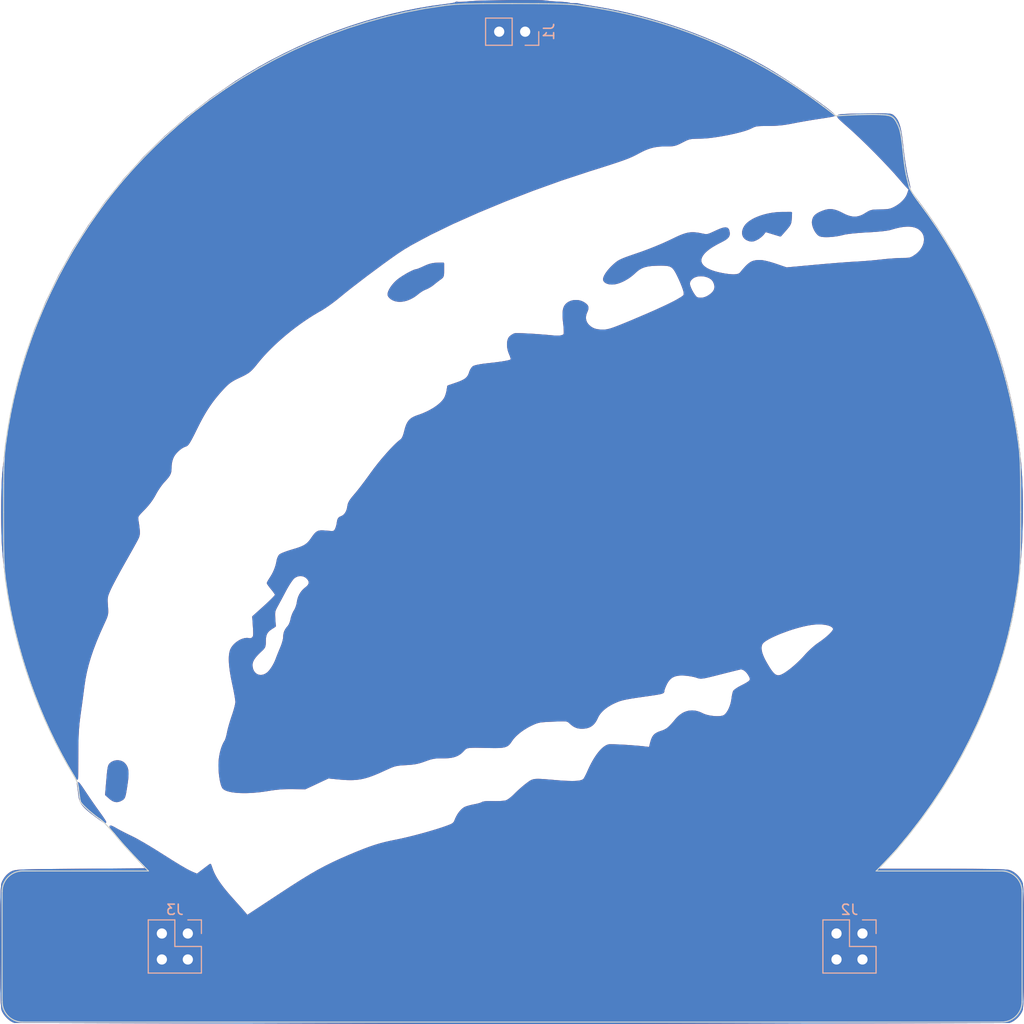
<source format=kicad_pcb>
(kicad_pcb (version 20211014) (generator pcbnew)
  (title_block (title "DC31 Cnet Badge Front"))
  (layers (0 "F.Cu" signal) (31 "B.Cu" signal) (34 "B.Paste" user) (35 "F.Paste" user) (36 "B.SilkS" user "B.Silkscreen") (37 "F.SilkS" user "F.Silkscreen") (38 "B.Mask" user) (39 "F.Mask" user) (44 "Edge.Cuts" user))
  (net 0 "")
  (footprint "Connector_PinHeader_2.54mm:PinHeader_2x02_P2.54mm_Vertical" (layer "B.Cu") (at 68.275 141.225 180)
    (fp_text reference "J3" (at 1.27 2.33) (layer "B.SilkS") (effects (justify mirror)))
    (fp_text value "Conn_02x02_Top_Bottom" hide)
    (pad "1" thru_hole rect (at 0 0 180) (size 1.7 1.7) (drill 1) (layers *.Cu *.Mask))
    (pad "2" thru_hole oval (at 2.54 0 180) (size 1.7 1.7) (drill 1) (layers *.Cu *.Mask))
    (pad "3" thru_hole oval (at 0 -2.54 180) (size 1.7 1.7) (drill 1) (layers *.Cu *.Mask))
    (pad "4" thru_hole oval (at 2.54 -2.54 180) (size 1.7 1.7) (drill 1) (layers *.Cu *.Mask))
  )
  (footprint "Connector_PinHeader_2.54mm:PinHeader_2x02_P2.54mm_Vertical" (layer "B.Cu") (at 134.275 141.225 180)
    (fp_text reference "J2" (at 1.27 2.33) (layer "B.SilkS") (effects (justify mirror)))
    (fp_text value "Conn_02x02_Top_Bottom" hide)
    (pad "1" thru_hole rect (at 0 0 180) (size 1.7 1.7) (drill 1) (layers *.Cu *.Mask))
    (pad "2" thru_hole oval (at 2.54 0 180) (size 1.7 1.7) (drill 1) (layers *.Cu *.Mask))
    (pad "3" thru_hole oval (at 0 -2.54 180) (size 1.7 1.7) (drill 1) (layers *.Cu *.Mask))
    (pad "4" thru_hole oval (at 2.54 -2.54 180) (size 1.7 1.7) (drill 1) (layers *.Cu *.Mask))
  )
  (footprint "Connector_PinHeader_2.54mm:PinHeader_1x02_P2.54mm_Vertical" (layer "B.Cu") (at 101.275 53 90)
    (fp_text reference "J1" (at 0 2.33 90) (layer "B.SilkS") (effects (justify mirror)))
    (fp_text value "Conn_02x02_Top_Bottom" hide)
    (pad "1" thru_hole rect (at 0 0 90) (size 1.7 1.7) (drill 1) (layers *.Cu *.Mask))
    (pad "2" thru_hole oval (at 0 -2.54 90) (size 1.7 1.7) (drill 1) (layers *.Cu *.Mask))
  )
  (gr_poly (pts (xy 136.495065 61.090858) (xy 136.802423 61.105183) (xy 136.915978 61.116713) (xy 137.007988 61.131569) (xy 137.082356 61.15006) (xy 137.142988 61.172496) (xy 137.193786 61.199186) (xy 137.238655 61.230442) (xy 137.326218 61.307885) (xy 137.412612 61.39461) (xy 137.453336 61.44021) (xy 137.492491 61.487585) (xy 137.530137 61.536948) (xy 137.566334 61.588514) (xy 137.601141 61.642495) (xy 137.63462 61.699104) (xy 137.666829 61.758556) (xy 137.697828 61.821063) (xy 137.727679 61.886839) (xy 137.756439 61.956096) (xy 137.78417 62.029049) (xy 137.810932 62.105911) (xy 137.861785 62.272213) (xy 137.909478 62.456708) (xy 137.954492 62.661104) (xy 137.997304 62.887108) (xy 138.038395 63.136424) (xy 138.078243 63.41076) (xy 138.117329 63.711823) (xy 138.156131 64.041319) (xy 138.195129 64.400953) (xy 138.24031 64.803283) (xy 138.292437 65.216561) (xy 138.349771 65.629758) (xy 138.410572 66.031843) (xy 138.473102 66.411788) (xy 138.53562 66.758562) (xy 138.596387 67.061135) (xy 138.653664 67.308477) (xy 138.752354 67.711972) (xy 138.793213 67.890757) (xy 138.827198 68.048378) (xy 138.853397 68.180441) (xy 138.870897 68.282556) (xy 138.878786 68.350329) (xy 138.878841 68.369964) (xy 138.876152 68.379368) (xy 138.87294 68.380017) (xy 138.867448 68.377904) (xy 138.859736 68.373095) (xy 138.849863 68.365655) (xy 138.823875 68.343144) (xy 138.789965 68.310896) (xy 138.748613 68.269438) (xy 138.700299 68.219293) (xy 138.584704 68.095042) (xy 138.447021 67.942345) (xy 138.291088 67.7654) (xy 138.120746 67.568407) (xy 137.939835 67.355564) (xy 137.455374 66.800922) (xy 136.868854 66.161891) (xy 136.209806 65.468294) (xy 135.507762 64.749958) (xy 134.792255 64.036706) (xy 134.092818 63.358364) (xy 133.438983 62.744755) (xy 132.860283 62.225705) (xy 132.530206 61.937278) (xy 132.278763 61.712575) (xy 132.180181 61.621322) (xy 132.098439 61.54264) (xy 132.032599 61.475411) (xy 131.98172 61.418515) (xy 131.944864 61.370833) (xy 131.921091 61.331244) (xy 131.913818 61.314134) (xy 131.909463 61.298629) (xy 131.907909 61.284587) (xy 131.909039 61.271868) (xy 131.912735 61.260334) (xy 131.91888 61.249843) (xy 131.938047 61.231433) (xy 131.965601 61.215518) (xy 132.000603 61.200979) (xy 132.035986 61.192418) (xy 132.095068 61.183866) (xy 132.278894 61.167009) (xy 132.541215 61.15084) (xy 132.871164 61.135793) (xy 133.257876 61.122299) (xy 133.690482 61.110791) (xy 134.158118 61.101703) (xy 134.649918 61.095468) (xy 136.054681 61.086116)) (layer "F.Cu") (width 0.2) (fill solid))
  (gr_poly (pts (xy 61.446515 124.374075) (xy 61.533748 124.382258) (xy 61.619419 124.397697) (xy 61.702769 124.420352) (xy 61.743338 124.434373) (xy 61.783042 124.450184) (xy 61.821787 124.46778) (xy 61.859479 124.487155) (xy 61.896022 124.508305) (xy 61.931322 124.531224) (xy 61.965285 124.555909) (xy 61.997814 124.582354) (xy 62.028816 124.610553) (xy 62.058196 124.640503) (xy 62.090739 124.676853) (xy 62.121444 124.713704) (xy 62.150323 124.751204) (xy 62.177392 124.7895) (xy 62.202662 124.82874) (xy 62.226148 124.869071) (xy 62.247864 124.910642) (xy 62.267822 124.953601) (xy 62.286037 124.998094) (xy 62.302522 125.04427) (xy 62.317291 125.092276) (xy 62.330356 125.14226) (xy 62.341732 125.19437) (xy 62.351433 125.248754) (xy 62.359471 125.305559) (xy 62.36586 125.364933) (xy 62.370614 125.427024) (xy 62.373747 125.491979) (xy 62.375201 125.631073) (xy 62.370332 125.783398) (xy 62.359248 125.950135) (xy 62.342056 126.132467) (xy 62.318866 126.331574) (xy 62.289786 126.548639) (xy 62.254925 126.784843) (xy 62.198115 127.147518) (xy 62.149607 127.429832) (xy 62.127167 127.544663) (xy 62.105245 127.643975) (xy 62.083321 127.729291) (xy 62.060875 127.802135) (xy 62.037387 127.86403) (xy 62.01234 127.9165) (xy 61.985212 127.961069) (xy 61.955486 127.999261) (xy 61.92264 128.032598) (xy 61.886157 128.062605) (xy 61.845516 128.090805) (xy 61.800198 128.118721) (xy 61.723302 128.161343) (xy 61.648169 128.197112) (xy 61.574558 128.225994) (xy 61.538248 128.237842) (xy 61.502229 128.247955) (xy 61.46647 128.25633) (xy 61.43094 128.262963) (xy 61.395611 128.267849) (xy 61.360451 128.270985) (xy 61.325431 128.272365) (xy 61.290521 128.271986) (xy 61.255691 128.269844) (xy 61.220909 128.265935) (xy 61.186147 128.260254) (xy 61.151375 128.252797) (xy 61.116561 128.243561) (xy 61.081677 128.23254) (xy 61.046691 128.219731) (xy 61.011575 128.20513) (xy 60.976297 128.188732) (xy 60.940827 128.170534) (xy 60.869194 128.128718) (xy 60.796435 128.079651) (xy 60.722307 128.023297) (xy 60.646572 127.959625) (xy 60.646572 127.959633) (xy 60.280344 127.637749) (xy 60.342304 126.88369) (xy 60.445301 125.68838) (xy 60.486631 125.307978) (xy 60.506851 125.16111) (xy 60.527574 125.038946) (xy 60.549399 124.93835) (xy 60.572924 124.856185) (xy 60.59875 124.789312) (xy 60.627476 124.734595) (xy 60.6597 124.688895) (xy 60.696022 124.649077) (xy 60.783358 124.574532) (xy 60.818971 124.547945) (xy 60.855804 124.523255) (xy 60.893763 124.500458) (xy 60.932752 124.479548) (xy 60.972677 124.460521) (xy 61.013443 124.443372) (xy 61.054955 124.428095) (xy 61.097118 124.414687) (xy 61.183021 124.393454) (xy 61.270394 124.379634) (xy 61.358477 124.373187)) (layer "F.Cu") (width 0.2) (fill solid))
  (gr_poly (pts (xy 93.250511 76.321491) (xy 93.2491 76.520135) (xy 93.246811 76.603063) (xy 93.242996 76.676381) (xy 93.237307 76.741079) (xy 93.229391 76.798144) (xy 93.218897 76.848568) (xy 93.205476 76.893339) (xy 93.188775 76.933446) (xy 93.168443 76.969879) (xy 93.144131 77.003627) (xy 93.115486 77.03568) (xy 93.082157 77.067026) (xy 93.043794 77.098656) (xy 93.000046 77.131558) (xy 92.950562 77.166721) (xy 92.882848 77.215047) (xy 92.805258 77.272253) (xy 92.720521 77.336221) (xy 92.631365 77.404833) (xy 92.540519 77.475968) (xy 92.450714 77.54751) (xy 92.364677 77.617338) (xy 92.285137 77.683334) (xy 92.245914 77.715353) (xy 92.203877 77.747882) (xy 92.159412 77.780694) (xy 92.112902 77.81356) (xy 92.015287 77.87854) (xy 91.914107 77.940993) (xy 91.81244 77.999093) (xy 91.762384 78.025939) (xy 91.71336 78.051012) (xy 91.665752 78.074081) (xy 91.619944 78.09492) (xy 91.576321 78.1133) (xy 91.535267 78.128992) (xy 91.494108 78.144797) (xy 91.45018 78.163508) (xy 91.403876 78.184888) (xy 91.355593 78.208696) (xy 91.305723 78.234691) (xy 91.254663 78.262636) (xy 91.150549 78.323411) (xy 91.046408 78.389104) (xy 90.945398 78.457797) (xy 90.897054 78.492669) (xy 90.850676 78.527571) (xy 90.80666 78.562265) (xy 90.7654 78.59651) (xy 90.610645 78.721438) (xy 90.452448 78.835201) (xy 90.291566 78.937627) (xy 90.12876 79.02854) (xy 89.964789 79.107769) (xy 89.800412 79.175141) (xy 89.636387 79.230482) (xy 89.473475 79.273618) (xy 89.312435 79.304377) (xy 89.154025 79.322586) (xy 88.999006 79.328071) (xy 88.848135 79.320659) (xy 88.702173 79.300177) (xy 88.561879 79.266452) (xy 88.494095 79.244569) (xy 88.428012 79.21931) (xy 88.363725 79.190654) (xy 88.301331 79.158579) (xy 88.301331 79.158562) (xy 88.263962 79.137026) (xy 88.227687 79.114191) (xy 88.192656 79.090218) (xy 88.15902 79.06527) (xy 88.12693 79.039506) (xy 88.096535 79.013089) (xy 88.067987 78.986181) (xy 88.041435 78.958942) (xy 88.017031 78.931533) (xy 87.994925 78.904117) (xy 87.975267 78.876855) (xy 87.958208 78.849908) (xy 87.943899 78.823438) (xy 87.932489 78.797606) (xy 87.92413 78.772573) (xy 87.921142 78.760407) (xy 87.918972 78.748501) (xy 87.915762 78.715232) (xy 87.915657 78.679812) (xy 87.918569 78.642368) (xy 87.924415 78.603026) (xy 87.933107 78.561916) (xy 87.94456 78.519162) (xy 87.975405 78.429238) (xy 88.016265 78.334272) (xy 88.066454 78.235282) (xy 88.125283 78.133287) (xy 88.192069 78.029304) (xy 88.266123 77.924352) (xy 88.34676 77.819449) (xy 88.433293 77.715614) (xy 88.525036 77.613864) (xy 88.621303 77.515217) (xy 88.721407 77.420693) (xy 88.824662 77.331309) (xy 88.930382 77.248083) (xy 89.038041 77.169787) (xy 89.152864 77.090334) (xy 89.397644 76.931381) (xy 89.652009 76.778076) (xy 89.903245 76.637271) (xy 90.138637 76.515818) (xy 90.24642 76.464489) (xy 90.345474 76.420568) (xy 90.434211 76.38491) (xy 90.511041 76.358373) (xy 90.574375 76.341813) (xy 90.622623 76.336086) (xy 90.639066 76.334477) (xy 90.661663 76.329769) (xy 90.690015 76.322121) (xy 90.723724 76.311692) (xy 90.805615 76.283123) (xy 90.904145 76.245329) (xy 91.016122 76.199576) (xy 91.138354 76.147132) (xy 91.26765 76.089262) (xy 91.400818 76.027235) (xy 91.488366 75.986498) (xy 91.572997 75.948914) (xy 91.655066 75.914391) (xy 91.734929 75.882837) (xy 91.81294 75.854158) (xy 91.889457 75.828262) (xy 91.964833 75.805057) (xy 92.039426 75.784451) (xy 92.11359 75.76635) (xy 92.187681 75.750662) (xy 92.262055 75.737295) (xy 92.337067 75.726156) (xy 92.413072 75.717153) (xy 92.490427 75.710193) (xy 92.569487 75.705183) (xy 92.650608 75.702032) (xy 93.250511 75.685612)) (layer "F.Cu") (width 0.2) (fill solid))
  (gr_poly (pts (xy 57.543799 126.518908) (xy 57.548835 126.5206) (xy 57.560466 126.527074) (xy 57.574262 126.537763) (xy 57.590327 126.552781) (xy 57.608765 126.572242) (xy 57.629677 126.59626) (xy 57.653168 126.624949) (xy 57.708299 126.696796) (xy 57.774982 126.788696) (xy 57.854043 126.901561) (xy 57.946308 127.036304) (xy 58.052602 127.193836) (xy 58.310581 127.580917) (xy 58.606344 128.019605) (xy 58.945283 128.511168) (xy 59.28557 128.995506) (xy 59.585376 129.412521) (xy 59.713906 129.590271) (xy 59.832225 129.757686) (xy 59.937857 129.910989) (xy 60.028326 130.046402) (xy 60.101155 130.160147) (xy 60.153869 130.248446) (xy 60.183991 130.307521) (xy 60.189807 130.324919) (xy 60.190268 130.330377) (xy 60.189046 130.333595) (xy 60.185876 130.33484) (xy 60.180555 130.334442) (xy 60.173139 130.332439) (xy 60.163687 130.328869) (xy 60.138897 130.317177) (xy 60.106639 130.299668) (xy 60.067369 130.276644) (xy 60.021539 130.248406) (xy 59.912024 130.177495) (xy 59.781728 130.089346) (xy 59.634289 129.986373) (xy 59.473342 129.870986) (xy 59.302525 129.745598) (xy 59.302524 129.745583) (xy 59.073623 129.573832) (xy 58.86711 129.414681) (xy 58.681798 129.266626) (xy 58.516502 129.128166) (xy 58.370034 128.997797) (xy 58.241209 128.874018) (xy 58.128841 128.755327) (xy 58.031743 128.64022) (xy 57.94873 128.527195) (xy 57.878615 128.41475) (xy 57.820211 128.301383) (xy 57.772334 128.185592) (xy 57.733797 128.065873) (xy 57.703413 127.940724) (xy 57.679996 127.808644) (xy 57.662361 127.668129) (xy 57.632188 127.396829) (xy 57.599177 127.129553) (xy 57.567322 126.897075) (xy 57.540617 126.730171) (xy 57.528931 126.662596) (xy 57.521366 126.606863) (xy 57.519388 126.583723) (xy 57.518749 126.563885) (xy 57.519553 126.547464) (xy 57.521904 126.534574) (xy 57.525904 126.525328) (xy 57.528555 126.522108) (xy 57.531657 126.519841) (xy 57.535223 126.518543) (xy 57.539266 126.518227)) (layer "F.Cu") (width 0.2) (fill solid))
  (gr_poly (pts (xy 102.91024 50.020809) (xy 103.298851 50.050217) (xy 103.329374 50.05667) (xy 103.368967 50.063403) (xy 103.472853 50.077494) (xy 103.605485 50.092053) (xy 103.761838 50.106644) (xy 103.936887 50.120829) (xy 104.125609 50.134174) (xy 104.322977 50.146242) (xy 104.523968 50.156595) (xy 104.72194 50.166993) (xy 104.910661 50.179188) (xy 105.085714 50.192733) (xy 105.242679 50.207184) (xy 105.377137 50.222096) (xy 105.48467 50.237023) (xy 105.560858 50.251521) (xy 105.585818 50.258469) (xy 105.601284 50.265143) (xy 105.613365 50.271472) (xy 105.628389 50.277406) (xy 105.646139 50.282924) (xy 105.666398 50.288004) (xy 105.688947 50.292626) (xy 105.713568 50.296768) (xy 105.740045 50.300407) (xy 105.768159 50.303524) (xy 105.797693 50.306096) (xy 105.828429 50.308101) (xy 105.86015 50.309519) (xy 105.892637 50.310327) (xy 105.925673 50.310505) (xy 105.95904 50.310031) (xy 105.992521 50.308883) (xy 106.025898 50.307039) (xy 106.093732 50.303832) (xy 106.162932 50.302915) (xy 106.231561 50.304159) (xy 106.297682 50.307436) (xy 106.359355 50.312617) (xy 106.414644 50.319574) (xy 106.439289 50.323678) (xy 106.461611 50.328177) (xy 106.481368 50.333057) (xy 106.498318 50.3383) (xy 106.563138 50.35444) (xy 106.690671 50.380286) (xy 107.103533 50.45574) (xy 107.676211 50.553968) (xy 108.348015 50.664272) (xy 109.381988 50.844212) (xy 110.424565 51.052519) (xy 111.473728 51.288474) (xy 112.527463 51.551357) (xy 113.583755 51.840446) (xy 114.640588 52.155021) (xy 115.695947 52.494362) (xy 116.747816 52.857749) (xy 117.79418 53.244461) (xy 118.833023 53.653777) (xy 119.862331 54.084977) (xy 120.880088 54.53734) (xy 121.884278 55.010147) (xy 122.872886 55.502676) (xy 123.843897 56.014207) (xy 124.795296 56.54402) (xy 125.69268 57.083289) (xy 126.747222 57.756288) (xy 127.871246 58.502) (xy 128.977072 59.259406) (xy 129.977024 59.967488) (xy 130.783424 60.565229) (xy 131.308595 60.991609) (xy 131.43832 61.121472) (xy 131.465173 61.162234) (xy 131.464859 61.185613) (xy 131.453303 61.191026) (xy 131.427943 61.198358) (xy 131.338746 61.218275) (xy 131.203137 61.244353) (xy 131.026982 61.275581) (xy 130.81615 61.310952) (xy 130.576506 61.349453) (xy 130.313919 61.390075) (xy 130.034256 61.431809) (xy 129.400653 61.530063) (xy 128.701437 61.64722) (xy 128.021541 61.768591) (xy 127.4459 61.879487) (xy 127.126598 61.941289) (xy 126.823722 61.993043) (xy 126.531793 62.035306) (xy 126.245334 62.068635) (xy 125.958865 62.093587) (xy 125.66691 62.11072) (xy 125.363989 62.120591) (xy 125.044624 62.123757) (xy 124.678103 62.125208) (xy 124.384752 62.130954) (xy 124.261136 62.136092) (xy 124.150558 62.143088) (xy 124.051267 62.152204) (xy 123.961512 62.163701) (xy 123.87954 62.177841) (xy 123.803601 62.194885) (xy 123.731943 62.215094) (xy 123.662815 62.23873) (xy 123.594465 62.266055) (xy 123.525142 62.29733) (xy 123.376572 62.372775) (xy 123.210599 62.450472) (xy 123.001059 62.531053) (xy 122.753226 62.613455) (xy 122.472375 62.696615) (xy 121.83271 62.860956) (xy 121.124254 63.015572) (xy 120.389199 63.151955) (xy 119.669735 63.261602) (xy 119.329034 63.303741) (xy 119.008053 63.336007) (xy 118.712064 63.357335) (xy 118.446342 63.366664) (xy 118.091758 63.372126) (xy 117.811701 63.381701) (xy 117.693637 63.389299) (xy 117.587024 63.399445) (xy 117.489469 63.412648) (xy 117.398579 63.429414) (xy 117.311959 63.45025) (xy 117.227216 63.475663) (xy 117.141957 63.506161) (xy 117.053789 63.542249) (xy 116.960317 63.584436) (xy 116.859148 63.633229) (xy 116.624146 63.752658) (xy 116.395478 63.868531) (xy 116.29634 63.916212) (xy 116.204828 63.957638) (xy 116.119061 63.993243) (xy 116.037163 64.023465) (xy 115.957253 64.048739) (xy 115.877454 64.069502) (xy 115.795886 64.086189) (xy 115.71067 64.099236) (xy 115.619928 64.10908) (xy 115.52178 64.116156) (xy 115.414349 64.120901) (xy 115.295755 64.12375) (xy 115.017563 64.125506) (xy 114.826317 64.127573) (xy 114.643197 64.133956) (xy 114.467158 64.144933) (xy 114.297154 64.160779) (xy 114.13214 64.181771) (xy 113.971071 64.208186) (xy 113.812901 64.240299) (xy 113.656585 64.278387) (xy 113.501078 64.322727) (xy 113.345334 64.373594) (xy 113.188307 64.431265) (xy 113.028953 64.496016) (xy 112.866226 64.568124) (xy 112.699081 64.647865) (xy 112.526473 64.735515) (xy 112.347355 64.83135) (xy 112.185264 64.918698) (xy 112.025891 65.001226) (xy 111.864624 65.080599) (xy 111.696855 65.158484) (xy 111.517971 65.236546) (xy 111.323364 65.316451) (xy 111.108422 65.399865) (xy 110.868534 65.488453) (xy 110.599091 65.583882) (xy 110.295482 65.687816) (xy 109.567324 65.927865) (xy 108.647175 66.221927) (xy 107.498154 66.583326) (xy 104.773243 67.481456) (xy 102.00095 68.477975) (xy 99.259271 69.53936) (xy 96.626201 70.632086) (xy 94.179736 71.722629) (xy 91.997872 72.777465) (xy 90.158605 73.763071) (xy 89.391818 74.219436) (xy 88.739929 74.645922) (xy 88.05447 75.128837) (xy 87.305407 75.669435) (xy 85.732674 76.836046) (xy 84.254133 77.970494) (xy 83.622809 78.470888) (xy 83.102184 78.897518) (xy 82.875 79.083586) (xy 82.631555 79.274645) (xy 82.37943 79.465262) (xy 82.126205 79.650008) (xy 81.879461 79.82345) (xy 81.646779 79.980159) (xy 81.43574 80.114702) (xy 81.253923 80.221649) (xy 80.828582 80.465367) (xy 80.400338 80.725977) (xy 79.97094 81.002029) (xy 79.542139 81.292074) (xy 79.115684 81.594663) (xy 78.693326 81.908345) (xy 78.276813 82.231671) (xy 77.867897 82.563191) (xy 77.468326 82.901457) (xy 77.07985 83.245017) (xy 76.70422 83.592423) (xy 76.343184 83.942225) (xy 75.998493 84.292973) (xy 75.671897 84.643218) (xy 75.365146 84.99151) (xy 75.079988 85.336399) (xy 74.833857 85.641123) (xy 74.72739 85.768531) (xy 74.628838 85.881783) (xy 74.53584 85.98274) (xy 74.446034 86.073262) (xy 74.357057 86.155207) (xy 74.266547 86.230437) (xy 74.172142 86.300812) (xy 74.071479 86.368191) (xy 73.962198 86.434434) (xy 73.841934 86.501402) (xy 73.708327 86.570954) (xy 73.559014 86.64495) (xy 73.203821 86.813717) (xy 72.96309 86.930276) (xy 72.854729 86.986112) (xy 72.753106 87.041242) (xy 72.657273 87.096356) (xy 72.566282 87.152146) (xy 72.479183 87.209301) (xy 72.395029 87.268514) (xy 72.312871 87.330475) (xy 72.231761 87.395876) (xy 72.150749 87.465407) (xy 72.068888 87.539759) (xy 71.98523 87.619624) (xy 71.898825 87.705693) (xy 71.713982 87.899204) (xy 71.513708 88.117768) (xy 71.321846 88.334519) (xy 71.13764 88.550583) (xy 70.960338 88.767085) (xy 70.789186 88.985151) (xy 70.623431 89.205906) (xy 70.46232 89.430476) (xy 70.3051 89.659985) (xy 70.151017 89.89556) (xy 69.999317 90.138326) (xy 69.849248 90.389408) (xy 69.700057 90.649931) (xy 69.550989 90.921022) (xy 69.401292 91.203806) (xy 69.096996 91.808952) (xy 68.881896 92.245589) (xy 68.700456 92.603108) (xy 68.548323 92.888659) (xy 68.42114 93.109392) (xy 68.365544 93.197687) (xy 68.314553 93.272458) (xy 68.267622 93.3346) (xy 68.224207 93.385007) (xy 68.183764 93.424571) (xy 68.145747 93.454188) (xy 68.109613 93.47475) (xy 68.074818 93.487152) (xy 67.992279 93.512235) (xy 67.906339 93.546519) (xy 67.817831 93.589279) (xy 67.727588 93.639788) (xy 67.636441 93.697323) (xy 67.545225 93.761157) (xy 67.454773 93.830565) (xy 67.365917 93.904823) (xy 67.279489 93.983204) (xy 67.196324 94.064984) (xy 67.117253 94.149437) (xy 67.04311 94.235838) (xy 66.974728 94.323461) (xy 66.912939 94.411582) (xy 66.858576 94.499475) (xy 66.812473 94.586414) (xy 66.787242 94.64084) (xy 66.763353 94.69694) (xy 66.74084 94.754559) (xy 66.719739 94.813542) (xy 66.700085 94.873732) (xy 66.681912 94.934975) (xy 66.665257 94.997116) (xy 66.650155 95.059999) (xy 66.63664 95.123468) (xy 66.624749 95.187369) (xy 66.614515 95.251546) (xy 66.605974 95.315843) (xy 66.599162 95.380105) (xy 66.594114 95.444177) (xy 66.590864 95.507903) (xy 66.589449 95.571129) (xy 66.587642 95.68543) (xy 66.583636 95.789635) (xy 66.576741 95.885202) (xy 66.566264 95.973587) (xy 66.551515 96.056247) (xy 66.531803 96.134638) (xy 66.519869 96.172688) (xy 66.506436 96.210216) (xy 66.491416 96.247406) (xy 66.474723 96.28444) (xy 66.435972 96.358764) (xy 66.389493 96.434646) (xy 66.334595 96.513542) (xy 66.270585 96.596909) (xy 66.196773 96.686204) (xy 66.112468 96.782883) (xy 66.016978 96.888402) (xy 65.909613 97.004219) (xy 65.859931 97.059092) (xy 65.807666 97.120068) (xy 65.753259 97.186505) (xy 65.69715 97.257761) (xy 65.581583 97.412168) (xy 65.464487 97.578158) (xy 65.349382 97.750599) (xy 65.239789 97.924359) (xy 65.13923 98.094308) (xy 65.093438 98.176249) (xy 65.051224 98.255314) (xy 65.002743 98.345877) (xy 64.951157 98.437231) (xy 64.896591 98.529206) (xy 64.83917 98.621635) (xy 64.779019 98.714349) (xy 64.716264 98.80718) (xy 64.651029 98.899959) (xy 64.583441 98.992518) (xy 64.513624 99.084689) (xy 64.441703 99.176304) (xy 64.292051 99.357189) (xy 64.214571 99.446123) (xy 64.135487 99.533827) (xy 64.054927 99.620133) (xy 63.973014 99.704872) (xy 63.751518 99.931417) (xy 63.6616 100.025522) (xy 63.584446 100.108826) (xy 63.519211 100.182811) (xy 63.465053 100.248962) (xy 63.42113 100.308761) (xy 63.386597 100.363691) (xy 63.372589 100.389794) (xy 63.360613 100.415236) (xy 63.350562 100.440202) (xy 63.342333 100.464878) (xy 63.33582 100.489449) (xy 63.330916 100.514101) (xy 63.327517 100.539019) (xy 63.325518 100.564388) (xy 63.325296 100.617221) (xy 63.329408 100.674085) (xy 63.33701 100.736462) (xy 63.347259 100.805836) (xy 63.409796 101.223936) (xy 63.453649 101.556669) (xy 63.468448 101.696069) (xy 63.478432 101.820183) (xy 63.483551 101.93103) (xy 63.483758 102.030627) (xy 63.479003 102.120994) (xy 63.46924 102.204149) (xy 63.454419 102.282111) (xy 63.434492 102.356898) (xy 63.40941 102.430529) (xy 63.379127 102.505022) (xy 63.302758 102.664669) (xy 63.131534 102.983512) (xy 62.832853 103.522779) (xy 62.448762 104.207117) (xy 62.021308 104.96117) (xy 61.585403 105.739348) (xy 61.178303 106.489377) (xy 60.845568 107.125871) (xy 60.721325 107.374858) (xy 60.63276 107.563442) (xy 60.527183 107.804696) (xy 60.484299 107.907746) (xy 60.447559 108.001781) (xy 60.416617 108.088827) (xy 60.391129 108.170913) (xy 60.37075 108.250064) (xy 60.355135 108.328309) (xy 60.343939 108.407673) (xy 60.336818 108.490183) (xy 60.333427 108.577868) (xy 60.33342 108.672753) (xy 60.336454 108.776866) (xy 60.342183 108.892233) (xy 60.360348 109.164841) (xy 60.379459 109.445579) (xy 60.385496 109.563092) (xy 60.38851 109.668698) (xy 60.387991 109.764895) (xy 60.383433 109.85418) (xy 60.374325 109.939052) (xy 60.360161 110.022007) (xy 60.340431 110.105543) (xy 60.314626 110.192158) (xy 60.282239 110.28435) (xy 60.242761 110.384616) (xy 60.195684 110.495453) (xy 60.140499 110.619361) (xy 60.003771 110.916374) (xy 59.601586 111.809927) (xy 59.250918 112.647584) (xy 58.948778 113.438745) (xy 58.692178 114.192814) (xy 58.478128 114.919192) (xy 58.303639 115.627281) (xy 58.165723 116.326483) (xy 58.061391 117.026199) (xy 57.883118 118.382963) (xy 57.683786 119.82415) (xy 57.62611 120.253127) (xy 57.578886 120.665377) (xy 57.541184 121.077238) (xy 57.512073 121.505047) (xy 57.490624 121.965141) (xy 57.475906 122.473857) (xy 57.466988 123.047533) (xy 57.462941 123.702507) (xy 57.452404 125.38131) (xy 57.444578 125.892011) (xy 57.436217 126.079582) (xy 57.4347 126.078766) (xy 57.43225 126.07634) (xy 57.424649 126.06682) (xy 57.399342 126.030234) (xy 57.361887 125.972389) (xy 57.313877 125.895849) (xy 57.256902 125.803182) (xy 57.192556 125.696951) (xy 57.122429 125.579723) (xy 57.048113 125.454063) (xy 57.048119 125.454056) (xy 56.327306 124.188504) (xy 55.645337 122.909195) (xy 55.002271 121.616325) (xy 54.398172 120.310093) (xy 53.833101 118.990697) (xy 53.307121 117.658334) (xy 52.820294 116.313202) (xy 52.372681 114.955499) (xy 51.964345 113.585422) (xy 51.595348 112.20317) (xy 51.265752 110.808939) (xy 50.975618 109.402928) (xy 50.72501 107.985335) (xy 50.513989 106.556358) (xy 50.342616 105.116193) (xy 50.210956 103.665039) (xy 50.167379 102.920508) (xy 50.136253 102.019522) (xy 50.117578 101.014231) (xy 50.111352 99.956789) (xy 50.117578 98.899347) (xy 50.136253 97.894056) (xy 50.167379 96.99307) (xy 50.210956 96.248539) (xy 50.520382 93.316273) (xy 50.993181 90.430685) (xy 51.626205 87.597072) (xy 52.416306 84.820727) (xy 53.360337 82.106948) (xy 54.45515 79.461029) (xy 55.697598 76.888267) (xy 57.084533 74.393958) (xy 58.612809 71.983396) (xy 60.279276 69.661879) (xy 62.080788 67.4347) (xy 64.014197 65.307157) (xy 66.076356 63.284545) (xy 68.264118 61.372159) (xy 70.574333 59.575296) (xy 73.003857 57.899251) (xy 74.158137 57.175068) (xy 75.342469 56.479869) (xy 76.553903 55.81474) (xy 77.789485 55.180765) (xy 79.046264 54.579027) (xy 80.321287 54.010612) (xy 81.611602 53.476604) (xy 82.914257 52.978087) (xy 84.2263 52.516146) (xy 85.544779 52.091865) (xy 86.866742 51.706328) (xy 88.189236 51.36062) (xy 89.509309 51.055825) (xy 90.824009 50.793028) (xy 92.130385 50.573314) (xy 93.425484 50.397765) (xy 93.641393 50.370701) (xy 93.842817 50.342729) (xy 94.025348 50.314657) (xy 94.184577 50.287291) (xy 94.316095 50.261439) (xy 94.415495 50.237907) (xy 94.478368 50.217501) (xy 94.494729 50.208723) (xy 94.500305 50.20103) (xy 94.500534 50.197549) (xy 94.501213 50.194223) (xy 94.502331 50.191056) (xy 94.503877 50.188047) (xy 94.505839 50.1852) (xy 94.508206 50.182515) (xy 94.510968 50.179994) (xy 94.514112 50.17764) (xy 94.517628 50.175453) (xy 94.521505 50.173435) (xy 94.525731 50.171588) (xy 94.530295 50.169914) (xy 94.535185 50.168414) (xy 94.540391 50.16709) (xy 94.545902 50.165943) (xy 94.551705 50.164975) (xy 94.557791 50.164188) (xy 94.564147 50.163584) (xy 94.570763 50.163164) (xy 94.577627 50.16293) (xy 94.584728 50.162883) (xy 94.592055 50.163025) (xy 94.599596 50.163358) (xy 94.607341 50.163883) (xy 94.615279 50.164602) (xy 94.623397 50.165517) (xy 94.631685 50.16663) (xy 94.640131 50.167941) (xy 94.648725 50.169453) (xy 94.657455 50.171168) (xy 94.666309 50.173086) (xy 94.675278 50.175211) (xy 94.69829 50.179092) (xy 94.730834 50.181845) (xy 94.772309 50.183499) (xy 94.822112 50.184084) (xy 94.944292 50.182163) (xy 95.092556 50.176314) (xy 95.262085 50.166772) (xy 95.448062 50.153769) (xy 95.645669 50.137541) (xy 95.850086 50.118321) (xy 96.470946 50.079684) (xy 97.424079 50.047426) (xy 99.839896 50.006504) (xy 102.122999 50.004464)) (layer "F.Cu") (width 0.2) (fill solid))
  (gr_poly (pts (xy 139.861122 69.846952) (xy 140.691191 70.989146) (xy 141.488574 72.151834) (xy 142.252762 73.333886) (xy 142.983245 74.53417) (xy 143.679511 75.751556) (xy 144.34105 76.984912) (xy 144.967352 78.233107) (xy 145.557905 79.49501) (xy 146.1122 80.76949) (xy 146.629726 82.055415) (xy 147.109972 83.351655) (xy 147.552427 84.657077) (xy 147.956582 85.970553) (xy 148.321925 87.290949) (xy 148.647947 88.617134) (xy 148.934135 89.947979) (xy 149.190855 91.317512) (xy 149.403641 92.642994) (xy 149.574377 93.94669) (xy 149.704951 95.250866) (xy 149.797249 96.577787) (xy 149.853156 97.949719) (xy 149.874558 99.388926) (xy 149.863342 100.917675) (xy 149.795748 102.959) (xy 149.661907 104.919168) (xy 149.458666 106.816688) (xy 149.182869 108.670074) (xy 148.831362 110.497834) (xy 148.400991 112.318482) (xy 147.888601 114.150527) (xy 147.291039 116.012482) (xy 146.844236 117.273607) (xy 146.370501 118.510977) (xy 145.868936 119.72609) (xy 145.338644 120.920442) (xy 144.778727 122.095531) (xy 144.188288 123.252857) (xy 143.566429 124.393916) (xy 142.912254 125.520206) (xy 142.224865 126.633226) (xy 141.503365 127.734472) (xy 140.746856 128.825444) (xy 139.954442 129.907638) (xy 139.125223 130.982552) (xy 138.258305 132.051685) (xy 137.352788 133.116534) (xy 136.407776 134.178597) (xy 135.672302 134.987312) (xy 141.945251 134.987312) (xy 144.914066 134.993657) (xy 146.921132 135.014459) (xy 148.110782 135.052364) (xy 148.44418 135.078559) (xy 148.62735 135.110024) (xy 148.725863 135.144099) (xy 148.824597 135.187001) (xy 148.922906 135.238084) (xy 149.020145 135.2967) (xy 149.115668 135.362204) (xy 149.208829 135.433949) (xy 149.298984 135.51129) (xy 149.385486 135.593579) (xy 149.46769 135.680172) (xy 149.54495 135.77042) (xy 149.616621 135.863679) (xy 149.682058 135.959302) (xy 149.740614 136.056643) (xy 149.791644 136.155055) (xy 149.834503 136.253892) (xy 149.868545 136.352509) (xy 149.926054 137.024383) (xy 149.967131 138.436369) (xy 149.999992 142.493864) (xy 149.967131 146.551362) (xy 149.926054 147.963352) (xy 149.868545 148.635231) (xy 149.834503 148.733846) (xy 149.791644 148.832682) (xy 149.740614 148.931093) (xy 149.682058 149.028432) (xy 149.616621 149.124054) (xy 149.54495 149.217312) (xy 149.46769 149.30756) (xy 149.385486 149.394152) (xy 149.298984 149.476441) (xy 149.208829 149.553782) (xy 149.115668 149.625527) (xy 149.020145 149.691032) (xy 148.922906 149.74965) (xy 148.824597 149.800734) (xy 148.725863 149.843638) (xy 148.62735 149.877716) (xy 99.9572 149.999914) (xy 51.312153 149.869804) (xy 51.312161 149.869873) (xy 51.267817 149.854537) (xy 51.223022 149.83673) (xy 51.13245 149.794094) (xy 51.041189 149.742743) (xy 50.949982 149.683452) (xy 50.859571 149.616998) (xy 50.770701 149.544157) (xy 50.684114 149.465706) (xy 50.600555 149.382421) (xy 50.520765 149.295079) (xy 50.445489 149.204456) (xy 50.37547 149.111328) (xy 50.31145 149.016471) (xy 50.254174 148.920663) (xy 50.204385 148.82468) (xy 50.162825 148.729297) (xy 50.130239 148.635292) (xy 50.074745 147.967924) (xy 50.034434 146.55361) (xy 50.000079 142.483907) (xy 50.028608 138.425701) (xy 50.066903 137.025758) (xy 50.121456 136.37851) (xy 50.155451 136.28431) (xy 50.193694 136.192084) (xy 50.236009 136.102044) (xy 50.282221 136.014401) (xy 50.332154 135.929366) (xy 50.385633 135.847151) (xy 50.442482 135.767969) (xy 50.502526 135.692029) (xy 50.565589 135.619544) (xy 50.631497 135.550726) (xy 50.700073 135.485785) (xy 50.771142 135.424934) (xy 50.844529 135.368384) (xy 50.920059 135.316346) (xy 50.997555 135.269032) (xy 51.076843 135.226654) (xy 51.145869 135.195151) (xy 51.183349 135.18075) (xy 51.224171 135.167199) (xy 51.269359 135.154465) (xy 51.319936 135.14251) (xy 51.376926 135.131299) (xy 51.441353 135.120795) (xy 51.51424 135.110963) (xy 51.59661 135.101767) (xy 51.689487 135.09317) (xy 51.793895 135.085137) (xy 52.041397 135.070617) (xy 52.347304 135.057919) (xy 52.719804 135.046756) (xy 53.167084 135.03684) (xy 53.697334 135.027881) (xy 54.318742 135.019593) (xy 55.867783 135.003875) (xy 57.879714 134.987381) (xy 64.302001 134.93734) (xy 63.388317 133.936462) (xy 62.956529 133.45728) (xy 62.504323 132.944764) (xy 61.634708 131.933456) (xy 61.265327 131.491529) (xy 60.971581 131.129996) (xy 60.777484 130.877289) (xy 60.725308 130.800631) (xy 60.707049 130.761841) (xy 60.707775 130.758613) (xy 60.71004 130.756335) (xy 60.713806 130.754988) (xy 60.719035 130.754556) (xy 60.725689 130.755019) (xy 60.733729 130.756361) (xy 60.753816 130.761607) (xy 60.77899 130.770151) (xy 60.808944 130.781849) (xy 60.843374 130.79656) (xy 60.881972 130.814139) (xy 60.924433 130.834444) (xy 60.970451 130.857332) (xy 61.01972 130.88266) (xy 61.071933 130.910284) (xy 61.126786 130.940062) (xy 61.183971 130.97185) (xy 61.243183 131.005506) (xy 61.304116 131.040886) (xy 61.441758 131.11943) (xy 61.603942 131.208251) (xy 61.784702 131.304295) (xy 61.978074 131.404504) (xy 62.178094 131.505824) (xy 62.378795 131.605198) (xy 62.574215 131.699572) (xy 62.758387 131.785889) (xy 62.96852 131.889368) (xy 63.238344 132.032936) (xy 63.556677 132.210086) (xy 63.912337 132.414312) (xy 64.294143 132.639111) (xy 64.690913 132.877975) (xy 65.091465 133.1244) (xy 65.484616 133.37188) (xy 66.761543 134.177751) (xy 67.258212 134.483401) (xy 67.676858 134.733887) (xy 68.02986 134.936476) (xy 68.329599 135.098437) (xy 68.588452 135.227039) (xy 68.818802 135.329552) (xy 69.182991 135.481506) (xy 69.824198 134.99559) (xy 70.465408 134.509682) (xy 70.630327 134.973724) (xy 70.685556 135.119609) (xy 70.74856 135.268135) (xy 70.819563 135.419628) (xy 70.898789 135.574416) (xy 70.986461 135.732825) (xy 71.082805 135.895183) (xy 71.188043 136.061815) (xy 71.3024 136.233049) (xy 71.4261 136.409212) (xy 71.559366 136.590631) (xy 71.702423 136.777631) (xy 71.855494 136.970541) (xy 72.018804 137.169687) (xy 72.192577 137.375395) (xy 72.377036 137.587993) (xy 72.572405 137.807808) (xy 73.36306 138.694662) (xy 73.659205 139.031891) (xy 73.834034 139.235847) (xy 74.077354 139.530861) (xy 77.230482 137.453659) (xy 78.371888 136.707798) (xy 79.352759 136.082514) (xy 80.213498 135.55523) (xy 80.994506 135.103369) (xy 81.736186 134.704355) (xy 82.478942 134.33561) (xy 83.263175 133.97456) (xy 84.129288 133.598625) (xy 84.839183 133.301787) (xy 85.464181 133.05174) (xy 86.026124 132.84144) (xy 86.546855 132.663846) (xy 87.048217 132.511916) (xy 87.55205 132.378607) (xy 88.080198 132.256878) (xy 88.654503 132.139687) (xy 89.234084 132.018201) (xy 89.884575 131.866339) (xy 90.577659 131.691893) (xy 91.285021 131.502657) (xy 91.978346 131.306422) (xy 92.629318 131.11098) (xy 93.209622 130.924124) (xy 93.690941 130.753647) (xy 93.882821 130.678934) (xy 93.963772 130.645129) (xy 94.035759 130.612871) (xy 94.099551 130.581543) (xy 94.155919 130.55053) (xy 94.205633 130.519215) (xy 94.249464 130.486982) (xy 94.288183 130.453216) (xy 94.32256 130.4173) (xy 94.353365 130.378618) (xy 94.381369 130.336555) (xy 94.407342 130.290493) (xy 94.432055 130.239818) (xy 94.456278 130.183913) (xy 94.480782 130.122162) (xy 94.52059 130.024004) (xy 94.564028 129.927246) (xy 94.610795 129.832279) (xy 94.66059 129.739499) (xy 94.713111 129.649301) (xy 94.768056 129.562077) (xy 94.825125 129.478222) (xy 94.884016 129.398129) (xy 94.944428 129.322195) (xy 95.006059 129.250811) (xy 95.068609 129.184373) (xy 95.131775 129.123274) (xy 95.195257 129.067909) (xy 95.258753 129.018671) (xy 95.321962 128.975955) (xy 95.384583 128.940155) (xy 95.415847 128.925096) (xy 95.452807 128.909269) (xy 95.494991 128.892806) (xy 95.541928 128.875839) (xy 95.648174 128.840925) (xy 95.767773 128.80559) (xy 95.896953 128.770895) (xy 96.031941 128.737901) (xy 96.168967 128.707672) (xy 96.304256 128.681267) (xy 96.436677 128.655499) (xy 96.565479 128.627097) (xy 96.687467 128.596992) (xy 96.799445 128.56612) (xy 96.898218 128.535414) (xy 96.980589 128.505807) (xy 97.014626 128.491708) (xy 97.043364 128.478234) (xy 97.066405 128.465502) (xy 97.083347 128.453628) (xy 97.092019 128.447346) (xy 97.102593 128.441277) (xy 97.129329 128.429794) (xy 97.16332 128.419196) (xy 97.204326 128.409502) (xy 97.252111 128.400732) (xy 97.306436 128.392902) (xy 97.367064 128.386032) (xy 97.433758 128.38014) (xy 97.506278 128.375245) (xy 97.584389 128.371365) (xy 97.667851 128.368518) (xy 97.756427 128.366723) (xy 97.84988 128.365998) (xy 97.947972 128.366362) (xy 98.050464 128.367833) (xy 98.15712 128.37043) (xy 98.35275 128.373712) (xy 98.548277 128.37247) (xy 98.738491 128.367038) (xy 98.918181 128.357753) (xy 99.082137 128.34495) (xy 99.225149 128.328964) (xy 99.342006 128.310132) (xy 99.388998 128.299753) (xy 99.427498 128.288788) (xy 99.46391 128.274807) (xy 99.504775 128.25558) (xy 99.549649 128.231447) (xy 99.598086 128.202746) (xy 99.649642 128.169819) (xy 99.703872 128.133004) (xy 99.760331 128.092643) (xy 99.818573 128.049074) (xy 99.878155 128.002638) (xy 99.938631 127.953675) (xy 99.999556 127.902524) (xy 100.060485 127.849526) (xy 100.120973 127.79502) (xy 100.180576 127.739346) (xy 100.238848 127.682844) (xy 100.295345 127.625855) (xy 100.415478 127.505483) (xy 100.550942 127.375584) (xy 100.697101 127.24026) (xy 100.849318 127.103612) (xy 101.002955 126.969743) (xy 101.153374 126.842753) (xy 101.295938 126.726747) (xy 101.42601 126.625824) (xy 101.65262 126.456522) (xy 101.750294 126.389115) (xy 101.797276 126.35951) (xy 101.843803 126.332556) (xy 101.890462 126.308193) (xy 101.937838 126.286359) (xy 101.986519 126.266994) (xy 102.037091 126.250038) (xy 102.090139 126.235429) (xy 102.146252 126.223107) (xy 102.206014 126.213011) (xy 102.270013 126.20508) (xy 102.338835 126.199254) (xy 102.413066 126.195472) (xy 102.493293 126.193673) (xy 102.580103 126.193796) (xy 102.67408 126.195781) (xy 102.775813 126.199567) (xy 103.00489 126.212298) (xy 103.272024 126.231504) (xy 103.581906 126.256699) (xy 104.348682 126.323112) (xy 104.928373 126.368058) (xy 105.432377 126.395035) (xy 105.863837 126.403864) (xy 106.053344 126.401417) (xy 106.225894 126.394366) (xy 106.381879 126.382689) (xy 106.521692 126.366363) (xy 106.645726 126.345366) (xy 106.754373 126.319676) (xy 106.848026 126.28927) (xy 106.927079 126.254125) (xy 106.991924 126.214221) (xy 107.042954 126.169533) (xy 107.057824 126.151898) (xy 107.075162 126.128136) (xy 107.094755 126.098651) (xy 107.11639 126.063848) (xy 107.164934 125.979912) (xy 107.219094 125.87957) (xy 107.277167 125.766064) (xy 107.337451 125.642638) (xy 107.398245 125.512532) (xy 107.457848 125.37899) (xy 107.576461 125.115438) (xy 107.697667 124.863253) (xy 107.821058 124.622959) (xy 107.94623 124.395081) (xy 108.072775 124.180144) (xy 108.200288 123.978673) (xy 108.328362 123.791191) (xy 108.456591 123.618224) (xy 108.584568 123.460296) (xy 108.711888 123.317932) (xy 108.838145 123.191657) (xy 108.962932 123.081995) (xy 109.085842 122.98947) (xy 109.20647 122.914608) (xy 109.32441 122.857933) (xy 109.439255 122.819969) (xy 109.505675 122.811688) (xy 109.617625 122.807708) (xy 109.957354 122.811434) (xy 110.416924 122.828707) (xy 110.95482 122.857084) (xy 111.529523 122.894126) (xy 112.099518 122.93739) (xy 112.623287 122.984436) (xy 113.059315 123.032822) (xy 113.471321 123.085358) (xy 113.588005 122.621483) (xy 113.621705 122.493974) (xy 113.656186 122.377475) (xy 113.692073 122.271274) (xy 113.729992 122.174662) (xy 113.770566 122.08693) (xy 113.81442 122.007368) (xy 113.837773 121.970429) (xy 113.86218 121.935266) (xy 113.887719 121.901791) (xy 113.914469 121.869914) (xy 113.942507 121.839548) (xy 113.971912 121.810603) (xy 114.002762 121.782991) (xy 114.035134 121.756622) (xy 114.104761 121.707263) (xy 114.181415 121.661815) (xy 114.265722 121.619569) (xy 114.358307 121.579815) (xy 114.459794 121.541843) (xy 114.570808 121.504944) (xy 114.67319 121.471249) (xy 114.768797 121.436556) (xy 114.858747 121.399976) (xy 114.944152 121.360618) (xy 115.026128 121.317592) (xy 115.10579 121.270008) (xy 115.184253 121.216976) (xy 115.262631 121.157607) (xy 115.34204 121.09101) (xy 115.423594 121.016295) (xy 115.508409 120.932573) (xy 115.597598 120.838952) (xy 115.692277 120.734544) (xy 115.79356 120.618459) (xy 115.902563 120.489805) (xy 116.020401 120.347694) (xy 116.08847 120.267546) (xy 116.157619 120.191344) (xy 116.227822 120.119094) (xy 116.299053 120.050801) (xy 116.371288 119.986472) (xy 116.4445 119.926111) (xy 116.518665 119.869725) (xy 116.593757 119.817319) (xy 116.669751 119.768899) (xy 116.746621 119.72447) (xy 116.824341 119.684039) (xy 116.902887 119.647611) (xy 116.982232 119.615192) (xy 117.062352 119.586787) (xy 117.143221 119.562402) (xy 117.224813 119.542043) (xy 117.307104 119.525715) (xy 117.390067 119.513425) (xy 117.473678 119.505177) (xy 117.55791 119.500978) (xy 117.642739 119.500833) (xy 117.728139 119.504748) (xy 117.814085 119.512729) (xy 117.90055 119.524781) (xy 117.98751 119.54091) (xy 118.07494 119.561122) (xy 118.162813 119.585422) (xy 118.251105 119.613816) (xy 118.33979 119.64631) (xy 118.428842 119.68291) (xy 118.518237 119.72362) (xy 118.607948 119.768448) (xy 118.71346 119.818087) (xy 118.831042 119.863725) (xy 118.95881 119.905176) (xy 119.094881 119.942248) (xy 119.237369 119.974755) (xy 119.384391 120.002507) (xy 119.534062 120.025315) (xy 119.684499 120.042991) (xy 119.833816 120.055345) (xy 119.980131 120.062189) (xy 120.121558 120.063335) (xy 120.256214 120.058593) (xy 120.382214 120.047775) (xy 120.497674 120.030692) (xy 120.60071 120.007154) (xy 120.689438 119.976975) (xy 120.725038 119.960446) (xy 120.760652 119.940437) (xy 120.796224 119.917057) (xy 120.831696 119.890418) (xy 120.867012 119.860632) (xy 120.902117 119.82781) (xy 120.936952 119.792061) (xy 120.971463 119.753499) (xy 121.005591 119.712234) (xy 121.039282 119.668377) (xy 121.105123 119.573331) (xy 121.168534 119.469253) (xy 121.229062 119.35703) (xy 121.286256 119.237552) (xy 121.339665 119.111709) (xy 121.388835 118.98039) (xy 121.433316 118.844485) (xy 121.472656 118.704882) (xy 121.506402 118.56247) (xy 121.534102 118.418141) (xy 121.555305 118.272781) (xy 121.570675 118.158612) (xy 121.588583 118.045164) (xy 121.608383 117.935415) (xy 121.629428 117.832346) (xy 121.65107 117.738935) (xy 121.672663 117.658161) (xy 121.693559 117.593003) (xy 121.703544 117.567211) (xy 121.713112 117.54644) (xy 121.718634 117.53698) (xy 121.725839 117.526757) (xy 121.745098 117.504152) (xy 121.770496 117.478892) (xy 121.80164 117.45124) (xy 121.838136 117.421463) (xy 121.879591 117.389826) (xy 121.925611 117.356592) (xy 121.975803 117.322028) (xy 122.029774 117.286399) (xy 122.087131 117.249969) (xy 122.147479 117.213004) (xy 122.210426 117.175768) (xy 122.275578 117.138528) (xy 122.342542 117.101548) (xy 122.410924 117.065092) (xy 122.480331 117.029427) (xy 122.643136 116.946419) (xy 122.787109 116.870616) (xy 122.912997 116.801016) (xy 123.021547 116.736616) (xy 123.113505 116.676411) (xy 123.18962 116.6194) (xy 123.221968 116.591779) (xy 123.250636 116.564579) (xy 123.275716 116.537677) (xy 123.297302 116.510945) (xy 123.315487 116.48426) (xy 123.330364 116.457495) (xy 123.342028 116.430526) (xy 123.35057 116.403226) (xy 123.356084 116.375471) (xy 123.358665 116.347134) (xy 123.358405 116.318092) (xy 123.355397 116.288217) (xy 123.349735 116.257386) (xy 123.341512 116.225472) (xy 123.317758 116.157895) (xy 123.284882 116.084484) (xy 123.243629 116.004234) (xy 123.193531 115.915981) (xy 123.141001 115.832749) (xy 123.086302 115.754731) (xy 123.029696 115.682123) (xy 122.971445 115.615118) (xy 122.911812 115.553912) (xy 122.851059 115.498698) (xy 122.789449 115.44967) (xy 122.727243 115.407023) (xy 122.664706 115.370951) (xy 122.633394 115.355442) (xy 122.602097 115.341649) (xy 122.570849 115.329597) (xy 122.539682 115.319311) (xy 122.508628 115.310814) (xy 122.47772 115.304131) (xy 122.446992 115.299286) (xy 122.416476 115.296303) (xy 122.386205 115.295207) (xy 122.356211 115.296022) (xy 122.326528 115.298772) (xy 122.297188 115.303482) (xy 122.059335 115.358372) (xy 121.597586 115.471514) (xy 120.9785 115.626401) (xy 120.268639 115.806526) (xy 119.69503 115.952234) (xy 119.253973 116.060613) (xy 118.921858 116.134904) (xy 118.789275 116.160279) (xy 118.675073 116.178348) (xy 118.5763 116.189514) (xy 118.490006 116.194185) (xy 118.413238 116.192764) (xy 118.343045 116.185656) (xy 118.276477 116.173268) (xy 118.210581 116.156004) (xy 118.069 116.108467) (xy 118.02225 116.092691) (xy 117.969532 116.07678) (xy 117.848525 116.044987) (xy 117.710645 116.013942) (xy 117.560558 115.984501) (xy 117.40293 115.957519) (xy 117.242425 115.933851) (xy 117.08371 115.914353) (xy 116.93145 115.899879) (xy 116.750396 115.888998) (xy 116.579962 115.886026) (xy 116.419691 115.89118) (xy 116.269124 115.90468) (xy 116.127805 115.926745) (xy 115.995277 115.957592) (xy 115.871081 115.997441) (xy 115.754761 116.046509) (xy 115.645859 116.105015) (xy 115.543918 116.173178) (xy 115.448481 116.251216) (xy 115.35909 116.339348) (xy 115.275288 116.437791) (xy 115.196617 116.546766) (xy 115.122621 116.666489) (xy 115.052841 116.79718) (xy 115.001438 116.903901) (xy 114.953484 117.010156) (xy 114.910028 117.113143) (xy 114.872119 117.210056) (xy 114.840807 117.298092) (xy 114.817143 117.374445) (xy 114.808506 117.407365) (xy 114.802174 117.436312) (xy 114.798279 117.460937) (xy 114.796951 117.480888) (xy 114.796728 117.499577) (xy 114.79584 117.51723) (xy 114.793962 117.533929) (xy 114.79077 117.549754) (xy 114.78858 117.557365) (xy 114.785939 117.564787) (xy 114.782806 117.572033) (xy 114.779142 117.579111) (xy 114.774905 117.586031) (xy 114.770055 117.592805) (xy 114.764551 117.599441) (xy 114.758352 117.605951) (xy 114.751418 117.612344) (xy 114.743709 117.618631) (xy 114.735182 117.624822) (xy 114.725799 117.630926) (xy 114.715518 117.636955) (xy 114.704299 117.642918) (xy 114.6921 117.648826) (xy 114.678882 117.654688) (xy 114.649224 117.666317) (xy 114.614998 117.677886) (xy 114.575881 117.689477) (xy 114.531547 117.701172) (xy 114.48167 117.713051) (xy 114.425925 117.725197) (xy 114.363988 117.73769) (xy 114.295532 117.750611) (xy 114.220233 117.764043) (xy 114.137766 117.778067) (xy 114.047805 117.792764) (xy 113.950024 117.808214) (xy 113.729706 117.841705) (xy 113.47421 117.879189) (xy 113.180933 117.921318) (xy 112.847275 117.968742) (xy 112.192752 118.063432) (xy 111.664459 118.145495) (xy 111.239218 118.220433) (xy 110.893853 118.293748) (xy 110.605187 118.370941) (xy 110.474873 118.412712) (xy 110.350043 118.457515) (xy 110.105246 118.55897) (xy 109.847618 118.680809) (xy 109.707074 118.752745) (xy 109.571747 118.827489) (xy 109.441767 118.904921) (xy 109.317263 118.984923) (xy 109.198365 119.067376) (xy 109.085203 119.152162) (xy 108.977906 119.239161) (xy 108.876604 119.328255) (xy 108.781426 119.419324) (xy 108.692503 119.512251) (xy 108.609962 119.606916) (xy 108.533935 119.703201) (xy 108.464551 119.800986) (xy 108.401939 119.900153) (xy 108.346229 120.000583) (xy 108.29755 120.102158) (xy 108.236384 120.232489) (xy 108.172401 120.352648) (xy 108.105258 120.462859) (xy 108.070394 120.514305) (xy 108.034611 120.563349) (xy 107.997866 120.610019) (xy 107.960115 120.654343) (xy 107.921317 120.69635) (xy 107.881427 120.736067) (xy 107.840404 120.773524) (xy 107.798203 120.808748) (xy 107.754783 120.841767) (xy 107.710099 120.87261) (xy 107.664109 120.901305) (xy 107.61677 120.92788) (xy 107.568039 120.952364) (xy 107.517873 120.974784) (xy 107.466229 120.995169) (xy 107.413065 121.013547) (xy 107.358335 121.029947) (xy 107.301999 121.044396) (xy 107.244014 121.056923) (xy 107.184334 121.067556) (xy 107.122919 121.076323) (xy 107.059726 121.083253) (xy 106.927829 121.091714) (xy 106.7883 121.093163) (xy 106.708423 121.090561) (xy 106.631574 121.084905) (xy 106.557401 121.07604) (xy 106.485554 121.063808) (xy 106.415683 121.048055) (xy 106.347437 121.028622) (xy 106.280467 121.005355) (xy 106.214422 120.978097) (xy 106.148952 120.946691) (xy 106.083707 120.910982) (xy 106.018336 120.870813) (xy 105.952489 120.826028) (xy 105.885816 120.776471) (xy 105.817966 120.721985) (xy 105.748591 120.662415) (xy 105.677338 120.597603) (xy 105.629397 120.553253) (xy 105.606982 120.533197) (xy 105.585201 120.514505) (xy 105.56375 120.497142) (xy 105.542327 120.481073) (xy 105.520628 120.466261) (xy 105.49835 120.452671) (xy 105.475192 120.440267) (xy 105.450849 120.429013) (xy 105.425019 120.418874) (xy 105.397399 120.409815) (xy 105.367685 120.401798) (xy 105.335576 120.394789) (xy 105.300769 120.388752) (xy 105.262959 120.383652) (xy 105.221845 120.379451) (xy 105.177123 120.376116) (xy 105.128491 120.37361) (xy 105.075645 120.371897) (xy 105.018283 120.370942) (xy 104.956102 120.370708) (xy 104.888799 120.371161) (xy 104.81607 120.372265) (xy 104.653126 120.376281) (xy 104.464847 120.382471) (xy 104.00259 120.40023) (xy 103.564196 120.418995) (xy 103.215364 120.438772) (xy 102.936864 120.462993) (xy 102.817979 120.477843) (xy 102.709466 120.495092) (xy 102.608922 120.51517) (xy 102.513941 120.538504) (xy 102.422121 120.565524) (xy 102.331058 120.59666) (xy 102.238349 120.632341) (xy 102.141588 120.672996) (xy 101.9263 120.770943) (xy 101.760194 120.851619) (xy 101.597473 120.936358) (xy 101.438513 121.024864) (xy 101.283691 121.116838) (xy 101.133382 121.211985) (xy 100.987962 121.310007) (xy 100.847808 121.410607) (xy 100.713295 121.513488) (xy 100.584801 121.618352) (xy 100.4627 121.724903) (xy 100.34737 121.832843) (xy 100.239186 121.941876) (xy 100.138524 122.051704) (xy 100.04576 122.16203) (xy 99.961271 122.272557) (xy 99.885433 122.382988) (xy 99.816496 122.486091) (xy 99.782886 122.533141) (xy 99.749418 122.577301) (xy 99.715768 122.618651) (xy 99.681613 122.657273) (xy 99.646631 122.693248) (xy 99.610498 122.726659) (xy 99.572892 122.757587) (xy 99.533489 122.786115) (xy 99.491965 122.812322) (xy 99.447999 122.836293) (xy 99.401267 122.858107) (xy 99.351446 122.877847) (xy 99.298212 122.895595) (xy 99.241243 122.911431) (xy 99.180216 122.925439) (xy 99.114808 122.937699) (xy 99.044695 122.948294) (xy 98.969555 122.957305) (xy 98.889064 122.964813) (xy 98.802899 122.970902) (xy 98.710737 122.975651) (xy 98.612256 122.979143) (xy 98.395042 122.982684) (xy 98.148672 122.982176) (xy 97.870561 122.978275) (xy 97.558125 122.971634) (xy 96.903518 122.957221) (xy 96.404525 122.951557) (xy 96.205095 122.953227) (xy 96.034619 122.95855) (xy 95.889783 122.968015) (xy 95.767271 122.982111) (xy 95.663765 123.001326) (xy 95.575951 123.026149) (xy 95.500513 123.057069) (xy 95.434133 123.094574) (xy 95.373497 123.139152) (xy 95.315288 123.191294) (xy 95.192886 123.320221) (xy 95.10586 123.411167) (xy 95.016694 123.494553) (xy 94.92473 123.570598) (xy 94.877493 123.605936) (xy 94.829309 123.639521) (xy 94.780096 123.671381) (xy 94.729771 123.701542) (xy 94.678253 123.730032) (xy 94.625459 123.756878) (xy 94.571306 123.782108) (xy 94.515711 123.805749) (xy 94.458594 123.827828) (xy 94.399871 123.848373) (xy 94.277279 123.884971) (xy 94.147276 123.915759) (xy 94.009203 123.940958) (xy 93.862401 123.960786) (xy 93.706211 123.975462) (xy 93.539974 123.985205) (xy 93.363032 123.990235) (xy 93.174725 123.990768) (xy 92.917124 123.991156) (xy 92.801971 123.993769) (xy 92.694109 123.998312) (xy 92.592182 124.005026) (xy 92.494835 124.014148) (xy 92.400711 124.025918) (xy 92.308456 124.040574) (xy 92.216714 124.058355) (xy 92.124128 124.0795) (xy 92.029345 124.104248) (xy 91.931007 124.132836) (xy 91.82776 124.165506) (xy 91.718248 124.202494) (xy 91.475006 124.290382) (xy 91.241506 124.373866) (xy 91.13139 124.410236) (xy 91.02434 124.443287) (xy 90.919336 124.473219) (xy 90.81536 124.500229) (xy 90.711393 124.524514) (xy 90.606416 124.546274) (xy 90.49941 124.565706) (xy 90.389358 124.583008) (xy 90.27524 124.598378) (xy 90.156037 124.612014) (xy 89.898304 124.634875) (xy 89.608009 124.653175) (xy 89.283417 124.672524) (xy 89.1438 124.683095) (xy 89.016429 124.694969) (xy 88.899146 124.708675) (xy 88.789796 124.724742) (xy 88.686224 124.7437) (xy 88.586273 124.766078) (xy 88.487787 124.792405) (xy 88.388611 124.823209) (xy 88.286589 124.859021) (xy 88.179565 124.900369) (xy 88.065383 124.947782) (xy 87.941887 125.00179) (xy 87.658329 125.131706) (xy 86.93177 125.460021) (xy 86.608018 125.596312) (xy 86.305373 125.715025) (xy 86.019902 125.816911) (xy 85.74767 125.902721) (xy 85.484744 125.973204) (xy 85.22719 126.029112) (xy 84.971075 126.071194) (xy 84.712465 126.100201) (xy 84.447425 126.116884) (xy 84.172024 126.121993) (xy 83.882326 126.116278) (xy 83.574398 126.100489) (xy 83.244307 126.075378) (xy 82.888119 126.041695) (xy 82.024155 125.953751) (xy 80.888445 126.485588) (xy 79.752737 127.017426) (xy 78.542662 126.998093) (xy 78.232786 126.996368) (xy 77.930212 127.001364) (xy 77.632761 127.013248) (xy 77.338255 127.032186) (xy 77.044514 127.058343) (xy 76.74936 127.091887) (xy 76.450614 127.132984) (xy 76.146097 127.181801) (xy 75.777581 127.240286) (xy 75.412981 127.289205) (xy 75.054208 127.328632) (xy 74.703171 127.358643) (xy 74.36178 127.379312) (xy 74.031943 127.390713) (xy 73.71557 127.392921) (xy 73.414572 127.386011) (xy 73.130857 127.370058) (xy 72.866334 127.345135) (xy 72.622914 127.311319) (xy 72.402506 127.268683) (xy 72.207019 127.217302) (xy 72.038363 127.157251) (xy 71.898447 127.088604) (xy 71.789181 127.011436) (xy 71.767678 126.989928) (xy 71.746386 126.963212) (xy 71.725337 126.931477) (xy 71.704565 126.894912) (xy 71.663989 126.808051) (xy 71.624928 126.704142) (xy 71.587651 126.584697) (xy 71.55243 126.451232) (xy 71.519534 126.305259) (xy 71.489234 126.148292) (xy 71.461799 125.981843) (xy 71.4375 125.807428) (xy 71.416607 125.626559) (xy 71.39939 125.440749) (xy 71.38612 125.251512) (xy 71.377066 125.060362) (xy 71.372499 124.868812) (xy 71.372688 124.678375) (xy 71.377443 124.519366) (xy 71.387147 124.359667) (xy 71.401633 124.199936) (xy 71.420731 124.040835) (xy 71.444273 123.883022) (xy 71.472092 123.727159) (xy 71.504018 123.573904) (xy 71.539884 123.423919) (xy 71.579521 123.277862) (xy 71.622761 123.136394) (xy 71.669436 123.000174) (xy 71.719376 122.869864) (xy 71.772415 122.746121) (xy 71.828383 122.629608) (xy 71.887113 122.520983) (xy 71.948435 122.420906) (xy 71.963446 122.395642) (xy 71.979182 122.364767) (xy 71.995511 122.328709) (xy 72.012304 122.287897) (xy 72.02943 122.242761) (xy 72.046759 122.19373) (xy 72.081503 122.085701) (xy 72.115496 121.967243) (xy 72.147695 121.841791) (xy 72.177057 121.712779) (xy 72.190349 121.648011) (xy 72.202541 121.583641) (xy 72.232409 121.438107) (xy 72.274335 121.262105) (xy 72.326396 121.062362) (xy 72.38667 120.845609) (xy 72.453232 120.618573) (xy 72.52416 120.387984) (xy 72.597532 120.160571) (xy 72.671423 119.943062) (xy 72.743021 119.731075) (xy 72.809821 119.519488) (xy 72.87036 119.313921) (xy 72.923177 119.119991) (xy 72.966808 118.94332) (xy 72.999791 118.789525) (xy 73.020665 118.664227) (xy 73.026103 118.61402) (xy 73.027966 118.573044) (xy 73.026324 118.529832) (xy 73.02148 118.47306) (xy 73.002839 118.322528) (xy 72.97335 118.128837) (xy 72.934324 117.899376) (xy 72.887066 117.641533) (xy 72.832887 117.362698) (xy 72.773094 117.07026) (xy 72.708996 116.771606) (xy 72.592922 116.208937) (xy 72.502269 115.692171) (xy 72.437028 115.221187) (xy 72.412969 114.964325) (xy 74.507151 114.964325) (xy 74.510344 115.049805) (xy 74.51809 115.13234) (xy 74.530224 115.211842) (xy 74.54658 115.288221) (xy 74.566994 115.361389) (xy 74.5913 115.431256) (xy 74.619335 115.497733) (xy 74.650932 115.560731) (xy 74.685926 115.620161) (xy 74.724154 115.675934) (xy 74.765449 115.727961) (xy 74.809647 115.776152) (xy 74.856584 115.820419) (xy 74.906093 115.860673) (xy 74.95801 115.896823) (xy 75.012171 115.928782) (xy 75.06841 115.956461) (xy 75.126562 115.979769) (xy 75.186462 115.998618) (xy 75.247945 116.012919) (xy 75.310847 116.022583) (xy 75.375002 116.027521) (xy 75.440246 116.027643) (xy 75.506413 116.022861) (xy 75.573338 116.013085) (xy 75.640857 115.998226) (xy 75.708805 115.978196) (xy 75.777017 115.952905) (xy 75.845327 115.922263) (xy 75.913571 115.886183) (xy 75.981583 115.844574) (xy 76.0492 115.797348) (xy 76.049204 115.79734) (xy 76.108407 115.749642) (xy 76.169254 115.693541) (xy 76.231341 115.629664) (xy 76.294262 115.558638) (xy 76.357613 115.48109) (xy 76.420989 115.397645) (xy 76.483985 115.30893) (xy 76.546197 115.215571) (xy 76.60722 115.118196) (xy 76.666648 115.01743) (xy 76.724078 114.9139) (xy 76.779105 114.808233) (xy 76.831323 114.701054) (xy 76.880328 114.592991) (xy 76.925716 114.48467) (xy 76.967081 114.376717) (xy 77.05434 114.146329) (xy 77.168543 113.85741) (xy 77.294877 113.546877) (xy 77.394141 113.309877) (xy 124.304632 113.309877) (xy 124.30618 113.362944) (xy 124.309963 113.41745) (xy 124.315983 113.4734) (xy 124.334737 113.589651) (xy 124.362447 113.711731) (xy 124.39912 113.839675) (xy 124.444763 113.973517) (xy 124.499383 114.113294) (xy 124.562987 114.259039) (xy 124.635582 114.410788) (xy 124.717174 114.568576) (xy 124.80777 114.732437) (xy 124.969149 115.01077) (xy 125.117809 115.254695) (xy 125.256114 115.464939) (xy 125.322122 115.557658) (xy 125.386428 115.642229) (xy 125.449328 115.718743) (xy 125.511117 115.787292) (xy 125.57209 115.847964) (xy 125.632543 115.900853) (xy 125.692772 115.946048) (xy 125.753073 115.98364) (xy 125.81374 116.01372) (xy 125.87507 116.036379) (xy 125.937357 116.051707) (xy 126.000898 116.059796) (xy 126.065988 116.060737) (xy 126.132923 116.054619) (xy 126.201998 116.041535) (xy 126.273508 116.021574) (xy 126.34775 115.994828) (xy 126.425018 115.961387) (xy 126.505609 115.921342) (xy 126.589818 115.874784) (xy 126.770272 115.762494) (xy 126.968744 115.625241) (xy 127.187599 115.463753) (xy 127.187599 115.463745) (xy 127.362914 115.32609) (xy 127.552826 115.167326) (xy 127.751293 114.993098) (xy 127.952275 114.809049) (xy 128.14973 114.620824) (xy 128.337616 114.43407) (xy 128.509891 114.254429) (xy 128.660515 114.087547) (xy 128.73198 114.006931) (xy 128.808138 113.924118) (xy 128.971816 113.754379) (xy 129.146108 113.58328) (xy 129.325577 113.415771) (xy 129.504784 113.256802) (xy 129.678291 113.111324) (xy 129.761207 113.045191) (xy 129.840659 112.984287) (xy 129.915967 112.929231) (xy 129.98645 112.880642) (xy 130.136493 112.778545) (xy 130.283143 112.67438) (xy 130.425533 112.568966) (xy 130.562796 112.463122) (xy 130.694063 112.357667) (xy 130.818468 112.25342) (xy 130.935142 112.151199) (xy 131.043218 112.051823) (xy 131.141828 111.956112) (xy 131.230105 111.864884) (xy 131.307182 111.778958) (xy 131.37219 111.699153) (xy 131.424262 111.626288) (xy 131.462531 111.561181) (xy 131.486128 111.504652) (xy 131.492154 111.47986) (xy 131.494186 111.457519) (xy 131.490984 111.414399) (xy 131.481491 111.372698) (xy 131.465882 111.332452) (xy 131.44433 111.293697) (xy 131.417009 111.25647) (xy 131.384092 111.220807) (xy 131.345753 111.186745) (xy 131.302165 111.15432) (xy 131.253501 111.123569) (xy 131.199936 111.094527) (xy 131.141642 111.067232) (xy 131.078794 111.041719) (xy 131.011564 111.018026) (xy 130.940126 110.996188) (xy 130.864654 110.976242) (xy 130.78532 110.958225) (xy 130.7023 110.942172) (xy 130.615765 110.92812) (xy 130.52589 110.916106) (xy 130.432848 110.906166) (xy 130.336813 110.898336) (xy 130.237958 110.892653) (xy 130.136456 110.889154) (xy 130.032481 110.887874) (xy 129.926207 110.888849) (xy 129.817807 110.892118) (xy 129.707454 110.897715) (xy 129.595323 110.905677) (xy 129.481586 110.916041) (xy 129.366417 110.928843) (xy 129.249989 110.944119) (xy 129.132477 110.961906) (xy 128.802517 111.022244) (xy 128.45539 111.098729) (xy 128.095813 111.189493) (xy 127.728504 111.292672) (xy 127.358181 111.406399) (xy 126.989562 111.528808) (xy 126.276302 111.792211) (xy 125.941098 111.929471) (xy 125.626468 112.06795) (xy 125.337129 112.205782) (xy 125.077799 112.3411) (xy 124.853195 112.472039) (xy 124.668036 112.596733) (xy 124.527039 112.713315) (xy 124.434921 112.81992) (xy 124.411932 112.857437) (xy 124.39117 112.896346) (xy 124.372634 112.936652) (xy 124.356327 112.978357) (xy 124.342248 113.021468) (xy 124.330399 113.065988) (xy 124.320781 113.111921) (xy 124.313395 113.159272) (xy 124.30824 113.208046) (xy 124.305319 113.258246) (xy 124.304632 113.309877) (xy 77.394141 113.309877) (xy 77.418531 113.251644) (xy 77.475691 113.110135) (xy 77.529015 112.963714) (xy 77.577339 112.816615) (xy 77.619493 112.673072) (xy 77.654311 112.537322) (xy 77.680626 112.413598) (xy 77.690231 112.35757) (xy 77.697272 112.306136) (xy 77.701603 112.259826) (xy 77.703079 112.21917) (xy 77.704485 112.145499) (xy 77.70877 112.074267) (xy 77.716035 112.005232) (xy 77.726379 111.938151) (xy 77.739904 111.872783) (xy 77.75671 111.808886) (xy 77.776896 111.746218) (xy 77.800565 111.684538) (xy 77.827815 111.623603) (xy 77.858747 111.563172) (xy 77.893463 111.503002) (xy 77.932061 111.442853) (xy 77.974644 111.382481) (xy 78.02131 111.321646) (xy 78.072161 111.260105) (xy 78.127296 111.197617) (xy 78.148057 111.172809) (xy 78.169144 111.143831) (xy 78.190409 111.11104) (xy 78.211705 111.074792) (xy 78.232882 111.035446) (xy 78.253795 110.99336) (xy 78.274293 110.94889) (xy 78.294231 110.902394) (xy 78.313459 110.854229) (xy 78.33183 110.804754) (xy 78.349196 110.754325) (xy 78.365409 110.7033) (xy 78.380321 110.652036) (xy 78.393784 110.600892) (xy 78.405651 110.550223) (xy 78.415773 110.500389) (xy 78.426069 110.449856) (xy 78.438445 110.39714) (xy 78.452736 110.342667) (xy 78.468777 110.286864) (xy 78.505449 110.172971) (xy 78.54714 110.058873) (xy 78.592531 109.947981) (xy 78.640301 109.843707) (xy 78.664665 109.795117) (xy 78.689129 109.749461) (xy 78.713528 109.707165) (xy 78.737696 109.668655) (xy 78.761744 109.630092) (xy 78.785791 109.587639) (xy 78.809683 109.541727) (xy 78.833267 109.492787) (xy 78.85639 109.441253) (xy 78.878899 109.387554) (xy 78.90064 109.332124) (xy 78.92146 109.275394) (xy 78.941207 109.217795) (xy 78.959726 109.15976) (xy 78.976865 109.10172) (xy 78.99247 109.044107) (xy 79.006389 108.987352) (xy 79.018468 108.931888) (xy 79.028554 108.878146) (xy 79.036493 108.826557) (xy 79.053602 108.717956) (xy 79.075154 108.612259) (xy 79.10117 108.509434) (xy 79.131668 108.409446) (xy 79.166667 108.312264) (xy 79.206188 108.217853) (xy 79.250249 108.126181) (xy 79.298869 108.037214) (xy 79.352067 107.95092) (xy 79.409864 107.867265) (xy 79.472278 107.786216) (xy 79.539328 107.70774) (xy 79.611034 107.631804) (xy 79.687415 107.558375) (xy 79.76849 107.487419) (xy 79.854279 107.418903) (xy 79.893277 107.388199) (xy 79.929928 107.35743) (xy 79.964233 107.326597) (xy 79.996191 107.295701) (xy 80.025803 107.264743) (xy 80.053068 107.233722) (xy 80.077987 107.20264) (xy 80.100559 107.171497) (xy 80.120784 107.140294) (xy 80.138662 107.109032) (xy 80.154193 107.077712) (xy 80.167377 107.046334) (xy 80.178214 107.014898) (xy 80.186704 106.983406) (xy 80.192847 106.951858) (xy 80.196643 106.920255) (xy 80.198091 106.888597) (xy 80.197192 106.856885) (xy 80.193946 106.825121) (xy 80.188352 106.793304) (xy 80.180411 106.761434) (xy 80.170123 106.729514) (xy 80.157486 106.697544) (xy 80.142503 106.665523) (xy 80.125171 106.633454) (xy 80.105492 106.601336) (xy 80.083465 106.56917) (xy 80.05909 106.536958) (xy 80.032367 106.504699) (xy 80.003296 106.472394) (xy 79.971877 106.440044) (xy 79.93811 106.40765) (xy 79.903655 106.377192) (xy 79.868132 106.348715) (xy 79.831603 106.32222) (xy 79.794131 106.297705) (xy 79.755781 106.275172) (xy 79.716615 106.254619) (xy 79.676696 106.236047) (xy 79.636087 106.219454) (xy 79.594852 106.20484) (xy 79.553054 106.192206) (xy 79.510756 106.181551) (xy 79.468021 106.172874) (xy 79.424913 106.166176) (xy 79.381494 106.161455) (xy 79.337827 106.158712) (xy 79.293977 106.157947) (xy 79.250006 106.159158) (xy 79.205977 106.162346) (xy 79.161953 106.16751) (xy 79.117999 106.17465) (xy 79.074176 106.183766) (xy 79.030548 106.194857) (xy 78.987178 106.207923) (xy 78.94413 106.222964) (xy 78.901466 106.239979) (xy 78.85925 106.258968) (xy 78.817545 106.279931) (xy 78.776414 106.302868) (xy 78.73592 106.327777) (xy 78.696127 106.354659) (xy 78.657097 106.383514) (xy 78.618895 106.414341) (xy 78.585737 106.445078) (xy 78.548278 106.484868) (xy 78.506936 106.533082) (xy 78.462126 106.589091) (xy 78.414267 106.652266) (xy 78.363774 106.72198) (xy 78.311065 106.797602) (xy 78.256557 106.878506) (xy 78.143811 107.053642) (xy 78.02887 107.242358) (xy 77.91507 107.439625) (xy 77.85964 107.539894) (xy 77.805746 107.640415) (xy 77.353425 108.489961) (xy 76.987453 109.164833) (xy 76.937835 109.25543) (xy 76.894048 109.337869) (xy 76.85581 109.413567) (xy 76.822836 109.483944) (xy 76.794843 109.550418) (xy 76.771548 109.614408) (xy 76.752666 109.677332) (xy 76.737914 109.740608) (xy 76.727008 109.805655) (xy 76.719665 109.873891) (xy 76.715602 109.946735) (xy 76.714534 110.025606) (xy 76.716178 110.111921) (xy 76.72025 110.2071) (xy 76.734545 110.429722) (xy 76.786114 111.144127) (xy 76.42227 111.380547) (xy 76.33815 111.437716) (xy 76.298834 111.466467) (xy 76.261305 111.495418) (xy 76.22553 111.524636) (xy 76.191478 111.554187) (xy 76.159115 111.584138) (xy 76.128409 111.614557) (xy 76.099329 111.645509) (xy 76.071841 111.677061) (xy 76.045915 111.709281) (xy 76.021517 111.742235) (xy 75.998615 111.775989) (xy 75.977177 111.810611) (xy 75.957171 111.846168) (xy 75.938564 111.882725) (xy 75.921325 111.92035) (xy 75.90542 111.959109) (xy 75.890819 111.99907) (xy 75.877487 112.040298) (xy 75.865394 112.082862) (xy 75.854507 112.126827) (xy 75.844793 112.17226) (xy 75.836221 112.219228) (xy 75.828758 112.267798) (xy 75.822372 112.318037) (xy 75.812702 112.423786) (xy 75.806952 112.537011) (xy 75.804865 112.658245) (xy 75.804211 112.74774) (xy 75.802454 112.827964) (xy 75.799117 112.899989) (xy 75.79372 112.964886) (xy 75.785785 113.023724) (xy 75.774833 113.077576) (xy 75.760386 113.127511) (xy 75.751701 113.151345) (xy 75.741963 113.174601) (xy 75.731112 113.197413) (xy 75.719088 113.219916) (xy 75.69128 113.264527) (xy 75.658061 113.309504) (xy 75.618953 113.35592) (xy 75.573477 113.404844) (xy 75.521153 113.457347) (xy 75.461504 113.5145) (xy 75.394051 113.577373) (xy 75.279297 113.685355) (xy 75.173281 113.789202) (xy 75.075825 113.889192) (xy 74.986752 113.985602) (xy 74.905885 114.078711) (xy 74.833045 114.168794) (xy 74.768057 114.25613) (xy 74.710741 114.340997) (xy 74.660921 114.423672) (xy 74.618419 114.504432) (xy 74.583058 114.583555) (xy 74.55466 114.661318) (xy 74.533047 114.737999) (xy 74.518044 114.813876) (xy 74.50947 114.889225) (xy 74.507151 114.964325) (xy 72.412969 114.964325) (xy 72.39719 114.795859) (xy 72.386796 114.600279) (xy 72.382749 114.416066) (xy 72.385049 114.243207) (xy 72.393694 114.081684) (xy 72.408685 113.931484) (xy 72.430019 113.79259) (xy 72.457696 113.664987) (xy 72.491715 113.54866) (xy 72.51479 113.486423) (xy 72.541928 113.424679) (xy 72.57293 113.363554) (xy 72.607596 113.303174) (xy 72.645728 113.243665) (xy 72.687126 113.185154) (xy 72.731593 113.127768) (xy 72.778928 113.071631) (xy 72.828932 113.016871) (xy 72.881407 112.963614) (xy 72.936154 112.911986) (xy 72.992974 112.862114) (xy 73.051667 112.814123) (xy 73.112035 112.76814) (xy 73.173879 112.724291) (xy 73.236999 112.682703) (xy 73.301197 112.643501) (xy 73.366274 112.606813) (xy 73.432031 112.572763) (xy 73.498268 112.54148) (xy 73.564787 112.513088) (xy 73.631389 112.487714) (xy 73.697874 112.465485) (xy 73.764044 112.446526) (xy 73.8297 112.430964) (xy 73.894643 112.418926) (xy 73.958673 112.410537) (xy 74.021592 112.405924) (xy 74.083201 112.405212) (xy 74.143301 112.408529) (xy 74.201693 112.416001) (xy 74.258177 112.427753) (xy 74.28283 112.432986) (xy 74.3079 112.436441) (xy 74.333276 112.438151) (xy 74.358847 112.438149) (xy 74.384503 112.436466) (xy 74.410133 112.433134) (xy 74.435625 112.428187) (xy 74.46087 112.421656) (xy 74.485757 112.413573) (xy 74.510174 112.403971) (xy 74.534012 112.392881) (xy 74.557159 112.380337) (xy 74.579504 112.366371) (xy 74.600937 112.351014) (xy 74.621347 112.334299) (xy 74.640623 112.316257) (xy 74.65351 112.302901) (xy 74.665664 112.289298) (xy 74.677094 112.275332) (xy 74.687812 112.26089) (xy 74.697826 112.245858) (xy 74.707148 112.23012) (xy 74.715788 112.213562) (xy 74.723755 112.19607) (xy 74.731059 112.177529) (xy 74.737711 112.157825) (xy 74.743721 112.136844) (xy 74.7491 112.114471) (xy 74.753856 112.090591) (xy 74.758001 112.06509) (xy 74.761544 112.037854) (xy 74.764495 112.008768) (xy 74.766865 111.977718) (xy 74.768664 111.944589) (xy 74.769902 111.909267) (xy 74.770589 111.871637) (xy 74.770351 111.788997) (xy 74.76803 111.695753) (xy 74.763708 111.590989) (xy 74.757465 111.473791) (xy 74.749384 111.343241) (xy 74.739544 111.198425) (xy 74.672703 110.246525) (xy 75.304625 109.680656) (xy 75.68229 109.340009) (xy 76.008409 109.040578) (xy 76.283349 108.781998) (xy 76.507477 108.563903) (xy 76.68116 108.385928) (xy 76.804764 108.247707) (xy 76.847902 108.19339) (xy 76.878658 108.148874) (xy 76.897078 108.114115) (xy 76.903208 108.089066) (xy 76.902685 108.083127) (xy 76.901133 108.07601) (xy 76.895045 108.058389) (xy 76.885149 108.036503) (xy 76.871651 108.010654) (xy 76.854754 107.981145) (xy 76.834665 107.948275) (xy 76.811588 107.912347) (xy 76.785728 107.873661) (xy 76.757291 107.832521) (xy 76.72648 107.789226) (xy 76.693503 107.744078) (xy 76.658562 107.697379) (xy 76.621864 107.64943) (xy 76.583614 107.600533) (xy 76.544015 107.550988) (xy 76.503275 107.501099) (xy 76.422936 107.402311) (xy 76.347988 107.307314) (xy 76.280069 107.21839) (xy 76.220822 107.137821) (xy 76.171885 107.06789) (xy 76.134899 107.010878) (xy 76.1214 106.98793) (xy 76.111505 106.969067) (xy 76.105417 106.954576) (xy 76.103342 106.94474) (xy 76.103713 106.940493) (xy 76.104815 106.935184) (xy 76.109139 106.921515) (xy 76.116166 106.90399) (xy 76.125752 106.882867) (xy 76.13775 106.858404) (xy 76.152017 106.830857) (xy 76.186768 106.767544) (xy 76.228841 106.694989) (xy 76.277072 106.615252) (xy 76.330295 106.530392) (xy 76.387344 106.442471) (xy 76.449722 106.345346) (xy 76.509431 106.247094) (xy 76.566443 106.147788) (xy 76.620728 106.047504) (xy 76.672255 105.946315) (xy 76.720995 105.844297) (xy 76.766917 105.741524) (xy 76.809992 105.638072) (xy 76.85019 105.534013) (xy 76.88748 105.429424) (xy 76.921833 105.324379) (xy 76.953219 105.218952) (xy 76.981608 105.113219) (xy 77.006969 105.007254) (xy 77.029273 104.901131) (xy 77.048491 104.794926) (xy 77.056497 104.751639) (xy 77.066148 104.707874) (xy 77.077312 104.66393) (xy 77.089861 104.620104) (xy 77.103665 104.576696) (xy 77.118594 104.534004) (xy 77.134518 104.492328) (xy 77.151309 104.451965) (xy 77.168835 104.413216) (xy 77.186969 104.376377) (xy 77.20558 104.341749) (xy 77.224538 104.30963) (xy 77.243715 104.280319) (xy 77.26298 104.254114) (xy 77.282203 104.231315) (xy 77.301256 104.212219) (xy 77.325265 104.193742) (xy 77.359028 104.172757) (xy 77.401928 104.149502) (xy 77.453343 104.124215) (xy 77.512656 104.097133) (xy 77.579247 104.068494) (xy 77.731784 104.007496) (xy 77.906001 103.943121) (xy 78.096943 103.87727) (xy 78.299655 103.811845) (xy 78.509184 103.748745) (xy 78.904787 103.62891) (xy 79.076433 103.572159) (xy 79.232484 103.516424) (xy 79.374317 103.460881) (xy 79.503313 103.404709) (xy 79.620851 103.347085) (xy 79.728312 103.287188) (xy 79.827074 103.224194) (xy 79.918518 103.157282) (xy 80.004024 103.08563) (xy 80.08497 103.008416) (xy 80.162737 102.924816) (xy 80.238705 102.83401) (xy 80.314253 102.735174) (xy 80.39076 102.627487) (xy 80.483752 102.493702) (xy 80.568115 102.375883) (xy 80.645623 102.27315) (xy 80.718049 102.184625) (xy 80.75291 102.145415) (xy 80.787165 102.109426) (xy 80.821035 102.07655) (xy 80.854743 102.046675) (xy 80.88851 102.019692) (xy 80.922558 101.99549) (xy 80.957107 101.973961) (xy 80.992381 101.954993) (xy 81.028599 101.938478) (xy 81.065985 101.924304) (xy 81.104758 101.912362) (xy 81.145142 101.902542) (xy 81.187358 101.894734) (xy 81.231627 101.888828) (xy 81.278171 101.884714) (xy 81.327211 101.882282) (xy 81.433667 101.882023) (xy 81.552768 101.887174) (xy 81.686286 101.896852) (xy 81.835995 101.910179) (xy 82.073444 101.931496) (xy 82.171369 101.93901) (xy 82.256936 101.94415) (xy 82.331278 101.946705) (xy 82.395528 101.946464) (xy 82.450817 101.94322) (xy 82.498277 101.936761) (xy 82.53904 101.926879) (xy 82.574239 101.913363) (xy 82.605007 101.896004) (xy 82.632473 101.874592) (xy 82.657773 101.848918) (xy 82.682036 101.818771) (xy 82.706395 101.783942) (xy 82.731983 101.744221) (xy 82.747448 101.717815) (xy 82.76313 101.687521) (xy 82.778918 101.653694) (xy 82.794705 101.616688) (xy 82.810381 101.576858) (xy 82.825838 101.534556) (xy 82.840967 101.490137) (xy 82.855658 101.443956) (xy 82.869803 101.396366) (xy 82.883294 101.347722) (xy 82.896021 101.298377) (xy 82.907874 101.248686) (xy 82.918747 101.199003) (xy 82.928529 101.149683) (xy 82.937111 101.101078) (xy 82.944386 101.053543) (xy 82.954508 100.985333) (xy 82.964958 100.923521) (xy 82.976002 100.867681) (xy 82.987905 100.817384) (xy 83.000934 100.772205) (xy 83.015354 100.731715) (xy 83.03143 100.695488) (xy 83.049429 100.663095) (xy 83.069617 100.63411) (xy 83.092259 100.608106) (xy 83.117622 100.584655) (xy 83.14597 100.56333) (xy 83.17757 100.543704) (xy 83.212688 100.525349) (xy 83.25159 100.507839) (xy 83.29454 100.490746) (xy 83.328598 100.477048) (xy 83.361921 100.461977) (xy 83.394501 100.445546) (xy 83.42633 100.427768) (xy 83.457398 100.408657) (xy 83.487697 100.388225) (xy 83.517219 100.366487) (xy 83.545955 100.343456) (xy 83.573895 100.319144) (xy 83.601033 100.293565) (xy 83.627358 100.266733) (xy 83.652862 100.238661) (xy 83.677537 100.209362) (xy 83.701374 100.17885) (xy 83.724364 100.147138) (xy 83.746499 100.114239) (xy 83.76777 100.080166) (xy 83.788168 100.044934) (xy 83.807685 100.008555) (xy 83.826312 99.971042) (xy 83.84404 99.93241) (xy 83.860861 99.892671) (xy 83.876766 99.851838) (xy 83.891747 99.809926) (xy 83.9189 99.722914) (xy 83.942252 99.631743) (xy 83.961732 99.536518) (xy 83.977272 99.437347) (xy 83.986925 99.375146) (xy 83.999166 99.31469) (xy 84.014359 99.255365) (xy 84.032868 99.196556) (xy 84.055057 99.13765) (xy 84.081288 99.078031) (xy 84.111926 99.017087) (xy 84.147334 98.954202) (xy 84.187876 98.888762) (xy 84.233915 98.820153) (xy 84.285815 98.74776) (xy 84.343939 98.670971) (xy 84.408651 98.589169) (xy 84.480314 98.50174) (xy 84.559293 98.408072) (xy 84.64595 98.307549) (xy 84.788474 98.138584) (xy 84.959506 97.927242) (xy 85.152579 97.68199) (xy 85.361229 97.411293) (xy 85.57899 97.123618) (xy 85.799397 96.827432) (xy 86.015984 96.5312) (xy 86.222286 96.243389) (xy 86.573039 95.765951) (xy 86.95477 95.27704) (xy 87.353442 94.792481) (xy 87.755019 94.328095) (xy 88.145464 93.899706) (xy 88.510738 93.523136) (xy 88.679551 93.359227) (xy 88.836806 93.214207) (xy 88.980751 93.090053) (xy 89.109631 92.988743) (xy 89.145103 92.960712) (xy 89.162145 92.945802) (xy 89.178753 92.930235) (xy 89.194946 92.913969) (xy 89.210745 92.896959) (xy 89.226172 92.879161) (xy 89.241246 92.860531) (xy 89.255989 92.841025) (xy 89.270422 92.820598) (xy 89.284564 92.799207) (xy 89.298438 92.776807) (xy 89.325461 92.728805) (xy 89.351656 92.67624) (xy 89.377188 92.618757) (xy 89.402226 92.556006) (xy 89.426933 92.487631) (xy 89.451475 92.413282) (xy 89.47602 92.332604) (xy 89.500732 92.245245) (xy 89.525778 92.150852) (xy 89.551323 92.049072) (xy 89.593064 91.887702) (xy 89.636369 91.739592) (xy 89.681946 91.603925) (xy 89.730499 91.479883) (xy 89.782735 91.36665) (xy 89.839361 91.263406) (xy 89.901082 91.169335) (xy 89.934073 91.125484) (xy 89.968604 91.08362) (xy 90.004761 91.043639) (xy 90.042633 91.005441) (xy 90.082309 90.968923) (xy 90.123876 90.933983) (xy 90.213039 90.868427) (xy 90.310827 90.807956) (xy 90.417948 90.751752) (xy 90.535106 90.698997) (xy 90.663008 90.648875) (xy 90.802361 90.600567) (xy 91.034534 90.520155) (xy 91.261794 90.433057) (xy 91.483313 90.339829) (xy 91.698261 90.241023) (xy 91.90581 90.137194) (xy 92.105131 90.028895) (xy 92.295394 89.916681) (xy 92.475773 89.801106) (xy 92.645437 89.682722) (xy 92.803558 89.562085) (xy 92.949307 89.439747) (xy 93.081855 89.316264) (xy 93.200374 89.192189) (xy 93.304035 89.068075) (xy 93.392009 88.944477) (xy 93.463467 88.821949) (xy 93.479113 88.790198) (xy 93.495037 88.755086) (xy 93.527265 88.676227) (xy 93.559247 88.588278) (xy 93.590079 88.494141) (xy 93.618856 88.396723) (xy 93.644676 88.298926) (xy 93.666634 88.203657) (xy 93.675882 88.157878) (xy 93.683826 88.113819) (xy 93.754166 87.696095) (xy 94.537235 87.428833) (xy 94.699809 87.371763) (xy 94.848504 87.316028) (xy 94.984064 87.261032) (xy 95.107232 87.206175) (xy 95.218752 87.150858) (xy 95.319369 87.094485) (xy 95.409825 87.036455) (xy 95.490865 86.976171) (xy 95.563232 86.913034) (xy 95.62767 86.846447) (xy 95.684924 86.77581) (xy 95.735736 86.700525) (xy 95.780851 86.619994) (xy 95.821013 86.533618) (xy 95.856964 86.440799) (xy 95.88945 86.340939) (xy 95.902705 86.299739) (xy 95.917836 86.258242) (xy 95.93467 86.216725) (xy 95.953031 86.175464) (xy 95.972746 86.134737) (xy 95.993641 86.094819) (xy 96.015541 86.055989) (xy 96.038273 86.018522) (xy 96.061662 85.982696) (xy 96.085533 85.948787) (xy 96.109714 85.917072) (xy 96.134029 85.887828) (xy 96.158305 85.861331) (xy 96.182367 85.837859) (xy 96.206041 85.817687) (xy 96.229153 85.801094) (xy 96.257095 85.785983) (xy 96.29494 85.770161) (xy 96.342037 85.753757) (xy 96.397735 85.736902) (xy 96.461381 85.719726) (xy 96.532325 85.702359) (xy 96.6935 85.667576) (xy 96.876047 85.633595) (xy 97.074755 85.601459) (xy 97.284412 85.57221) (xy 97.499805 85.54689) (xy 98.075356 85.48304) (xy 98.570534 85.422241) (xy 98.987235 85.364152) (xy 99.327357 85.308429) (xy 99.592794 85.254729) (xy 99.785444 85.202711) (xy 99.855066 85.177226) (xy 99.907202 85.152032) (xy 99.942089 85.127087) (xy 99.959965 85.102348) (xy 99.962081 85.095559) (xy 99.96365 85.087706) (xy 99.965182 85.068953) (xy 99.964643 85.046378) (xy 99.962109 85.020273) (xy 99.957662 84.990926) (xy 99.951381 84.958629) (xy 99.943344 84.923669) (xy 99.933632 84.886338) (xy 99.922323 84.846925) (xy 99.909497 84.805719) (xy 99.895233 84.763012) (xy 99.879611 84.719092) (xy 99.86271 84.67425) (xy 99.844609 84.628775) (xy 99.825388 84.582957) (xy 99.805126 84.537086) (xy 99.755286 84.41802) (xy 99.712303 84.296553) (xy 99.676165 84.173627) (xy 99.646863 84.050182) (xy 99.624385 83.927159) (xy 99.60872 83.805499) (xy 99.599858 83.686142) (xy 99.597787 83.570029) (xy 99.602497 83.458102) (xy 99.613977 83.351299) (xy 99.632216 83.250563) (xy 99.657202 83.156835) (xy 99.688926 83.071054) (xy 99.727377 82.994161) (xy 99.749121 82.959342) (xy 99.772543 82.927097) (xy 99.797641 82.897546) (xy 99.824413 82.870804) (xy 99.848368 82.849494) (xy 99.873687 82.828167) (xy 99.900151 82.80696) (xy 99.927545 82.78601) (xy 99.955648 82.765452) (xy 99.984244 82.745425) (xy 100.013115 82.726063) (xy 100.042043 82.707504) (xy 100.07081 82.689885) (xy 100.099198 82.673342) (xy 100.126989 82.658012) (xy 100.153966 82.644031) (xy 100.17991 82.631535) (xy 100.204605 82.620663) (xy 100.227831 82.61155) (xy 100.249371 82.604332) (xy 100.303516 82.595729) (xy 100.394807 82.590689) (xy 100.676981 82.590654) (xy 101.072207 82.602938) (xy 101.5568 82.626249) (xy 102.107075 82.659299) (xy 102.699347 82.700797) (xy 103.30993 82.749453) (xy 103.915138 82.803978) (xy 104.054153 82.816109) (xy 104.184037 82.824933) (xy 104.30496 82.830419) (xy 104.417088 82.832538) (xy 104.520588 82.831259) (xy 104.615627 82.826552) (xy 104.702373 82.818388) (xy 104.780993 82.806736) (xy 104.851654 82.791567) (xy 104.914524 82.77285) (xy 104.969769 82.750556) (xy 105.017558 82.724654) (xy 105.058056 82.695114) (xy 105.091432 82.661907) (xy 105.117853 82.625002) (xy 105.137485 82.58437) (xy 105.143116 82.56321) (xy 105.147445 82.532932) (xy 105.150499 82.494107) (xy 105.152302 82.447304) (xy 105.152883 82.393095) (xy 105.152268 82.332051) (xy 105.147552 82.191739) (xy 105.138365 82.030933) (xy 105.124918 81.8542) (xy 105.107421 81.666104) (xy 105.086086 81.471212) (xy 105.0629 81.257997) (xy 105.04565 81.060771) (xy 105.034517 80.878742) (xy 105.029682 80.711117) (xy 105.031326 80.557104) (xy 105.039631 80.415909) (xy 105.054779 80.28674) (xy 105.07695 80.168803) (xy 105.106325 80.061307) (xy 105.143087 79.963458) (xy 105.187416 79.874464) (xy 105.239493 79.793531) (xy 105.299501 79.719867) (xy 105.367619 79.652679) (xy 105.44403 79.591174) (xy 105.528915 79.534559) (xy 105.608566 79.490326) (xy 105.69243 79.452044) (xy 105.779913 79.419714) (xy 105.870422 79.393331) (xy 105.963364 79.372894) (xy 106.058145 79.358401) (xy 106.154171 79.349848) (xy 106.250851 79.347235) (xy 106.34759 79.350558) (xy 106.443795 79.359815) (xy 106.538873 79.375005) (xy 106.632231 79.396124) (xy 106.723274 79.42317) (xy 106.811411 79.456141) (xy 106.896047 79.495036) (xy 106.976589 79.53985) (xy 107.053138 79.588251) (xy 107.120928 79.634983) (xy 107.151593 79.657904) (xy 107.180135 79.680625) (xy 107.206574 79.703219) (xy 107.230934 79.725758) (xy 107.253236 79.748315) (xy 107.273502 79.770962) (xy 107.291754 79.793771) (xy 107.308013 79.816816) (xy 107.322302 79.840168) (xy 107.334643 79.8639) (xy 107.345058 79.888085) (xy 107.353568 79.912795) (xy 107.360195 79.938102) (xy 107.364962 79.96408) (xy 107.367891 79.9908) (xy 107.369002 80.018335) (xy 107.368319 80.046757) (xy 107.365863 80.076139) (xy 107.361657 80.106554) (xy 107.355721 80.138074) (xy 107.348078 80.170772) (xy 107.338751 80.204719) (xy 107.32776 80.239989) (xy 107.315128 80.276653) (xy 107.285028 80.354457) (xy 107.248627 80.438711) (xy 107.210358 80.531413) (xy 107.179211 80.623639) (xy 107.155157 80.715214) (xy 107.138166 80.805964) (xy 107.128209 80.895713) (xy 107.125255 80.984287) (xy 107.129276 81.071512) (xy 107.140241 81.157212) (xy 107.15812 81.241214) (xy 107.182885 81.323341) (xy 107.214504 81.403421) (xy 107.252949 81.481276) (xy 107.29819 81.556734) (xy 107.350198 81.62962) (xy 107.408941 81.699758) (xy 107.474392 81.766973) (xy 107.544087 81.830873) (xy 107.613945 81.8894) (xy 107.684483 81.942727) (xy 107.756218 81.991027) (xy 107.82967 82.034472) (xy 107.905356 82.073235) (xy 107.983794 82.107488) (xy 108.065502 82.137403) (xy 108.150998 82.163153) (xy 108.240799 82.18491) (xy 108.335424 82.202846) (xy 108.435391 82.217135) (xy 108.541217 82.227949) (xy 108.653421 82.235459) (xy 108.77252 82.239839) (xy 108.899033 82.241261) (xy 108.993839 82.239779) (xy 109.087331 82.234786) (xy 109.182026 82.225456) (xy 109.280439 82.210967) (xy 109.385086 82.190494) (xy 109.498481 82.163214) (xy 109.623141 82.128302) (xy 109.761581 82.084936) (xy 109.916318 82.03229) (xy 110.089865 81.969542) (xy 110.28474 81.895867) (xy 110.503457 81.810443) (xy 111.022482 81.601046) (xy 111.667065 81.334763) (xy 113.323531 80.630244) (xy 114.05222 80.307979) (xy 114.707326 80.009065) (xy 115.283436 79.736015) (xy 115.775135 79.491347) (xy 116.177009 79.277575) (xy 116.483643 79.097214) (xy 116.556245 79.050898) (xy 116.620209 79.009014) (xy 116.675999 78.970788) (xy 116.724078 78.935445) (xy 116.764909 78.902209) (xy 116.782751 78.88614) (xy 116.798955 78.870307) (xy 116.813579 78.854614) (xy 116.82668 78.838963) (xy 116.838317 78.823259) (xy 116.848548 78.807403) (xy 116.85743 78.791299) (xy 116.865021 78.774851) (xy 116.87138 78.757961) (xy 116.876564 78.740532) (xy 116.880631 78.722469) (xy 116.88364 78.703673) (xy 116.885647 78.684048) (xy 116.886711 78.663497) (xy 116.886242 78.61923) (xy 116.882696 78.570098) (xy 116.876536 78.515325) (xy 116.868225 78.454136) (xy 116.860543 78.411772) (xy 116.848462 78.360728) (xy 116.83224 78.301687) (xy 116.812138 78.235336) (xy 116.761328 78.08344) (xy 116.698105 77.91052) (xy 116.624544 77.722055) (xy 116.601588 77.666357) (xy 117.296532 77.666357) (xy 117.298138 77.701445) (xy 117.30285 77.739958) (xy 117.320948 77.826117) (xy 117.349538 77.922552) (xy 117.387332 78.026982) (xy 117.433044 78.137125) (xy 117.485386 78.250699) (xy 117.543071 78.365424) (xy 117.604813 78.479018) (xy 117.669323 78.589199) (xy 117.735314 78.693685) (xy 117.8015 78.790196) (xy 117.866593 78.876449) (xy 117.929307 78.950164) (xy 117.988352 79.009058) (xy 118.016098 79.032234) (xy 118.042444 79.05085) (xy 118.06723 79.06462) (xy 118.090294 79.073259) (xy 118.165306 79.091574) (xy 118.239599 79.105801) (xy 118.313261 79.115924) (xy 118.386384 79.121927) (xy 118.459057 79.123795) (xy 118.53137 79.121511) (xy 118.603413 79.115059) (xy 118.675276 79.104423) (xy 118.747049 79.089587) (xy 118.818822 79.070536) (xy 118.890685 79.047253) (xy 118.962729 79.019722) (xy 119.035042 78.987928) (xy 119.107715 78.951854) (xy 119.180838 78.911484) (xy 119.254501 78.866802) (xy 119.254509 78.866802) (xy 119.312861 78.828807) (xy 119.368369 78.790523) (xy 119.42104 78.751934) (xy 119.470879 78.713021) (xy 119.517891 78.673769) (xy 119.562083 78.634161) (xy 119.60346 78.59418) (xy 119.642027 78.553809) (xy 119.67779 78.513032) (xy 119.710756 78.471831) (xy 119.740928 78.430189) (xy 119.768314 78.388091) (xy 119.792919 78.345519) (xy 119.814748 78.302456) (xy 119.833807 78.258886) (xy 119.850102 78.214791) (xy 119.863639 78.170155) (xy 119.874422 78.124962) (xy 119.882458 78.079194) (xy 119.887752 78.032834) (xy 119.890311 77.985867) (xy 119.890139 77.938274) (xy 119.887242 77.890039) (xy 119.881626 77.841146) (xy 119.873296 77.791577) (xy 119.862259 77.741316) (xy 119.848519 77.690345) (xy 119.832083 77.638649) (xy 119.812956 77.586211) (xy 119.791144 77.533013) (xy 119.766652 77.479038) (xy 119.739487 77.424271) (xy 119.706978 77.367767) (xy 119.669316 77.313794) (xy 119.626796 77.262396) (xy 119.579713 77.213618) (xy 119.528361 77.167507) (xy 119.473034 77.124106) (xy 119.414027 77.083461) (xy 119.351635 77.045619) (xy 119.286151 77.010623) (xy 119.217871 76.97852) (xy 119.147088 76.949354) (xy 119.074098 76.923172) (xy 118.999195 76.900017) (xy 118.922672 76.879936) (xy 118.844826 76.862975) (xy 118.765949 76.849177) (xy 118.686337 76.838589) (xy 118.606285 76.831255) (xy 118.526085 76.827222) (xy 118.446034 76.826534) (xy 118.366426 76.829238) (xy 118.287554 76.835377) (xy 118.209714 76.844997) (xy 118.1332 76.858144) (xy 118.058306 76.874864) (xy 117.985327 76.8952) (xy 117.914557 76.919199) (xy 117.846292 76.946906) (xy 117.780824 76.978367) (xy 117.71845 77.013625) (xy 117.659462 77.052728) (xy 117.604156 77.09572) (xy 117.564088 77.130497) (xy 117.52715 77.164741) (xy 117.493265 77.198593) (xy 117.46236 77.232192) (xy 117.434359 77.265677) (xy 117.409186 77.299188) (xy 117.386768 77.332864) (xy 117.367028 77.366844) (xy 117.349892 77.401267) (xy 117.335285 77.436274) (xy 117.323131 77.472002) (xy 117.313355 77.508593) (xy 117.305882 77.546184) (xy 117.300637 77.584916) (xy 117.297546 77.624927) (xy 117.296532 77.666357) (xy 116.601588 77.666357) (xy 116.542719 77.523524) (xy 116.454703 77.320408) (xy 116.362572 77.118185) (xy 116.25827 76.897829) (xy 116.162403 76.703056) (xy 116.072732 76.532311) (xy 115.987014 76.38404) (xy 115.903012 76.256687) (xy 115.860953 76.200368) (xy 115.818482 76.148696) (xy 115.77532 76.101477) (xy 115.731186 76.058515) (xy 115.6858 76.019616) (xy 115.638882 75.984586) (xy 115.590152 75.95323) (xy 115.53933 75.925355) (xy 115.486135 75.900765) (xy 115.430289 75.879267) (xy 115.37151 75.860665) (xy 115.309519 75.844767) (xy 115.244036 75.831376) (xy 115.17478 75.8203) (xy 115.023831 75.804311) (xy 114.854431 75.795244) (xy 114.66434 75.791546) (xy 114.451317 75.79166) (xy 114.20887 75.795139) (xy 113.984705 75.802492) (xy 113.777406 75.814157) (xy 113.585559 75.830571) (xy 113.407748 75.852171) (xy 113.242557 75.879395) (xy 113.088571 75.912681) (xy 112.944375 75.952465) (xy 112.808554 75.999185) (xy 112.679691 76.053279) (xy 112.556373 76.115184) (xy 112.437183 76.185337) (xy 112.320706 76.264175) (xy 112.205527 76.352137) (xy 112.09023 76.44966) (xy 111.9734 76.55718) (xy 111.84534 76.674586) (xy 111.712701 76.787) (xy 111.576205 76.894065) (xy 111.436576 76.995426) (xy 111.294537 77.090726) (xy 111.150811 77.179609) (xy 111.006122 77.261719) (xy 110.861193 77.3367) (xy 110.716747 77.404196) (xy 110.573507 77.46385) (xy 110.432197 77.515307) (xy 110.29354 77.558211) (xy 110.158259 77.592205) (xy 110.027078 77.616933) (xy 109.90072 77.632039) (xy 109.779907 77.637167) (xy 109.696702 77.635142) (xy 109.616645 77.629146) (xy 109.54004 77.619343) (xy 109.467196 77.605896) (xy 109.398418 77.588969) (xy 109.334013 77.568725) (xy 109.274288 77.545329) (xy 109.219548 77.518943) (xy 109.170101 77.48973) (xy 109.126252 77.457856) (xy 109.088309 77.423482) (xy 109.071647 77.40541) (xy 109.056577 77.386773) (xy 109.043136 77.367594) (xy 109.031363 77.347893) (xy 109.021296 77.327689) (xy 109.012974 77.307003) (xy 109.006434 77.285857) (xy 109.001715 77.26427) (xy 108.998856 77.242262) (xy 108.997894 77.219854) (xy 108.999001 77.192875) (xy 109.002293 77.16433) (xy 109.007724 77.134286) (xy 109.015251 77.102806) (xy 109.036414 77.035802) (xy 109.065426 76.963838) (xy 109.101933 76.887436) (xy 109.14558 76.807114) (xy 109.19601 76.723395) (xy 109.25287 76.636797) (xy 109.315804 76.547843) (xy 109.384456 76.457051) (xy 109.458472 76.364943) (xy 109.537496 76.272039) (xy 109.621174 76.178859) (xy 109.70915 76.085924) (xy 109.801069 75.993754) (xy 109.896576 75.90287) (xy 109.994796 75.812689) (xy 110.085966 75.731634) (xy 110.173101 75.658262) (xy 110.259213 75.591128) (xy 110.302829 75.55945) (xy 110.347319 75.528789) (xy 110.39306 75.498965) (xy 110.44043 75.469799) (xy 110.489805 75.441109) (xy 110.541562 75.412715) (xy 110.596077 75.384436) (xy 110.653728 75.356092) (xy 110.779942 75.298486) (xy 110.923219 75.238453) (xy 111.086572 75.174549) (xy 111.273015 75.105328) (xy 111.485563 75.029348) (xy 111.727229 74.945164) (xy 112.309971 74.746407) (xy 112.721165 74.602888) (xy 113.150737 74.445155) (xy 113.588658 74.277283) (xy 114.0249 74.10335) (xy 114.449434 73.927431) (xy 114.85223 73.753601) (xy 115.223261 73.585938) (xy 115.552498 73.428516) (xy 116.076543 73.175601) (xy 116.30488 73.071913) (xy 116.514512 72.982683) (xy 116.708254 72.907368) (xy 116.888918 72.845425) (xy 117.059321 72.796314) (xy 117.222275 72.759491) (xy 117.380595 72.734414) (xy 117.537095 72.720541) (xy 117.694589 72.71733) (xy 117.855891 72.724239) (xy 118.023816 72.740725) (xy 118.201177 72.766246) (xy 118.39079 72.800261) (xy 118.595467 72.842226) (xy 118.681658 72.860331) (xy 118.75948 72.875405) (xy 118.830522 72.887133) (xy 118.896374 72.8952) (xy 118.958627 72.899291) (xy 118.988901 72.899748) (xy 119.01887 72.899094) (xy 119.048735 72.897288) (xy 119.078694 72.894292) (xy 119.108945 72.890066) (xy 119.139688 72.884571) (xy 119.17112 72.877768) (xy 119.203442 72.869618) (xy 119.271546 72.849117) (xy 119.34559 72.822755) (xy 119.427165 72.790216) (xy 119.51786 72.751186) (xy 119.619265 72.705351) (xy 119.860565 72.592007) (xy 120.024598 72.515411) (xy 120.174719 72.448356) (xy 120.311533 72.390791) (xy 120.435647 72.342665) (xy 120.547666 72.303926) (xy 120.648195 72.274523) (xy 120.737841 72.254406) (xy 120.817208 72.243523) (xy 120.886904 72.241822) (xy 120.918314 72.2444) (xy 120.947532 72.249254) (xy 120.974636 72.256378) (xy 120.9997 72.265766) (xy 121.0228 72.277412) (xy 121.044013 72.291309) (xy 121.063412 72.30745) (xy 121.081076 72.325829) (xy 121.097078 72.34644) (xy 121.111494 72.369277) (xy 121.135875 72.421601) (xy 121.154823 72.48275) (xy 121.175543 72.574449) (xy 121.183351 72.617612) (xy 121.189341 72.659134) (xy 121.193423 72.699123) (xy 121.195511 72.73769) (xy 121.195514 72.774946) (xy 121.193346 72.811002) (xy 121.188917 72.845968) (xy 121.18214 72.879954) (xy 121.172926 72.913072) (xy 121.161186 72.945432) (xy 121.146834 72.977144) (xy 121.12978 73.008319) (xy 121.109935 73.039068) (xy 121.087213 73.069501) (xy 121.061523 73.099729) (xy 121.032779 73.129862) (xy 121.000892 73.160011) (xy 120.965773 73.190286) (xy 120.927335 73.220799) (xy 120.885488 73.251659) (xy 120.840145 73.282978) (xy 120.791218 73.314865) (xy 120.682255 73.380789) (xy 120.557895 73.450315) (xy 120.41743 73.524328) (xy 120.260155 73.603712) (xy 120.029526 73.722157) (xy 119.814328 73.840726) (xy 119.614551 73.959267) (xy 119.430183 74.077625) (xy 119.261213 74.195646) (xy 119.107632 74.313178) (xy 118.969427 74.430067) (xy 118.846587 74.546159) (xy 118.739103 74.6613) (xy 118.646963 74.775337) (xy 118.570155 74.888117) (xy 118.50867 74.999486) (xy 118.462496 75.10929) (xy 118.431622 75.217376) (xy 118.416037 75.32359) (xy 118.415731 75.427778) (xy 118.430693 75.529788) (xy 118.460911 75.629465) (xy 118.506375 75.726656) (xy 118.567074 75.821208) (xy 118.642996 75.912966) (xy 118.734132 76.001777) (xy 118.840469 76.087488) (xy 118.961998 76.169945) (xy 119.098707 76.248995) (xy 119.250585 76.324483) (xy 119.417621 76.396257) (xy 119.599805 76.464163) (xy 119.797126 76.528047) (xy 120.009572 76.587756) (xy 120.237133 76.643135) (xy 120.479797 76.694033) (xy 120.678859 76.731098) (xy 120.866231 76.762657) (xy 121.042111 76.788701) (xy 121.206693 76.809224) (xy 121.360174 76.824217) (xy 121.502748 76.833674) (xy 121.634611 76.837587) (xy 121.755959 76.835948) (xy 121.866987 76.828751) (xy 121.967891 76.815987) (xy 122.058866 76.797649) (xy 122.140108 76.77373) (xy 122.211813 76.744223) (xy 122.274176 76.709119) (xy 122.327393 76.668411) (xy 122.371658 76.622093) (xy 122.52029 76.440945) (xy 122.65742 76.27872) (xy 122.784635 76.134418) (xy 122.903523 76.007043) (xy 123.01567 75.895594) (xy 123.122665 75.799074) (xy 123.226094 75.716485) (xy 123.276967 75.680103) (xy 123.327544 75.646829) (xy 123.378023 75.616538) (xy 123.428603 75.589106) (xy 123.479482 75.564407) (xy 123.530858 75.542318) (xy 123.58293 75.522713) (xy 123.635896 75.505468) (xy 123.745304 75.477557) (xy 123.86067 75.457585) (xy 123.983581 75.444557) (xy 124.115623 75.437471) (xy 124.258385 75.435331) (xy 124.314404 75.437045) (xy 124.378043 75.442105) (xy 124.448798 75.450393) (xy 124.526161 75.461788) (xy 124.609627 75.47617) (xy 124.698692 75.493421) (xy 124.891592 75.536045) (xy 125.100817 75.588703) (xy 125.32232 75.650436) (xy 125.552059 75.720286) (xy 125.785988 75.797293) (xy 126.844231 76.159258) (xy 129.644134 75.902147) (xy 130.825952 75.798009) (xy 131.974001 75.704529) (xy 132.95704 75.631936) (xy 133.643829 75.590456) (xy 134.208309 75.557468) (xy 134.858318 75.507996) (xy 135.513483 75.448737) (xy 136.09343 75.386385) (xy 136.361091 75.356338) (xy 136.642895 75.328272) (xy 137.215078 75.280552) (xy 137.742278 75.248158) (xy 137.967852 75.239251) (xy 138.156792 75.236025) (xy 138.410069 75.234114) (xy 138.517381 75.231395) (xy 138.613761 75.227008) (xy 138.700675 75.220584) (xy 138.779586 75.211753) (xy 138.851961 75.200146) (xy 138.919264 75.185395) (xy 138.982959 75.16713) (xy 139.044512 75.144982) (xy 139.105388 75.118581) (xy 139.167051 75.087559) (xy 139.230966 75.051546) (xy 139.298599 75.010174) (xy 139.450874 74.909872) (xy 139.53615 74.849483) (xy 139.617669 74.786407) (xy 139.695386 74.720815) (xy 139.769255 74.652879) (xy 139.839231 74.58277) (xy 139.905268 74.51066) (xy 139.967321 74.436721) (xy 140.025344 74.361124) (xy 140.079292 74.284041) (xy 140.12912 74.205644) (xy 140.174782 74.126104) (xy 140.216232 74.045592) (xy 140.253424 73.964282) (xy 140.286315 73.882343) (xy 140.314857 73.799948) (xy 140.339005 73.717268) (xy 140.358715 73.634476) (xy 140.37394 73.551741) (xy 140.384635 73.469238) (xy 140.390755 73.387136) (xy 140.392253 73.305607) (xy 140.389086 73.224824) (xy 140.381206 73.144957) (xy 140.368569 73.066179) (xy 140.351128 72.98866) (xy 140.32884 72.912574) (xy 140.301657 72.83809) (xy 140.269535 72.765382) (xy 140.232429 72.69462) (xy 140.190291 72.625976) (xy 140.143078 72.559622) (xy 140.090744 72.495729) (xy 140.038384 72.439169) (xy 139.983357 72.385849) (xy 139.925651 72.335767) (xy 139.865253 72.288922) (xy 139.802151 72.245315) (xy 139.736335 72.204944) (xy 139.667791 72.167808) (xy 139.596508 72.133907) (xy 139.522475 72.103239) (xy 139.445678 72.075804) (xy 139.366106 72.051601) (xy 139.283747 72.03063) (xy 139.198589 72.012889) (xy 139.11062 71.998378) (xy 139.019829 71.987095) (xy 138.926203 71.979041) (xy 138.82973 71.974214) (xy 138.730399 71.972613) (xy 138.628197 71.974238) (xy 138.523112 71.979087) (xy 138.304248 71.998458) (xy 138.07371 72.030718) (xy 137.831403 72.075861) (xy 137.577232 72.13388) (xy 137.3111 72.20477) (xy 137.032913 72.288523) (xy 136.969933 72.306345) (xy 136.893705 72.324127) (xy 136.703702 72.359336) (xy 136.467311 72.393674) (xy 136.188933 72.426665) (xy 135.872975 72.457835) (xy 135.523839 72.486707) (xy 135.14593 72.512807) (xy 134.743652 72.53566) (xy 134.36062 72.557669) (xy 133.987276 72.583836) (xy 133.631537 72.613332) (xy 133.301321 72.645328) (xy 133.004545 72.678995) (xy 132.749127 72.713503) (xy 132.542985 72.748024) (xy 132.394035 72.781727) (xy 132.239575 72.822007) (xy 132.077836 72.858513) (xy 131.910686 72.891138) (xy 131.739991 72.919776) (xy 131.567616 72.944318) (xy 131.395429 72.964658) (xy 131.225295 72.98069) (xy 131.05908 72.992307) (xy 130.898651 72.999401) (xy 130.745875 73.001865) (xy 130.602617 72.999593) (xy 130.470743 72.992478) (xy 130.352121 72.980413) (xy 130.248616 72.963291) (xy 130.162094 72.941005) (xy 130.094421 72.913448) (xy 130.060795 72.894169) (xy 130.027207 72.871714) (xy 129.993738 72.846247) (xy 129.960466 72.817935) (xy 129.927473 72.786945) (xy 129.894839 72.753442) (xy 129.830965 72.679563) (xy 129.769486 72.597626) (xy 129.711042 72.50896) (xy 129.656273 72.414894) (xy 129.605822 72.316756) (xy 129.560327 72.215876) (xy 129.520429 72.113581) (xy 129.48677 72.011202) (xy 129.459989 71.910065) (xy 129.440727 71.811501) (xy 129.434116 71.763599) (xy 129.429625 71.716837) (xy 129.427335 71.671384) (xy 129.427324 71.627403) (xy 129.429674 71.585062) (xy 129.434463 71.544527) (xy 129.449037 71.462584) (xy 129.467194 71.386059) (xy 129.47776 71.349683) (xy 129.489394 71.314491) (xy 129.502154 71.280423) (xy 129.516097 71.247423) (xy 129.531281 71.215433) (xy 129.547764 71.184397) (xy 129.565602 71.154256) (xy 129.584853 71.124953) (xy 129.605574 71.096432) (xy 129.627824 71.068635) (xy 129.651659 71.041504) (xy 129.677137 71.014983) (xy 129.704316 70.989014) (xy 129.733253 70.96354) (xy 129.764005 70.938503) (xy 129.79663 70.913846) (xy 129.831185 70.889512) (xy 129.867728 70.865443) (xy 129.947008 70.817874) (xy 130.034928 70.77068) (xy 130.13195 70.723402) (xy 130.238531 70.675582) (xy 130.355133 70.626762) (xy 130.481056 70.57848) (xy 130.602688 70.537991) (xy 130.720883 70.50539) (xy 130.836497 70.480767) (xy 130.950385 70.464217) (xy 131.063402 70.455833) (xy 131.176403 70.455706) (xy 131.290244 70.46393) (xy 131.40578 70.480598) (xy 131.523865 70.505802) (xy 131.645356 70.539636) (xy 131.771107 70.582191) (xy 131.901973 70.633562) (xy 132.03881 70.69384) (xy 132.182473 70.763118) (xy 132.333817 70.84149) (xy 132.495079 70.923444) (xy 132.651432 70.994444) (xy 132.803338 71.05449) (xy 132.951255 71.103581) (xy 133.095647 71.141716) (xy 133.236973 71.168894) (xy 133.375694 71.185114) (xy 133.512272 71.190376) (xy 133.647167 71.18468) (xy 133.780841 71.168023) (xy 133.913753 71.140406) (xy 134.046366 71.101828) (xy 134.17914 71.052288) (xy 134.312536 70.991785) (xy 134.447015 70.920319) (xy 134.583038 70.837889) (xy 134.673161 70.78053) (xy 134.755087 70.72989) (xy 134.830584 70.685536) (xy 134.901417 70.647038) (xy 134.969355 70.613967) (xy 135.036164 70.585892) (xy 135.10361 70.562382) (xy 135.173462 70.543007) (xy 135.247485 70.527337) (xy 135.327447 70.514941) (xy 135.415114 70.505389) (xy 135.512254 70.49825) (xy 135.620633 70.493095) (xy 135.742019 70.489492) (xy 136.030876 70.485224) (xy 136.298647 70.480572) (xy 136.521386 70.471168) (xy 136.618833 70.464112) (xy 136.708578 70.45518) (xy 136.791807 70.444144) (xy 136.869704 70.430775) (xy 136.943456 70.414843) (xy 137.014248 70.39612) (xy 137.083264 70.374375) (xy 137.151691 70.349381) (xy 137.220713 70.320908) (xy 137.291516 70.288726) (xy 137.443207 70.212322) (xy 137.55889 70.148332) (xy 137.671365 70.080313) (xy 137.780322 70.008584) (xy 137.885451 69.933464) (xy 137.986442 69.855272) (xy 138.082984 69.774328) (xy 138.174767 69.690949) (xy 138.261482 69.605455) (xy 138.342818 69.518165) (xy 138.418464 69.429398) (xy 138.488111 69.339472) (xy 138.551448 69.248707) (xy 138.608166 69.157422) (xy 138.657953 69.065936) (xy 138.7005 68.974567) (xy 138.735497 68.883635) (xy 138.863014 68.512308)) (layer "F.Cu") (width 0.2) (fill solid))
  (gr_poly (pts (xy 127.258331 71.274574) (xy 127.252996 71.362097) (xy 127.246533 71.441849) (xy 127.238406 71.514966) (xy 127.228078 71.582588) (xy 127.215013 71.645853) (xy 127.198672 71.705898) (xy 127.178521 71.763862) (xy 127.15402 71.820883) (xy 127.124635 71.8781) (xy 127.089827 71.936649) (xy 127.049059 71.99767) (xy 127.001796 72.0623) (xy 126.9475 72.131677) (xy 126.885634 72.206941) (xy 126.815662 72.289228) (xy 126.737045 72.379677) (xy 126.245049 72.941464) (xy 125.509674 72.718485) (xy 124.774292 72.495504) (xy 124.609825 72.7115) (xy 124.552225 72.782747) (xy 124.489286 72.852528) (xy 124.421708 72.920411) (xy 124.350191 72.985965) (xy 124.275434 73.048756) (xy 124.198139 73.108354) (xy 124.119006 73.164327) (xy 124.038734 73.216241) (xy 123.958023 73.263666) (xy 123.877573 73.306169) (xy 123.798086 73.343318) (xy 123.72026 73.374682) (xy 123.644796 73.399828) (xy 123.572394 73.418324) (xy 123.503753 73.429739) (xy 123.471063 73.432655) (xy 123.439575 73.433639) (xy 123.405914 73.432563) (xy 123.370515 73.429406) (xy 123.333676 73.424273) (xy 123.295693 73.417271) (xy 123.256866 73.408507) (xy 123.217491 73.398087) (xy 123.177866 73.386117) (xy 123.13829 73.372704) (xy 123.099058 73.357953) (xy 123.060469 73.341972) (xy 123.022821 73.324867) (xy 122.986412 73.306744) (xy 122.951538 73.28771) (xy 122.918498 73.26787) (xy 122.887588 73.247331) (xy 122.859108 73.2262) (xy 122.859108 73.226199) (xy 122.859107 73.226199) (xy 122.859106 73.226198) (xy 122.859104 73.226197) (xy 122.859103 73.226197) (xy 122.859103 73.226196) (xy 122.859102 73.226196) (xy 122.859102 73.226195) (xy 122.859101 73.226195) (xy 122.859101 73.226194) (xy 122.859101 73.226193) (xy 122.8591 73.226193) (xy 122.8591 73.226192) (xy 122.828642 73.200865) (xy 122.800057 73.174352) (xy 122.773348 73.146694) (xy 122.748516 73.117933) (xy 122.725562 73.08811) (xy 122.704487 73.057266) (xy 122.685293 73.025444) (xy 122.667982 72.992683) (xy 122.652554 72.959025) (xy 122.639011 72.924512) (xy 122.627354 72.889185) (xy 122.617584 72.853085) (xy 122.609704 72.816254) (xy 122.603713 72.778732) (xy 122.599614 72.740561) (xy 122.597408 72.701783) (xy 122.597096 72.662438) (xy 122.59868 72.622568) (xy 122.60216 72.582215) (xy 122.607539 72.541419) (xy 122.614817 72.500222) (xy 122.623996 72.458665) (xy 122.635077 72.416789) (xy 122.648062 72.374636) (xy 122.662952 72.332248) (xy 122.679747 72.289664) (xy 122.69845 72.246927) (xy 122.719062 72.204078) (xy 122.741584 72.161158) (xy 122.766018 72.118209) (xy 122.792365 72.075271) (xy 122.820625 72.032387) (xy 122.870201 71.96488) (xy 122.926092 71.898335) (xy 122.988083 71.832829) (xy 123.055957 71.76844) (xy 123.129497 71.705243) (xy 123.208488 71.643318) (xy 123.381954 71.523587) (xy 123.574624 71.409865) (xy 123.784768 71.302768) (xy 124.010653 71.202915) (xy 124.250549 71.110922) (xy 124.502726 71.027407) (xy 124.76545 70.952988) (xy 125.036993 70.888282) (xy 125.315623 70.833906) (xy 125.599607 70.790477) (xy 125.887217 70.758614) (xy 126.17672 70.738933) (xy 126.466385 70.732052) (xy 127.287621 70.731258)) (layer "F.Cu") (width 0.2) (fill solid))
  (gr_poly (pts (xy 136.495065 61.090858) (xy 136.802423 61.105183) (xy 136.915978 61.116713) (xy 137.007988 61.131569) (xy 137.082356 61.15006) (xy 137.142988 61.172496) (xy 137.193786 61.199186) (xy 137.238655 61.230442) (xy 137.326218 61.307885) (xy 137.412612 61.39461) (xy 137.453336 61.44021) (xy 137.492491 61.487585) (xy 137.530137 61.536948) (xy 137.566334 61.588514) (xy 137.601141 61.642495) (xy 137.63462 61.699104) (xy 137.666829 61.758556) (xy 137.697828 61.821063) (xy 137.727679 61.886839) (xy 137.756439 61.956096) (xy 137.78417 62.029049) (xy 137.810932 62.105911) (xy 137.861785 62.272213) (xy 137.909478 62.456708) (xy 137.954492 62.661104) (xy 137.997304 62.887108) (xy 138.038395 63.136424) (xy 138.078243 63.41076) (xy 138.117329 63.711823) (xy 138.156131 64.041319) (xy 138.195129 64.400953) (xy 138.24031 64.803283) (xy 138.292437 65.216561) (xy 138.349771 65.629758) (xy 138.410572 66.031843) (xy 138.473102 66.411788) (xy 138.53562 66.758562) (xy 138.596387 67.061135) (xy 138.653664 67.308477) (xy 138.752354 67.711972) (xy 138.793213 67.890757) (xy 138.827198 68.048378) (xy 138.853397 68.180441) (xy 138.870897 68.282556) (xy 138.878786 68.350329) (xy 138.878841 68.369964) (xy 138.876152 68.379368) (xy 138.87294 68.380017) (xy 138.867448 68.377904) (xy 138.859736 68.373095) (xy 138.849863 68.365655) (xy 138.823875 68.343144) (xy 138.789965 68.310896) (xy 138.748613 68.269438) (xy 138.700299 68.219293) (xy 138.584704 68.095042) (xy 138.447021 67.942345) (xy 138.291088 67.7654) (xy 138.120746 67.568407) (xy 137.939835 67.355564) (xy 137.455374 66.800922) (xy 136.868854 66.161891) (xy 136.209806 65.468294) (xy 135.507762 64.749958) (xy 134.792255 64.036706) (xy 134.092818 63.358364) (xy 133.438983 62.744755) (xy 132.860283 62.225705) (xy 132.530206 61.937278) (xy 132.278763 61.712575) (xy 132.180181 61.621322) (xy 132.098439 61.54264) (xy 132.032599 61.475411) (xy 131.98172 61.418515) (xy 131.944864 61.370833) (xy 131.921091 61.331244) (xy 131.913818 61.314134) (xy 131.909463 61.298629) (xy 131.907909 61.284587) (xy 131.909039 61.271868) (xy 131.912735 61.260334) (xy 131.91888 61.249843) (xy 131.938047 61.231433) (xy 131.965601 61.215518) (xy 132.000603 61.200979) (xy 132.035986 61.192418) (xy 132.095068 61.183866) (xy 132.278894 61.167009) (xy 132.541215 61.15084) (xy 132.871164 61.135793) (xy 133.257876 61.122299) (xy 133.690482 61.110791) (xy 134.158118 61.101703) (xy 134.649918 61.095468) (xy 136.054681 61.086116)) (layer "B.Cu") (width 0.2) (fill solid))
  (gr_poly (pts (xy 102.91024 50.020809) (xy 103.298851 50.050217) (xy 103.329374 50.05667) (xy 103.368967 50.063403) (xy 103.472853 50.077494) (xy 103.605485 50.092053) (xy 103.761838 50.106644) (xy 103.936887 50.120829) (xy 104.125609 50.134174) (xy 104.322977 50.146242) (xy 104.523968 50.156595) (xy 104.72194 50.166993) (xy 104.910661 50.179188) (xy 105.085714 50.192733) (xy 105.242679 50.207184) (xy 105.377137 50.222096) (xy 105.48467 50.237023) (xy 105.560858 50.251521) (xy 105.585818 50.258469) (xy 105.601284 50.265143) (xy 105.613365 50.271472) (xy 105.628389 50.277406) (xy 105.646139 50.282924) (xy 105.666398 50.288004) (xy 105.688947 50.292626) (xy 105.713568 50.296768) (xy 105.740045 50.300407) (xy 105.768159 50.303524) (xy 105.797693 50.306096) (xy 105.828429 50.308101) (xy 105.86015 50.309519) (xy 105.892637 50.310327) (xy 105.925673 50.310505) (xy 105.95904 50.310031) (xy 105.992521 50.308883) (xy 106.025898 50.307039) (xy 106.093732 50.303832) (xy 106.162932 50.302915) (xy 106.231561 50.304159) (xy 106.297682 50.307436) (xy 106.359355 50.312617) (xy 106.414644 50.319574) (xy 106.439289 50.323678) (xy 106.461611 50.328177) (xy 106.481368 50.333057) (xy 106.498318 50.3383) (xy 106.563138 50.35444) (xy 106.690671 50.380286) (xy 107.103533 50.45574) (xy 107.676211 50.553968) (xy 108.348015 50.664272) (xy 109.381988 50.844212) (xy 110.424565 51.052519) (xy 111.473728 51.288474) (xy 112.527463 51.551357) (xy 113.583755 51.840446) (xy 114.640588 52.155021) (xy 115.695947 52.494362) (xy 116.747816 52.857749) (xy 117.79418 53.244461) (xy 118.833023 53.653777) (xy 119.862331 54.084977) (xy 120.880088 54.53734) (xy 121.884278 55.010147) (xy 122.872886 55.502676) (xy 123.843897 56.014207) (xy 124.795296 56.54402) (xy 125.69268 57.083289) (xy 126.747222 57.756288) (xy 127.871246 58.502) (xy 128.977072 59.259406) (xy 129.977024 59.967488) (xy 130.783424 60.565229) (xy 131.308595 60.991609) (xy 131.43832 61.121472) (xy 131.465173 61.162234) (xy 131.464859 61.185613) (xy 131.453303 61.191026) (xy 131.427943 61.198358) (xy 131.338746 61.218275) (xy 131.203137 61.244353) (xy 131.026982 61.275581) (xy 130.81615 61.310952) (xy 130.576506 61.349453) (xy 130.313919 61.390075) (xy 130.034256 61.431809) (xy 129.400653 61.530063) (xy 128.701437 61.64722) (xy 128.021541 61.768591) (xy 127.4459 61.879487) (xy 127.126598 61.941289) (xy 126.823722 61.993043) (xy 126.531793 62.035306) (xy 126.245334 62.068635) (xy 125.958865 62.093587) (xy 125.66691 62.11072) (xy 125.363989 62.120591) (xy 125.044624 62.123757) (xy 124.678103 62.125208) (xy 124.384752 62.130954) (xy 124.261136 62.136092) (xy 124.150558 62.143088) (xy 124.051267 62.152204) (xy 123.961512 62.163701) (xy 123.87954 62.177841) (xy 123.803601 62.194885) (xy 123.731943 62.215094) (xy 123.662815 62.23873) (xy 123.594465 62.266055) (xy 123.525142 62.29733) (xy 123.376572 62.372775) (xy 123.210599 62.450472) (xy 123.001059 62.531053) (xy 122.753226 62.613455) (xy 122.472375 62.696615) (xy 121.83271 62.860956) (xy 121.124254 63.015572) (xy 120.389199 63.151955) (xy 119.669735 63.261602) (xy 119.329034 63.303741) (xy 119.008053 63.336007) (xy 118.712064 63.357335) (xy 118.446342 63.366664) (xy 118.091758 63.372126) (xy 117.811701 63.381701) (xy 117.693637 63.389299) (xy 117.587024 63.399445) (xy 117.489469 63.412648) (xy 117.398579 63.429414) (xy 117.311959 63.45025) (xy 117.227216 63.475663) (xy 117.141957 63.506161) (xy 117.053789 63.542249) (xy 116.960317 63.584436) (xy 116.859148 63.633229) (xy 116.624146 63.752658) (xy 116.395478 63.868531) (xy 116.29634 63.916212) (xy 116.204828 63.957638) (xy 116.119061 63.993243) (xy 116.037163 64.023465) (xy 115.957253 64.048739) (xy 115.877454 64.069502) (xy 115.795886 64.086189) (xy 115.71067 64.099236) (xy 115.619928 64.10908) (xy 115.52178 64.116156) (xy 115.414349 64.120901) (xy 115.295755 64.12375) (xy 115.017563 64.125506) (xy 114.826317 64.127573) (xy 114.643197 64.133956) (xy 114.467158 64.144933) (xy 114.297154 64.160779) (xy 114.13214 64.181771) (xy 113.971071 64.208186) (xy 113.812901 64.240299) (xy 113.656585 64.278387) (xy 113.501078 64.322727) (xy 113.345334 64.373594) (xy 113.188307 64.431265) (xy 113.028953 64.496016) (xy 112.866226 64.568124) (xy 112.699081 64.647865) (xy 112.526473 64.735515) (xy 112.347355 64.83135) (xy 112.185264 64.918698) (xy 112.025891 65.001226) (xy 111.864624 65.080599) (xy 111.696855 65.158484) (xy 111.517971 65.236546) (xy 111.323364 65.316451) (xy 111.108422 65.399865) (xy 110.868534 65.488453) (xy 110.599091 65.583882) (xy 110.295482 65.687816) (xy 109.567324 65.927865) (xy 108.647175 66.221927) (xy 107.498154 66.583326) (xy 104.773243 67.481456) (xy 102.00095 68.477975) (xy 99.259271 69.53936) (xy 96.626201 70.632086) (xy 94.179736 71.722629) (xy 91.997872 72.777465) (xy 90.158605 73.763071) (xy 89.391818 74.219436) (xy 88.739929 74.645922) (xy 88.05447 75.128837) (xy 87.305407 75.669435) (xy 85.732674 76.836046) (xy 84.254133 77.970494) (xy 83.622809 78.470888) (xy 83.102184 78.897518) (xy 82.875 79.083586) (xy 82.631555 79.274645) (xy 82.37943 79.465262) (xy 82.126205 79.650008) (xy 81.879461 79.82345) (xy 81.646779 79.980159) (xy 81.43574 80.114702) (xy 81.253923 80.221649) (xy 80.828582 80.465367) (xy 80.400338 80.725977) (xy 79.97094 81.002029) (xy 79.542139 81.292074) (xy 79.115684 81.594663) (xy 78.693326 81.908345) (xy 78.276813 82.231671) (xy 77.867897 82.563191) (xy 77.468326 82.901457) (xy 77.07985 83.245017) (xy 76.70422 83.592423) (xy 76.343184 83.942225) (xy 75.998493 84.292973) (xy 75.671897 84.643218) (xy 75.365146 84.99151) (xy 75.079988 85.336399) (xy 74.833857 85.641123) (xy 74.72739 85.768531) (xy 74.628838 85.881783) (xy 74.53584 85.98274) (xy 74.446034 86.073262) (xy 74.357057 86.155207) (xy 74.266547 86.230437) (xy 74.172142 86.300812) (xy 74.071479 86.368191) (xy 73.962198 86.434434) (xy 73.841934 86.501402) (xy 73.708327 86.570954) (xy 73.559014 86.64495) (xy 73.203821 86.813717) (xy 72.96309 86.930276) (xy 72.854729 86.986112) (xy 72.753106 87.041242) (xy 72.657273 87.096356) (xy 72.566282 87.152146) (xy 72.479183 87.209301) (xy 72.395029 87.268514) (xy 72.312871 87.330475) (xy 72.231761 87.395876) (xy 72.150749 87.465407) (xy 72.068888 87.539759) (xy 71.98523 87.619624) (xy 71.898825 87.705693) (xy 71.713982 87.899204) (xy 71.513708 88.117768) (xy 71.321846 88.334519) (xy 71.13764 88.550583) (xy 70.960338 88.767085) (xy 70.789186 88.985151) (xy 70.623431 89.205906) (xy 70.46232 89.430476) (xy 70.3051 89.659985) (xy 70.151017 89.89556) (xy 69.999317 90.138326) (xy 69.849248 90.389408) (xy 69.700057 90.649931) (xy 69.550989 90.921022) (xy 69.401292 91.203806) (xy 69.096996 91.808952) (xy 68.881896 92.245589) (xy 68.700456 92.603108) (xy 68.548323 92.888659) (xy 68.42114 93.109392) (xy 68.365544 93.197687) (xy 68.314553 93.272458) (xy 68.267622 93.3346) (xy 68.224207 93.385007) (xy 68.183764 93.424571) (xy 68.145747 93.454188) (xy 68.109613 93.47475) (xy 68.074818 93.487152) (xy 67.992279 93.512235) (xy 67.906339 93.546519) (xy 67.817831 93.589279) (xy 67.727588 93.639788) (xy 67.636441 93.697323) (xy 67.545225 93.761157) (xy 67.454773 93.830565) (xy 67.365917 93.904823) (xy 67.279489 93.983204) (xy 67.196324 94.064984) (xy 67.117253 94.149437) (xy 67.04311 94.235838) (xy 66.974728 94.323461) (xy 66.912939 94.411582) (xy 66.858576 94.499475) (xy 66.812473 94.586414) (xy 66.787242 94.64084) (xy 66.763353 94.69694) (xy 66.74084 94.754559) (xy 66.719739 94.813542) (xy 66.700085 94.873732) (xy 66.681912 94.934975) (xy 66.665257 94.997116) (xy 66.650155 95.059999) (xy 66.63664 95.123468) (xy 66.624749 95.187369) (xy 66.614515 95.251546) (xy 66.605974 95.315843) (xy 66.599162 95.380105) (xy 66.594114 95.444177) (xy 66.590864 95.507903) (xy 66.589449 95.571129) (xy 66.587642 95.68543) (xy 66.583636 95.789635) (xy 66.576741 95.885202) (xy 66.566264 95.973587) (xy 66.551515 96.056247) (xy 66.531803 96.134638) (xy 66.519869 96.172688) (xy 66.506436 96.210216) (xy 66.491416 96.247406) (xy 66.474723 96.28444) (xy 66.435972 96.358764) (xy 66.389493 96.434646) (xy 66.334595 96.513542) (xy 66.270585 96.596909) (xy 66.196773 96.686204) (xy 66.112468 96.782883) (xy 66.016978 96.888402) (xy 65.909613 97.004219) (xy 65.859931 97.059092) (xy 65.807666 97.120068) (xy 65.753259 97.186505) (xy 65.69715 97.257761) (xy 65.581583 97.412168) (xy 65.464487 97.578158) (xy 65.349382 97.750599) (xy 65.239789 97.924359) (xy 65.13923 98.094308) (xy 65.093438 98.176249) (xy 65.051224 98.255314) (xy 65.002743 98.345877) (xy 64.951157 98.437231) (xy 64.896591 98.529206) (xy 64.83917 98.621635) (xy 64.779019 98.714349) (xy 64.716264 98.80718) (xy 64.651029 98.899959) (xy 64.583441 98.992518) (xy 64.513624 99.084689) (xy 64.441703 99.176304) (xy 64.292051 99.357189) (xy 64.214571 99.446123) (xy 64.135487 99.533827) (xy 64.054927 99.620133) (xy 63.973014 99.704872) (xy 63.751518 99.931417) (xy 63.6616 100.025522) (xy 63.584446 100.108826) (xy 63.519211 100.182811) (xy 63.465053 100.248962) (xy 63.42113 100.308761) (xy 63.386597 100.363691) (xy 63.372589 100.389794) (xy 63.360613 100.415236) (xy 63.350562 100.440202) (xy 63.342333 100.464878) (xy 63.33582 100.489449) (xy 63.330916 100.514101) (xy 63.327517 100.539019) (xy 63.325518 100.564388) (xy 63.325296 100.617221) (xy 63.329408 100.674085) (xy 63.33701 100.736462) (xy 63.347259 100.805836) (xy 63.409796 101.223936) (xy 63.453649 101.556669) (xy 63.468448 101.696069) (xy 63.478432 101.820183) (xy 63.483551 101.93103) (xy 63.483758 102.030627) (xy 63.479003 102.120994) (xy 63.46924 102.204149) (xy 63.454419 102.282111) (xy 63.434492 102.356898) (xy 63.40941 102.430529) (xy 63.379127 102.505022) (xy 63.302758 102.664669) (xy 63.131534 102.983512) (xy 62.832853 103.522779) (xy 62.448762 104.207117) (xy 62.021308 104.96117) (xy 61.585403 105.739348) (xy 61.178303 106.489377) (xy 60.845568 107.125871) (xy 60.721325 107.374858) (xy 60.63276 107.563442) (xy 60.527183 107.804696) (xy 60.484299 107.907746) (xy 60.447559 108.001781) (xy 60.416617 108.088827) (xy 60.391129 108.170913) (xy 60.37075 108.250064) (xy 60.355135 108.328309) (xy 60.343939 108.407673) (xy 60.336818 108.490183) (xy 60.333427 108.577868) (xy 60.33342 108.672753) (xy 60.336454 108.776866) (xy 60.342183 108.892233) (xy 60.360348 109.164841) (xy 60.379459 109.445579) (xy 60.385496 109.563092) (xy 60.38851 109.668698) (xy 60.387991 109.764895) (xy 60.383433 109.85418) (xy 60.374325 109.939052) (xy 60.360161 110.022007) (xy 60.340431 110.105543) (xy 60.314626 110.192158) (xy 60.282239 110.28435) (xy 60.242761 110.384616) (xy 60.195684 110.495453) (xy 60.140499 110.619361) (xy 60.003771 110.916374) (xy 59.601586 111.809927) (xy 59.250918 112.647584) (xy 58.948778 113.438745) (xy 58.692178 114.192814) (xy 58.478128 114.919192) (xy 58.303639 115.627281) (xy 58.165723 116.326483) (xy 58.061391 117.026199) (xy 57.883118 118.382963) (xy 57.683786 119.82415) (xy 57.62611 120.253127) (xy 57.578886 120.665377) (xy 57.541184 121.077238) (xy 57.512073 121.505047) (xy 57.490624 121.965141) (xy 57.475906 122.473857) (xy 57.466988 123.047533) (xy 57.462941 123.702507) (xy 57.452404 125.38131) (xy 57.444578 125.892011) (xy 57.436217 126.079582) (xy 57.4347 126.078766) (xy 57.43225 126.07634) (xy 57.424649 126.06682) (xy 57.399342 126.030234) (xy 57.361887 125.972389) (xy 57.313877 125.895849) (xy 57.256902 125.803182) (xy 57.192556 125.696951) (xy 57.122429 125.579723) (xy 57.048113 125.454063) (xy 57.048119 125.454056) (xy 56.327306 124.188504) (xy 55.645337 122.909195) (xy 55.002271 121.616325) (xy 54.398172 120.310093) (xy 53.833101 118.990697) (xy 53.307121 117.658334) (xy 52.820294 116.313202) (xy 52.372681 114.955499) (xy 51.964345 113.585422) (xy 51.595348 112.20317) (xy 51.265752 110.808939) (xy 50.975618 109.402928) (xy 50.72501 107.985335) (xy 50.513989 106.556358) (xy 50.342616 105.116193) (xy 50.210956 103.665039) (xy 50.167379 102.920508) (xy 50.136253 102.019522) (xy 50.117578 101.014231) (xy 50.111352 99.956789) (xy 50.117578 98.899347) (xy 50.136253 97.894056) (xy 50.167379 96.99307) (xy 50.210956 96.248539) (xy 50.520382 93.316273) (xy 50.993181 90.430685) (xy 51.626205 87.597072) (xy 52.416306 84.820727) (xy 53.360337 82.106948) (xy 54.45515 79.461029) (xy 55.697598 76.888267) (xy 57.084533 74.393958) (xy 58.612809 71.983396) (xy 60.279276 69.661879) (xy 62.080788 67.4347) (xy 64.014197 65.307157) (xy 66.076356 63.284545) (xy 68.264118 61.372159) (xy 70.574333 59.575296) (xy 73.003857 57.899251) (xy 74.158137 57.175068) (xy 75.342469 56.479869) (xy 76.553903 55.81474) (xy 77.789485 55.180765) (xy 79.046264 54.579027) (xy 80.321287 54.010612) (xy 81.611602 53.476604) (xy 82.914257 52.978087) (xy 84.2263 52.516146) (xy 85.544779 52.091865) (xy 86.866742 51.706328) (xy 88.189236 51.36062) (xy 89.509309 51.055825) (xy 90.824009 50.793028) (xy 92.130385 50.573314) (xy 93.425484 50.397765) (xy 93.641393 50.370701) (xy 93.842817 50.342729) (xy 94.025348 50.314657) (xy 94.184577 50.287291) (xy 94.316095 50.261439) (xy 94.415495 50.237907) (xy 94.478368 50.217501) (xy 94.494729 50.208723) (xy 94.500305 50.20103) (xy 94.500534 50.197549) (xy 94.501213 50.194223) (xy 94.502331 50.191056) (xy 94.503877 50.188047) (xy 94.505839 50.1852) (xy 94.508206 50.182515) (xy 94.510968 50.179994) (xy 94.514112 50.17764) (xy 94.517628 50.175453) (xy 94.521505 50.173435) (xy 94.525731 50.171588) (xy 94.530295 50.169914) (xy 94.535185 50.168414) (xy 94.540391 50.16709) (xy 94.545902 50.165943) (xy 94.551705 50.164975) (xy 94.557791 50.164188) (xy 94.564147 50.163584) (xy 94.570763 50.163164) (xy 94.577627 50.16293) (xy 94.584728 50.162883) (xy 94.592055 50.163025) (xy 94.599596 50.163358) (xy 94.607341 50.163883) (xy 94.615279 50.164602) (xy 94.623397 50.165517) (xy 94.631685 50.16663) (xy 94.640131 50.167941) (xy 94.648725 50.169453) (xy 94.657455 50.171168) (xy 94.666309 50.173086) (xy 94.675278 50.175211) (xy 94.69829 50.179092) (xy 94.730834 50.181845) (xy 94.772309 50.183499) (xy 94.822112 50.184084) (xy 94.944292 50.182163) (xy 95.092556 50.176314) (xy 95.262085 50.166772) (xy 95.448062 50.153769) (xy 95.645669 50.137541) (xy 95.850086 50.118321) (xy 96.470946 50.079684) (xy 97.424079 50.047426) (xy 99.839896 50.006504) (xy 102.122999 50.004464)) (layer "B.Cu") (width 0.2) (fill solid))
  (gr_poly (pts (xy 139.861122 69.846952) (xy 140.691191 70.989146) (xy 141.488574 72.151834) (xy 142.252762 73.333886) (xy 142.983245 74.53417) (xy 143.679511 75.751556) (xy 144.34105 76.984912) (xy 144.967352 78.233107) (xy 145.557905 79.49501) (xy 146.1122 80.76949) (xy 146.629726 82.055415) (xy 147.109972 83.351655) (xy 147.552427 84.657077) (xy 147.956582 85.970553) (xy 148.321925 87.290949) (xy 148.647947 88.617134) (xy 148.934135 89.947979) (xy 149.190855 91.317512) (xy 149.403641 92.642994) (xy 149.574377 93.94669) (xy 149.704951 95.250866) (xy 149.797249 96.577787) (xy 149.853156 97.949719) (xy 149.874558 99.388926) (xy 149.863342 100.917675) (xy 149.795748 102.959) (xy 149.661907 104.919168) (xy 149.458666 106.816688) (xy 149.182869 108.670074) (xy 148.831362 110.497834) (xy 148.400991 112.318482) (xy 147.888601 114.150527) (xy 147.291039 116.012482) (xy 146.844236 117.273607) (xy 146.370501 118.510977) (xy 145.868936 119.72609) (xy 145.338644 120.920442) (xy 144.778727 122.095531) (xy 144.188288 123.252857) (xy 143.566429 124.393916) (xy 142.912254 125.520206) (xy 142.224865 126.633226) (xy 141.503365 127.734472) (xy 140.746856 128.825444) (xy 139.954442 129.907638) (xy 139.125223 130.982552) (xy 138.258305 132.051685) (xy 137.352788 133.116534) (xy 136.407776 134.178597) (xy 135.672302 134.987312) (xy 141.945251 134.987312) (xy 144.914066 134.993657) (xy 146.921132 135.014459) (xy 148.110782 135.052364) (xy 148.44418 135.078559) (xy 148.62735 135.110024) (xy 148.725863 135.144099) (xy 148.824597 135.187001) (xy 148.922906 135.238084) (xy 149.020145 135.2967) (xy 149.115668 135.362204) (xy 149.208829 135.433949) (xy 149.298984 135.51129) (xy 149.385486 135.593579) (xy 149.46769 135.680172) (xy 149.54495 135.77042) (xy 149.616621 135.863679) (xy 149.682058 135.959302) (xy 149.740614 136.056643) (xy 149.791644 136.155055) (xy 149.834503 136.253892) (xy 149.868545 136.352509) (xy 149.926054 137.024383) (xy 149.967131 138.436369) (xy 149.999992 142.493864) (xy 149.967131 146.551362) (xy 149.926054 147.963352) (xy 149.868545 148.635231) (xy 149.834503 148.733846) (xy 149.791644 148.832682) (xy 149.740614 148.931093) (xy 149.682058 149.028432) (xy 149.616621 149.124054) (xy 149.54495 149.217312) (xy 149.46769 149.30756) (xy 149.385486 149.394152) (xy 149.298984 149.476441) (xy 149.208829 149.553782) (xy 149.115668 149.625527) (xy 149.020145 149.691032) (xy 148.922906 149.74965) (xy 148.824597 149.800734) (xy 148.725863 149.843638) (xy 148.62735 149.877716) (xy 99.9572 149.999914) (xy 51.312153 149.869804) (xy 51.312161 149.869873) (xy 51.267817 149.854537) (xy 51.223022 149.83673) (xy 51.13245 149.794094) (xy 51.041189 149.742743) (xy 50.949982 149.683452) (xy 50.859571 149.616998) (xy 50.770701 149.544157) (xy 50.684114 149.465706) (xy 50.600555 149.382421) (xy 50.520765 149.295079) (xy 50.445489 149.204456) (xy 50.37547 149.111328) (xy 50.31145 149.016471) (xy 50.254174 148.920663) (xy 50.204385 148.82468) (xy 50.162825 148.729297) (xy 50.130239 148.635292) (xy 50.074745 147.967924) (xy 50.034434 146.55361) (xy 50.000079 142.483907) (xy 50.028608 138.425701) (xy 50.066903 137.025758) (xy 50.121456 136.37851) (xy 50.155451 136.28431) (xy 50.193694 136.192084) (xy 50.236009 136.102044) (xy 50.282221 136.014401) (xy 50.332154 135.929366) (xy 50.385633 135.847151) (xy 50.442482 135.767969) (xy 50.502526 135.692029) (xy 50.565589 135.619544) (xy 50.631497 135.550726) (xy 50.700073 135.485785) (xy 50.771142 135.424934) (xy 50.844529 135.368384) (xy 50.920059 135.316346) (xy 50.997555 135.269032) (xy 51.076843 135.226654) (xy 51.145869 135.195151) (xy 51.183349 135.18075) (xy 51.224171 135.167199) (xy 51.269359 135.154465) (xy 51.319936 135.14251) (xy 51.376926 135.131299) (xy 51.441353 135.120795) (xy 51.51424 135.110963) (xy 51.59661 135.101767) (xy 51.689487 135.09317) (xy 51.793895 135.085137) (xy 52.041397 135.070617) (xy 52.347304 135.057919) (xy 52.719804 135.046756) (xy 53.167084 135.03684) (xy 53.697334 135.027881) (xy 54.318742 135.019593) (xy 55.867783 135.003875) (xy 57.879714 134.987381) (xy 64.302001 134.93734) (xy 63.388317 133.936462) (xy 62.956529 133.45728) (xy 62.504323 132.944764) (xy 61.634708 131.933456) (xy 61.265327 131.491529) (xy 60.971581 131.129996) (xy 60.777484 130.877289) (xy 60.725308 130.800631) (xy 60.707049 130.761841) (xy 60.707775 130.758613) (xy 60.71004 130.756335) (xy 60.713806 130.754988) (xy 60.719035 130.754556) (xy 60.725689 130.755019) (xy 60.733729 130.756361) (xy 60.753816 130.761607) (xy 60.77899 130.770151) (xy 60.808944 130.781849) (xy 60.843374 130.79656) (xy 60.881972 130.814139) (xy 60.924433 130.834444) (xy 60.970451 130.857332) (xy 61.01972 130.88266) (xy 61.071933 130.910284) (xy 61.126786 130.940062) (xy 61.183971 130.97185) (xy 61.243183 131.005506) (xy 61.304116 131.040886) (xy 61.441758 131.11943) (xy 61.603942 131.208251) (xy 61.784702 131.304295) (xy 61.978074 131.404504) (xy 62.178094 131.505824) (xy 62.378795 131.605198) (xy 62.574215 131.699572) (xy 62.758387 131.785889) (xy 62.96852 131.889368) (xy 63.238344 132.032936) (xy 63.556677 132.210086) (xy 63.912337 132.414312) (xy 64.294143 132.639111) (xy 64.690913 132.877975) (xy 65.091465 133.1244) (xy 65.484616 133.37188) (xy 66.761543 134.177751) (xy 67.258212 134.483401) (xy 67.676858 134.733887) (xy 68.02986 134.936476) (xy 68.329599 135.098437) (xy 68.588452 135.227039) (xy 68.818802 135.329552) (xy 69.182991 135.481506) (xy 69.824198 134.99559) (xy 70.465408 134.509682) (xy 70.630327 134.973724) (xy 70.685556 135.119609) (xy 70.74856 135.268135) (xy 70.819563 135.419628) (xy 70.898789 135.574416) (xy 70.986461 135.732825) (xy 71.082805 135.895183) (xy 71.188043 136.061815) (xy 71.3024 136.233049) (xy 71.4261 136.409212) (xy 71.559366 136.590631) (xy 71.702423 136.777631) (xy 71.855494 136.970541) (xy 72.018804 137.169687) (xy 72.192577 137.375395) (xy 72.377036 137.587993) (xy 72.572405 137.807808) (xy 73.36306 138.694662) (xy 73.659205 139.031891) (xy 73.834034 139.235847) (xy 74.077354 139.530861) (xy 77.230482 137.453659) (xy 78.371888 136.707798) (xy 79.352759 136.082514) (xy 80.213498 135.55523) (xy 80.994506 135.103369) (xy 81.736186 134.704355) (xy 82.478942 134.33561) (xy 83.263175 133.97456) (xy 84.129288 133.598625) (xy 84.839183 133.301787) (xy 85.464181 133.05174) (xy 86.026124 132.84144) (xy 86.546855 132.663846) (xy 87.048217 132.511916) (xy 87.55205 132.378607) (xy 88.080198 132.256878) (xy 88.654503 132.139687) (xy 89.234084 132.018201) (xy 89.884575 131.866339) (xy 90.577659 131.691893) (xy 91.285021 131.502657) (xy 91.978346 131.306422) (xy 92.629318 131.11098) (xy 93.209622 130.924124) (xy 93.690941 130.753647) (xy 93.882821 130.678934) (xy 93.963772 130.645129) (xy 94.035759 130.612871) (xy 94.099551 130.581543) (xy 94.155919 130.55053) (xy 94.205633 130.519215) (xy 94.249464 130.486982) (xy 94.288183 130.453216) (xy 94.32256 130.4173) (xy 94.353365 130.378618) (xy 94.381369 130.336555) (xy 94.407342 130.290493) (xy 94.432055 130.239818) (xy 94.456278 130.183913) (xy 94.480782 130.122162) (xy 94.52059 130.024004) (xy 94.564028 129.927246) (xy 94.610795 129.832279) (xy 94.66059 129.739499) (xy 94.713111 129.649301) (xy 94.768056 129.562077) (xy 94.825125 129.478222) (xy 94.884016 129.398129) (xy 94.944428 129.322195) (xy 95.006059 129.250811) (xy 95.068609 129.184373) (xy 95.131775 129.123274) (xy 95.195257 129.067909) (xy 95.258753 129.018671) (xy 95.321962 128.975955) (xy 95.384583 128.940155) (xy 95.415847 128.925096) (xy 95.452807 128.909269) (xy 95.494991 128.892806) (xy 95.541928 128.875839) (xy 95.648174 128.840925) (xy 95.767773 128.80559) (xy 95.896953 128.770895) (xy 96.031941 128.737901) (xy 96.168967 128.707672) (xy 96.304256 128.681267) (xy 96.436677 128.655499) (xy 96.565479 128.627097) (xy 96.687467 128.596992) (xy 96.799445 128.56612) (xy 96.898218 128.535414) (xy 96.980589 128.505807) (xy 97.014626 128.491708) (xy 97.043364 128.478234) (xy 97.066405 128.465502) (xy 97.083347 128.453628) (xy 97.092019 128.447346) (xy 97.102593 128.441277) (xy 97.129329 128.429794) (xy 97.16332 128.419196) (xy 97.204326 128.409502) (xy 97.252111 128.400732) (xy 97.306436 128.392902) (xy 97.367064 128.386032) (xy 97.433758 128.38014) (xy 97.506278 128.375245) (xy 97.584389 128.371365) (xy 97.667851 128.368518) (xy 97.756427 128.366723) (xy 97.84988 128.365998) (xy 97.947972 128.366362) (xy 98.050464 128.367833) (xy 98.15712 128.37043) (xy 98.35275 128.373712) (xy 98.548277 128.37247) (xy 98.738491 128.367038) (xy 98.918181 128.357753) (xy 99.082137 128.34495) (xy 99.225149 128.328964) (xy 99.342006 128.310132) (xy 99.388998 128.299753) (xy 99.427498 128.288788) (xy 99.46391 128.274807) (xy 99.504775 128.25558) (xy 99.549649 128.231447) (xy 99.598086 128.202746) (xy 99.649642 128.169819) (xy 99.703872 128.133004) (xy 99.760331 128.092643) (xy 99.818573 128.049074) (xy 99.878155 128.002638) (xy 99.938631 127.953675) (xy 99.999556 127.902524) (xy 100.060485 127.849526) (xy 100.120973 127.79502) (xy 100.180576 127.739346) (xy 100.238848 127.682844) (xy 100.295345 127.625855) (xy 100.415478 127.505483) (xy 100.550942 127.375584) (xy 100.697101 127.24026) (xy 100.849318 127.103612) (xy 101.002955 126.969743) (xy 101.153374 126.842753) (xy 101.295938 126.726747) (xy 101.42601 126.625824) (xy 101.65262 126.456522) (xy 101.750294 126.389115) (xy 101.797276 126.35951) (xy 101.843803 126.332556) (xy 101.890462 126.308193) (xy 101.937838 126.286359) (xy 101.986519 126.266994) (xy 102.037091 126.250038) (xy 102.090139 126.235429) (xy 102.146252 126.223107) (xy 102.206014 126.213011) (xy 102.270013 126.20508) (xy 102.338835 126.199254) (xy 102.413066 126.195472) (xy 102.493293 126.193673) (xy 102.580103 126.193796) (xy 102.67408 126.195781) (xy 102.775813 126.199567) (xy 103.00489 126.212298) (xy 103.272024 126.231504) (xy 103.581906 126.256699) (xy 104.348682 126.323112) (xy 104.928373 126.368058) (xy 105.432377 126.395035) (xy 105.863837 126.403864) (xy 106.053344 126.401417) (xy 106.225894 126.394366) (xy 106.381879 126.382689) (xy 106.521692 126.366363) (xy 106.645726 126.345366) (xy 106.754373 126.319676) (xy 106.848026 126.28927) (xy 106.927079 126.254125) (xy 106.991924 126.214221) (xy 107.042954 126.169533) (xy 107.057824 126.151898) (xy 107.075162 126.128136) (xy 107.094755 126.098651) (xy 107.11639 126.063848) (xy 107.164934 125.979912) (xy 107.219094 125.87957) (xy 107.277167 125.766064) (xy 107.337451 125.642638) (xy 107.398245 125.512532) (xy 107.457848 125.37899) (xy 107.576461 125.115438) (xy 107.697667 124.863253) (xy 107.821058 124.622959) (xy 107.94623 124.395081) (xy 108.072775 124.180144) (xy 108.200288 123.978673) (xy 108.328362 123.791191) (xy 108.456591 123.618224) (xy 108.584568 123.460296) (xy 108.711888 123.317932) (xy 108.838145 123.191657) (xy 108.962932 123.081995) (xy 109.085842 122.98947) (xy 109.20647 122.914608) (xy 109.32441 122.857933) (xy 109.439255 122.819969) (xy 109.505675 122.811688) (xy 109.617625 122.807708) (xy 109.957354 122.811434) (xy 110.416924 122.828707) (xy 110.95482 122.857084) (xy 111.529523 122.894126) (xy 112.099518 122.93739) (xy 112.623287 122.984436) (xy 113.059315 123.032822) (xy 113.471321 123.085358) (xy 113.588005 122.621483) (xy 113.621705 122.493974) (xy 113.656186 122.377475) (xy 113.692073 122.271274) (xy 113.729992 122.174662) (xy 113.770566 122.08693) (xy 113.81442 122.007368) (xy 113.837773 121.970429) (xy 113.86218 121.935266) (xy 113.887719 121.901791) (xy 113.914469 121.869914) (xy 113.942507 121.839548) (xy 113.971912 121.810603) (xy 114.002762 121.782991) (xy 114.035134 121.756622) (xy 114.104761 121.707263) (xy 114.181415 121.661815) (xy 114.265722 121.619569) (xy 114.358307 121.579815) (xy 114.459794 121.541843) (xy 114.570808 121.504944) (xy 114.67319 121.471249) (xy 114.768797 121.436556) (xy 114.858747 121.399976) (xy 114.944152 121.360618) (xy 115.026128 121.317592) (xy 115.10579 121.270008) (xy 115.184253 121.216976) (xy 115.262631 121.157607) (xy 115.34204 121.09101) (xy 115.423594 121.016295) (xy 115.508409 120.932573) (xy 115.597598 120.838952) (xy 115.692277 120.734544) (xy 115.79356 120.618459) (xy 115.902563 120.489805) (xy 116.020401 120.347694) (xy 116.08847 120.267546) (xy 116.157619 120.191344) (xy 116.227822 120.119094) (xy 116.299053 120.050801) (xy 116.371288 119.986472) (xy 116.4445 119.926111) (xy 116.518665 119.869725) (xy 116.593757 119.817319) (xy 116.669751 119.768899) (xy 116.746621 119.72447) (xy 116.824341 119.684039) (xy 116.902887 119.647611) (xy 116.982232 119.615192) (xy 117.062352 119.586787) (xy 117.143221 119.562402) (xy 117.224813 119.542043) (xy 117.307104 119.525715) (xy 117.390067 119.513425) (xy 117.473678 119.505177) (xy 117.55791 119.500978) (xy 117.642739 119.500833) (xy 117.728139 119.504748) (xy 117.814085 119.512729) (xy 117.90055 119.524781) (xy 117.98751 119.54091) (xy 118.07494 119.561122) (xy 118.162813 119.585422) (xy 118.251105 119.613816) (xy 118.33979 119.64631) (xy 118.428842 119.68291) (xy 118.518237 119.72362) (xy 118.607948 119.768448) (xy 118.71346 119.818087) (xy 118.831042 119.863725) (xy 118.95881 119.905176) (xy 119.094881 119.942248) (xy 119.237369 119.974755) (xy 119.384391 120.002507) (xy 119.534062 120.025315) (xy 119.684499 120.042991) (xy 119.833816 120.055345) (xy 119.980131 120.062189) (xy 120.121558 120.063335) (xy 120.256214 120.058593) (xy 120.382214 120.047775) (xy 120.497674 120.030692) (xy 120.60071 120.007154) (xy 120.689438 119.976975) (xy 120.725038 119.960446) (xy 120.760652 119.940437) (xy 120.796224 119.917057) (xy 120.831696 119.890418) (xy 120.867012 119.860632) (xy 120.902117 119.82781) (xy 120.936952 119.792061) (xy 120.971463 119.753499) (xy 121.005591 119.712234) (xy 121.039282 119.668377) (xy 121.105123 119.573331) (xy 121.168534 119.469253) (xy 121.229062 119.35703) (xy 121.286256 119.237552) (xy 121.339665 119.111709) (xy 121.388835 118.98039) (xy 121.433316 118.844485) (xy 121.472656 118.704882) (xy 121.506402 118.56247) (xy 121.534102 118.418141) (xy 121.555305 118.272781) (xy 121.570675 118.158612) (xy 121.588583 118.045164) (xy 121.608383 117.935415) (xy 121.629428 117.832346) (xy 121.65107 117.738935) (xy 121.672663 117.658161) (xy 121.693559 117.593003) (xy 121.703544 117.567211) (xy 121.713112 117.54644) (xy 121.718634 117.53698) (xy 121.725839 117.526757) (xy 121.745098 117.504152) (xy 121.770496 117.478892) (xy 121.80164 117.45124) (xy 121.838136 117.421463) (xy 121.879591 117.389826) (xy 121.925611 117.356592) (xy 121.975803 117.322028) (xy 122.029774 117.286399) (xy 122.087131 117.249969) (xy 122.147479 117.213004) (xy 122.210426 117.175768) (xy 122.275578 117.138528) (xy 122.342542 117.101548) (xy 122.410924 117.065092) (xy 122.480331 117.029427) (xy 122.643136 116.946419) (xy 122.787109 116.870616) (xy 122.912997 116.801016) (xy 123.021547 116.736616) (xy 123.113505 116.676411) (xy 123.18962 116.6194) (xy 123.221968 116.591779) (xy 123.250636 116.564579) (xy 123.275716 116.537677) (xy 123.297302 116.510945) (xy 123.315487 116.48426) (xy 123.330364 116.457495) (xy 123.342028 116.430526) (xy 123.35057 116.403226) (xy 123.356084 116.375471) (xy 123.358665 116.347134) (xy 123.358405 116.318092) (xy 123.355397 116.288217) (xy 123.349735 116.257386) (xy 123.341512 116.225472) (xy 123.317758 116.157895) (xy 123.284882 116.084484) (xy 123.243629 116.004234) (xy 123.193531 115.915981) (xy 123.141001 115.832749) (xy 123.086302 115.754731) (xy 123.029696 115.682123) (xy 122.971445 115.615118) (xy 122.911812 115.553912) (xy 122.851059 115.498698) (xy 122.789449 115.44967) (xy 122.727243 115.407023) (xy 122.664706 115.370951) (xy 122.633394 115.355442) (xy 122.602097 115.341649) (xy 122.570849 115.329597) (xy 122.539682 115.319311) (xy 122.508628 115.310814) (xy 122.47772 115.304131) (xy 122.446992 115.299286) (xy 122.416476 115.296303) (xy 122.386205 115.295207) (xy 122.356211 115.296022) (xy 122.326528 115.298772) (xy 122.297188 115.303482) (xy 122.059335 115.358372) (xy 121.597586 115.471514) (xy 120.9785 115.626401) (xy 120.268639 115.806526) (xy 119.69503 115.952234) (xy 119.253973 116.060613) (xy 118.921858 116.134904) (xy 118.789275 116.160279) (xy 118.675073 116.178348) (xy 118.5763 116.189514) (xy 118.490006 116.194185) (xy 118.413238 116.192764) (xy 118.343045 116.185656) (xy 118.276477 116.173268) (xy 118.210581 116.156004) (xy 118.069 116.108467) (xy 118.02225 116.092691) (xy 117.969532 116.07678) (xy 117.848525 116.044987) (xy 117.710645 116.013942) (xy 117.560558 115.984501) (xy 117.40293 115.957519) (xy 117.242425 115.933851) (xy 117.08371 115.914353) (xy 116.93145 115.899879) (xy 116.750396 115.888998) (xy 116.579962 115.886026) (xy 116.419691 115.89118) (xy 116.269124 115.90468) (xy 116.127805 115.926745) (xy 115.995277 115.957592) (xy 115.871081 115.997441) (xy 115.754761 116.046509) (xy 115.645859 116.105015) (xy 115.543918 116.173178) (xy 115.448481 116.251216) (xy 115.35909 116.339348) (xy 115.275288 116.437791) (xy 115.196617 116.546766) (xy 115.122621 116.666489) (xy 115.052841 116.79718) (xy 115.001438 116.903901) (xy 114.953484 117.010156) (xy 114.910028 117.113143) (xy 114.872119 117.210056) (xy 114.840807 117.298092) (xy 114.817143 117.374445) (xy 114.808506 117.407365) (xy 114.802174 117.436312) (xy 114.798279 117.460937) (xy 114.796951 117.480888) (xy 114.796728 117.499577) (xy 114.79584 117.51723) (xy 114.793962 117.533929) (xy 114.79077 117.549754) (xy 114.78858 117.557365) (xy 114.785939 117.564787) (xy 114.782806 117.572033) (xy 114.779142 117.579111) (xy 114.774905 117.586031) (xy 114.770055 117.592805) (xy 114.764551 117.599441) (xy 114.758352 117.605951) (xy 114.751418 117.612344) (xy 114.743709 117.618631) (xy 114.735182 117.624822) (xy 114.725799 117.630926) (xy 114.715518 117.636955) (xy 114.704299 117.642918) (xy 114.6921 117.648826) (xy 114.678882 117.654688) (xy 114.649224 117.666317) (xy 114.614998 117.677886) (xy 114.575881 117.689477) (xy 114.531547 117.701172) (xy 114.48167 117.713051) (xy 114.425925 117.725197) (xy 114.363988 117.73769) (xy 114.295532 117.750611) (xy 114.220233 117.764043) (xy 114.137766 117.778067) (xy 114.047805 117.792764) (xy 113.950024 117.808214) (xy 113.729706 117.841705) (xy 113.47421 117.879189) (xy 113.180933 117.921318) (xy 112.847275 117.968742) (xy 112.192752 118.063432) (xy 111.664459 118.145495) (xy 111.239218 118.220433) (xy 110.893853 118.293748) (xy 110.605187 118.370941) (xy 110.474873 118.412712) (xy 110.350043 118.457515) (xy 110.105246 118.55897) (xy 109.847618 118.680809) (xy 109.707074 118.752745) (xy 109.571747 118.827489) (xy 109.441767 118.904921) (xy 109.317263 118.984923) (xy 109.198365 119.067376) (xy 109.085203 119.152162) (xy 108.977906 119.239161) (xy 108.876604 119.328255) (xy 108.781426 119.419324) (xy 108.692503 119.512251) (xy 108.609962 119.606916) (xy 108.533935 119.703201) (xy 108.464551 119.800986) (xy 108.401939 119.900153) (xy 108.346229 120.000583) (xy 108.29755 120.102158) (xy 108.236384 120.232489) (xy 108.172401 120.352648) (xy 108.105258 120.462859) (xy 108.070394 120.514305) (xy 108.034611 120.563349) (xy 107.997866 120.610019) (xy 107.960115 120.654343) (xy 107.921317 120.69635) (xy 107.881427 120.736067) (xy 107.840404 120.773524) (xy 107.798203 120.808748) (xy 107.754783 120.841767) (xy 107.710099 120.87261) (xy 107.664109 120.901305) (xy 107.61677 120.92788) (xy 107.568039 120.952364) (xy 107.517873 120.974784) (xy 107.466229 120.995169) (xy 107.413065 121.013547) (xy 107.358335 121.029947) (xy 107.301999 121.044396) (xy 107.244014 121.056923) (xy 107.184334 121.067556) (xy 107.122919 121.076323) (xy 107.059726 121.083253) (xy 106.927829 121.091714) (xy 106.7883 121.093163) (xy 106.708423 121.090561) (xy 106.631574 121.084905) (xy 106.557401 121.07604) (xy 106.485554 121.063808) (xy 106.415683 121.048055) (xy 106.347437 121.028622) (xy 106.280467 121.005355) (xy 106.214422 120.978097) (xy 106.148952 120.946691) (xy 106.083707 120.910982) (xy 106.018336 120.870813) (xy 105.952489 120.826028) (xy 105.885816 120.776471) (xy 105.817966 120.721985) (xy 105.748591 120.662415) (xy 105.677338 120.597603) (xy 105.629397 120.553253) (xy 105.606982 120.533197) (xy 105.585201 120.514505) (xy 105.56375 120.497142) (xy 105.542327 120.481073) (xy 105.520628 120.466261) (xy 105.49835 120.452671) (xy 105.475192 120.440267) (xy 105.450849 120.429013) (xy 105.425019 120.418874) (xy 105.397399 120.409815) (xy 105.367685 120.401798) (xy 105.335576 120.394789) (xy 105.300769 120.388752) (xy 105.262959 120.383652) (xy 105.221845 120.379451) (xy 105.177123 120.376116) (xy 105.128491 120.37361) (xy 105.075645 120.371897) (xy 105.018283 120.370942) (xy 104.956102 120.370708) (xy 104.888799 120.371161) (xy 104.81607 120.372265) (xy 104.653126 120.376281) (xy 104.464847 120.382471) (xy 104.00259 120.40023) (xy 103.564196 120.418995) (xy 103.215364 120.438772) (xy 102.936864 120.462993) (xy 102.817979 120.477843) (xy 102.709466 120.495092) (xy 102.608922 120.51517) (xy 102.513941 120.538504) (xy 102.422121 120.565524) (xy 102.331058 120.59666) (xy 102.238349 120.632341) (xy 102.141588 120.672996) (xy 101.9263 120.770943) (xy 101.760194 120.851619) (xy 101.597473 120.936358) (xy 101.438513 121.024864) (xy 101.283691 121.116838) (xy 101.133382 121.211985) (xy 100.987962 121.310007) (xy 100.847808 121.410607) (xy 100.713295 121.513488) (xy 100.584801 121.618352) (xy 100.4627 121.724903) (xy 100.34737 121.832843) (xy 100.239186 121.941876) (xy 100.138524 122.051704) (xy 100.04576 122.16203) (xy 99.961271 122.272557) (xy 99.885433 122.382988) (xy 99.816496 122.486091) (xy 99.782886 122.533141) (xy 99.749418 122.577301) (xy 99.715768 122.618651) (xy 99.681613 122.657273) (xy 99.646631 122.693248) (xy 99.610498 122.726659) (xy 99.572892 122.757587) (xy 99.533489 122.786115) (xy 99.491965 122.812322) (xy 99.447999 122.836293) (xy 99.401267 122.858107) (xy 99.351446 122.877847) (xy 99.298212 122.895595) (xy 99.241243 122.911431) (xy 99.180216 122.925439) (xy 99.114808 122.937699) (xy 99.044695 122.948294) (xy 98.969555 122.957305) (xy 98.889064 122.964813) (xy 98.802899 122.970902) (xy 98.710737 122.975651) (xy 98.612256 122.979143) (xy 98.395042 122.982684) (xy 98.148672 122.982176) (xy 97.870561 122.978275) (xy 97.558125 122.971634) (xy 96.903518 122.957221) (xy 96.404525 122.951557) (xy 96.205095 122.953227) (xy 96.034619 122.95855) (xy 95.889783 122.968015) (xy 95.767271 122.982111) (xy 95.663765 123.001326) (xy 95.575951 123.026149) (xy 95.500513 123.057069) (xy 95.434133 123.094574) (xy 95.373497 123.139152) (xy 95.315288 123.191294) (xy 95.192886 123.320221) (xy 95.10586 123.411167) (xy 95.016694 123.494553) (xy 94.92473 123.570598) (xy 94.877493 123.605936) (xy 94.829309 123.639521) (xy 94.780096 123.671381) (xy 94.729771 123.701542) (xy 94.678253 123.730032) (xy 94.625459 123.756878) (xy 94.571306 123.782108) (xy 94.515711 123.805749) (xy 94.458594 123.827828) (xy 94.399871 123.848373) (xy 94.277279 123.884971) (xy 94.147276 123.915759) (xy 94.009203 123.940958) (xy 93.862401 123.960786) (xy 93.706211 123.975462) (xy 93.539974 123.985205) (xy 93.363032 123.990235) (xy 93.174725 123.990768) (xy 92.917124 123.991156) (xy 92.801971 123.993769) (xy 92.694109 123.998312) (xy 92.592182 124.005026) (xy 92.494835 124.014148) (xy 92.400711 124.025918) (xy 92.308456 124.040574) (xy 92.216714 124.058355) (xy 92.124128 124.0795) (xy 92.029345 124.104248) (xy 91.931007 124.132836) (xy 91.82776 124.165506) (xy 91.718248 124.202494) (xy 91.475006 124.290382) (xy 91.241506 124.373866) (xy 91.13139 124.410236) (xy 91.02434 124.443287) (xy 90.919336 124.473219) (xy 90.81536 124.500229) (xy 90.711393 124.524514) (xy 90.606416 124.546274) (xy 90.49941 124.565706) (xy 90.389358 124.583008) (xy 90.27524 124.598378) (xy 90.156037 124.612014) (xy 89.898304 124.634875) (xy 89.608009 124.653175) (xy 89.283417 124.672524) (xy 89.1438 124.683095) (xy 89.016429 124.694969) (xy 88.899146 124.708675) (xy 88.789796 124.724742) (xy 88.686224 124.7437) (xy 88.586273 124.766078) (xy 88.487787 124.792405) (xy 88.388611 124.823209) (xy 88.286589 124.859021) (xy 88.179565 124.900369) (xy 88.065383 124.947782) (xy 87.941887 125.00179) (xy 87.658329 125.131706) (xy 86.93177 125.460021) (xy 86.608018 125.596312) (xy 86.305373 125.715025) (xy 86.019902 125.816911) (xy 85.74767 125.902721) (xy 85.484744 125.973204) (xy 85.22719 126.029112) (xy 84.971075 126.071194) (xy 84.712465 126.100201) (xy 84.447425 126.116884) (xy 84.172024 126.121993) (xy 83.882326 126.116278) (xy 83.574398 126.100489) (xy 83.244307 126.075378) (xy 82.888119 126.041695) (xy 82.024155 125.953751) (xy 80.888445 126.485588) (xy 79.752737 127.017426) (xy 78.542662 126.998093) (xy 78.232786 126.996368) (xy 77.930212 127.001364) (xy 77.632761 127.013248) (xy 77.338255 127.032186) (xy 77.044514 127.058343) (xy 76.74936 127.091887) (xy 76.450614 127.132984) (xy 76.146097 127.181801) (xy 75.777581 127.240286) (xy 75.412981 127.289205) (xy 75.054208 127.328632) (xy 74.703171 127.358643) (xy 74.36178 127.379312) (xy 74.031943 127.390713) (xy 73.71557 127.392921) (xy 73.414572 127.386011) (xy 73.130857 127.370058) (xy 72.866334 127.345135) (xy 72.622914 127.311319) (xy 72.402506 127.268683) (xy 72.207019 127.217302) (xy 72.038363 127.157251) (xy 71.898447 127.088604) (xy 71.789181 127.011436) (xy 71.767678 126.989928) (xy 71.746386 126.963212) (xy 71.725337 126.931477) (xy 71.704565 126.894912) (xy 71.663989 126.808051) (xy 71.624928 126.704142) (xy 71.587651 126.584697) (xy 71.55243 126.451232) (xy 71.519534 126.305259) (xy 71.489234 126.148292) (xy 71.461799 125.981843) (xy 71.4375 125.807428) (xy 71.416607 125.626559) (xy 71.39939 125.440749) (xy 71.38612 125.251512) (xy 71.377066 125.060362) (xy 71.372499 124.868812) (xy 71.372688 124.678375) (xy 71.377443 124.519366) (xy 71.387147 124.359667) (xy 71.401633 124.199936) (xy 71.420731 124.040835) (xy 71.444273 123.883022) (xy 71.472092 123.727159) (xy 71.504018 123.573904) (xy 71.539884 123.423919) (xy 71.579521 123.277862) (xy 71.622761 123.136394) (xy 71.669436 123.000174) (xy 71.719376 122.869864) (xy 71.772415 122.746121) (xy 71.828383 122.629608) (xy 71.887113 122.520983) (xy 71.948435 122.420906) (xy 71.963446 122.395642) (xy 71.979182 122.364767) (xy 71.995511 122.328709) (xy 72.012304 122.287897) (xy 72.02943 122.242761) (xy 72.046759 122.19373) (xy 72.081503 122.085701) (xy 72.115496 121.967243) (xy 72.147695 121.841791) (xy 72.177057 121.712779) (xy 72.190349 121.648011) (xy 72.202541 121.583641) (xy 72.232409 121.438107) (xy 72.274335 121.262105) (xy 72.326396 121.062362) (xy 72.38667 120.845609) (xy 72.453232 120.618573) (xy 72.52416 120.387984) (xy 72.597532 120.160571) (xy 72.671423 119.943062) (xy 72.743021 119.731075) (xy 72.809821 119.519488) (xy 72.87036 119.313921) (xy 72.923177 119.119991) (xy 72.966808 118.94332) (xy 72.999791 118.789525) (xy 73.020665 118.664227) (xy 73.026103 118.61402) (xy 73.027966 118.573044) (xy 73.026324 118.529832) (xy 73.02148 118.47306) (xy 73.002839 118.322528) (xy 72.97335 118.128837) (xy 72.934324 117.899376) (xy 72.887066 117.641533) (xy 72.832887 117.362698) (xy 72.773094 117.07026) (xy 72.708996 116.771606) (xy 72.592922 116.208937) (xy 72.502269 115.692171) (xy 72.437028 115.221187) (xy 72.412969 114.964325) (xy 74.507151 114.964325) (xy 74.510344 115.049805) (xy 74.51809 115.13234) (xy 74.530224 115.211842) (xy 74.54658 115.288221) (xy 74.566994 115.361389) (xy 74.5913 115.431256) (xy 74.619335 115.497733) (xy 74.650932 115.560731) (xy 74.685926 115.620161) (xy 74.724154 115.675934) (xy 74.765449 115.727961) (xy 74.809647 115.776152) (xy 74.856584 115.820419) (xy 74.906093 115.860673) (xy 74.95801 115.896823) (xy 75.012171 115.928782) (xy 75.06841 115.956461) (xy 75.126562 115.979769) (xy 75.186462 115.998618) (xy 75.247945 116.012919) (xy 75.310847 116.022583) (xy 75.375002 116.027521) (xy 75.440246 116.027643) (xy 75.506413 116.022861) (xy 75.573338 116.013085) (xy 75.640857 115.998226) (xy 75.708805 115.978196) (xy 75.777017 115.952905) (xy 75.845327 115.922263) (xy 75.913571 115.886183) (xy 75.981583 115.844574) (xy 76.0492 115.797348) (xy 76.049204 115.79734) (xy 76.108407 115.749642) (xy 76.169254 115.693541) (xy 76.231341 115.629664) (xy 76.294262 115.558638) (xy 76.357613 115.48109) (xy 76.420989 115.397645) (xy 76.483985 115.30893) (xy 76.546197 115.215571) (xy 76.60722 115.118196) (xy 76.666648 115.01743) (xy 76.724078 114.9139) (xy 76.779105 114.808233) (xy 76.831323 114.701054) (xy 76.880328 114.592991) (xy 76.925716 114.48467) (xy 76.967081 114.376717) (xy 77.05434 114.146329) (xy 77.168543 113.85741) (xy 77.294877 113.546877) (xy 77.394141 113.309877) (xy 124.304632 113.309877) (xy 124.30618 113.362944) (xy 124.309963 113.41745) (xy 124.315983 113.4734) (xy 124.334737 113.589651) (xy 124.362447 113.711731) (xy 124.39912 113.839675) (xy 124.444763 113.973517) (xy 124.499383 114.113294) (xy 124.562987 114.259039) (xy 124.635582 114.410788) (xy 124.717174 114.568576) (xy 124.80777 114.732437) (xy 124.969149 115.01077) (xy 125.117809 115.254695) (xy 125.256114 115.464939) (xy 125.322122 115.557658) (xy 125.386428 115.642229) (xy 125.449328 115.718743) (xy 125.511117 115.787292) (xy 125.57209 115.847964) (xy 125.632543 115.900853) (xy 125.692772 115.946048) (xy 125.753073 115.98364) (xy 125.81374 116.01372) (xy 125.87507 116.036379) (xy 125.937357 116.051707) (xy 126.000898 116.059796) (xy 126.065988 116.060737) (xy 126.132923 116.054619) (xy 126.201998 116.041535) (xy 126.273508 116.021574) (xy 126.34775 115.994828) (xy 126.425018 115.961387) (xy 126.505609 115.921342) (xy 126.589818 115.874784) (xy 126.770272 115.762494) (xy 126.968744 115.625241) (xy 127.187599 115.463753) (xy 127.187599 115.463745) (xy 127.362914 115.32609) (xy 127.552826 115.167326) (xy 127.751293 114.993098) (xy 127.952275 114.809049) (xy 128.14973 114.620824) (xy 128.337616 114.43407) (xy 128.509891 114.254429) (xy 128.660515 114.087547) (xy 128.73198 114.006931) (xy 128.808138 113.924118) (xy 128.971816 113.754379) (xy 129.146108 113.58328) (xy 129.325577 113.415771) (xy 129.504784 113.256802) (xy 129.678291 113.111324) (xy 129.761207 113.045191) (xy 129.840659 112.984287) (xy 129.915967 112.929231) (xy 129.98645 112.880642) (xy 130.136493 112.778545) (xy 130.283143 112.67438) (xy 130.425533 112.568966) (xy 130.562796 112.463122) (xy 130.694063 112.357667) (xy 130.818468 112.25342) (xy 130.935142 112.151199) (xy 131.043218 112.051823) (xy 131.141828 111.956112) (xy 131.230105 111.864884) (xy 131.307182 111.778958) (xy 131.37219 111.699153) (xy 131.424262 111.626288) (xy 131.462531 111.561181) (xy 131.486128 111.504652) (xy 131.492154 111.47986) (xy 131.494186 111.457519) (xy 131.490984 111.414399) (xy 131.481491 111.372698) (xy 131.465882 111.332452) (xy 131.44433 111.293697) (xy 131.417009 111.25647) (xy 131.384092 111.220807) (xy 131.345753 111.186745) (xy 131.302165 111.15432) (xy 131.253501 111.123569) (xy 131.199936 111.094527) (xy 131.141642 111.067232) (xy 131.078794 111.041719) (xy 131.011564 111.018026) (xy 130.940126 110.996188) (xy 130.864654 110.976242) (xy 130.78532 110.958225) (xy 130.7023 110.942172) (xy 130.615765 110.92812) (xy 130.52589 110.916106) (xy 130.432848 110.906166) (xy 130.336813 110.898336) (xy 130.237958 110.892653) (xy 130.136456 110.889154) (xy 130.032481 110.887874) (xy 129.926207 110.888849) (xy 129.817807 110.892118) (xy 129.707454 110.897715) (xy 129.595323 110.905677) (xy 129.481586 110.916041) (xy 129.366417 110.928843) (xy 129.249989 110.944119) (xy 129.132477 110.961906) (xy 128.802517 111.022244) (xy 128.45539 111.098729) (xy 128.095813 111.189493) (xy 127.728504 111.292672) (xy 127.358181 111.406399) (xy 126.989562 111.528808) (xy 126.276302 111.792211) (xy 125.941098 111.929471) (xy 125.626468 112.06795) (xy 125.337129 112.205782) (xy 125.077799 112.3411) (xy 124.853195 112.472039) (xy 124.668036 112.596733) (xy 124.527039 112.713315) (xy 124.434921 112.81992) (xy 124.411932 112.857437) (xy 124.39117 112.896346) (xy 124.372634 112.936652) (xy 124.356327 112.978357) (xy 124.342248 113.021468) (xy 124.330399 113.065988) (xy 124.320781 113.111921) (xy 124.313395 113.159272) (xy 124.30824 113.208046) (xy 124.305319 113.258246) (xy 124.304632 113.309877) (xy 77.394141 113.309877) (xy 77.418531 113.251644) (xy 77.475691 113.110135) (xy 77.529015 112.963714) (xy 77.577339 112.816615) (xy 77.619493 112.673072) (xy 77.654311 112.537322) (xy 77.680626 112.413598) (xy 77.690231 112.35757) (xy 77.697272 112.306136) (xy 77.701603 112.259826) (xy 77.703079 112.21917) (xy 77.704485 112.145499) (xy 77.70877 112.074267) (xy 77.716035 112.005232) (xy 77.726379 111.938151) (xy 77.739904 111.872783) (xy 77.75671 111.808886) (xy 77.776896 111.746218) (xy 77.800565 111.684538) (xy 77.827815 111.623603) (xy 77.858747 111.563172) (xy 77.893463 111.503002) (xy 77.932061 111.442853) (xy 77.974644 111.382481) (xy 78.02131 111.321646) (xy 78.072161 111.260105) (xy 78.127296 111.197617) (xy 78.148057 111.172809) (xy 78.169144 111.143831) (xy 78.190409 111.11104) (xy 78.211705 111.074792) (xy 78.232882 111.035446) (xy 78.253795 110.99336) (xy 78.274293 110.94889) (xy 78.294231 110.902394) (xy 78.313459 110.854229) (xy 78.33183 110.804754) (xy 78.349196 110.754325) (xy 78.365409 110.7033) (xy 78.380321 110.652036) (xy 78.393784 110.600892) (xy 78.405651 110.550223) (xy 78.415773 110.500389) (xy 78.426069 110.449856) (xy 78.438445 110.39714) (xy 78.452736 110.342667) (xy 78.468777 110.286864) (xy 78.505449 110.172971) (xy 78.54714 110.058873) (xy 78.592531 109.947981) (xy 78.640301 109.843707) (xy 78.664665 109.795117) (xy 78.689129 109.749461) (xy 78.713528 109.707165) (xy 78.737696 109.668655) (xy 78.761744 109.630092) (xy 78.785791 109.587639) (xy 78.809683 109.541727) (xy 78.833267 109.492787) (xy 78.85639 109.441253) (xy 78.878899 109.387554) (xy 78.90064 109.332124) (xy 78.92146 109.275394) (xy 78.941207 109.217795) (xy 78.959726 109.15976) (xy 78.976865 109.10172) (xy 78.99247 109.044107) (xy 79.006389 108.987352) (xy 79.018468 108.931888) (xy 79.028554 108.878146) (xy 79.036493 108.826557) (xy 79.053602 108.717956) (xy 79.075154 108.612259) (xy 79.10117 108.509434) (xy 79.131668 108.409446) (xy 79.166667 108.312264) (xy 79.206188 108.217853) (xy 79.250249 108.126181) (xy 79.298869 108.037214) (xy 79.352067 107.95092) (xy 79.409864 107.867265) (xy 79.472278 107.786216) (xy 79.539328 107.70774) (xy 79.611034 107.631804) (xy 79.687415 107.558375) (xy 79.76849 107.487419) (xy 79.854279 107.418903) (xy 79.893277 107.388199) (xy 79.929928 107.35743) (xy 79.964233 107.326597) (xy 79.996191 107.295701) (xy 80.025803 107.264743) (xy 80.053068 107.233722) (xy 80.077987 107.20264) (xy 80.100559 107.171497) (xy 80.120784 107.140294) (xy 80.138662 107.109032) (xy 80.154193 107.077712) (xy 80.167377 107.046334) (xy 80.178214 107.014898) (xy 80.186704 106.983406) (xy 80.192847 106.951858) (xy 80.196643 106.920255) (xy 80.198091 106.888597) (xy 80.197192 106.856885) (xy 80.193946 106.825121) (xy 80.188352 106.793304) (xy 80.180411 106.761434) (xy 80.170123 106.729514) (xy 80.157486 106.697544) (xy 80.142503 106.665523) (xy 80.125171 106.633454) (xy 80.105492 106.601336) (xy 80.083465 106.56917) (xy 80.05909 106.536958) (xy 80.032367 106.504699) (xy 80.003296 106.472394) (xy 79.971877 106.440044) (xy 79.93811 106.40765) (xy 79.903655 106.377192) (xy 79.868132 106.348715) (xy 79.831603 106.32222) (xy 79.794131 106.297705) (xy 79.755781 106.275172) (xy 79.716615 106.254619) (xy 79.676696 106.236047) (xy 79.636087 106.219454) (xy 79.594852 106.20484) (xy 79.553054 106.192206) (xy 79.510756 106.181551) (xy 79.468021 106.172874) (xy 79.424913 106.166176) (xy 79.381494 106.161455) (xy 79.337827 106.158712) (xy 79.293977 106.157947) (xy 79.250006 106.159158) (xy 79.205977 106.162346) (xy 79.161953 106.16751) (xy 79.117999 106.17465) (xy 79.074176 106.183766) (xy 79.030548 106.194857) (xy 78.987178 106.207923) (xy 78.94413 106.222964) (xy 78.901466 106.239979) (xy 78.85925 106.258968) (xy 78.817545 106.279931) (xy 78.776414 106.302868) (xy 78.73592 106.327777) (xy 78.696127 106.354659) (xy 78.657097 106.383514) (xy 78.618895 106.414341) (xy 78.585737 106.445078) (xy 78.548278 106.484868) (xy 78.506936 106.533082) (xy 78.462126 106.589091) (xy 78.414267 106.652266) (xy 78.363774 106.72198) (xy 78.311065 106.797602) (xy 78.256557 106.878506) (xy 78.143811 107.053642) (xy 78.02887 107.242358) (xy 77.91507 107.439625) (xy 77.85964 107.539894) (xy 77.805746 107.640415) (xy 77.353425 108.489961) (xy 76.987453 109.164833) (xy 76.937835 109.25543) (xy 76.894048 109.337869) (xy 76.85581 109.413567) (xy 76.822836 109.483944) (xy 76.794843 109.550418) (xy 76.771548 109.614408) (xy 76.752666 109.677332) (xy 76.737914 109.740608) (xy 76.727008 109.805655) (xy 76.719665 109.873891) (xy 76.715602 109.946735) (xy 76.714534 110.025606) (xy 76.716178 110.111921) (xy 76.72025 110.2071) (xy 76.734545 110.429722) (xy 76.786114 111.144127) (xy 76.42227 111.380547) (xy 76.33815 111.437716) (xy 76.298834 111.466467) (xy 76.261305 111.495418) (xy 76.22553 111.524636) (xy 76.191478 111.554187) (xy 76.159115 111.584138) (xy 76.128409 111.614557) (xy 76.099329 111.645509) (xy 76.071841 111.677061) (xy 76.045915 111.709281) (xy 76.021517 111.742235) (xy 75.998615 111.775989) (xy 75.977177 111.810611) (xy 75.957171 111.846168) (xy 75.938564 111.882725) (xy 75.921325 111.92035) (xy 75.90542 111.959109) (xy 75.890819 111.99907) (xy 75.877487 112.040298) (xy 75.865394 112.082862) (xy 75.854507 112.126827) (xy 75.844793 112.17226) (xy 75.836221 112.219228) (xy 75.828758 112.267798) (xy 75.822372 112.318037) (xy 75.812702 112.423786) (xy 75.806952 112.537011) (xy 75.804865 112.658245) (xy 75.804211 112.74774) (xy 75.802454 112.827964) (xy 75.799117 112.899989) (xy 75.79372 112.964886) (xy 75.785785 113.023724) (xy 75.774833 113.077576) (xy 75.760386 113.127511) (xy 75.751701 113.151345) (xy 75.741963 113.174601) (xy 75.731112 113.197413) (xy 75.719088 113.219916) (xy 75.69128 113.264527) (xy 75.658061 113.309504) (xy 75.618953 113.35592) (xy 75.573477 113.404844) (xy 75.521153 113.457347) (xy 75.461504 113.5145) (xy 75.394051 113.577373) (xy 75.279297 113.685355) (xy 75.173281 113.789202) (xy 75.075825 113.889192) (xy 74.986752 113.985602) (xy 74.905885 114.078711) (xy 74.833045 114.168794) (xy 74.768057 114.25613) (xy 74.710741 114.340997) (xy 74.660921 114.423672) (xy 74.618419 114.504432) (xy 74.583058 114.583555) (xy 74.55466 114.661318) (xy 74.533047 114.737999) (xy 74.518044 114.813876) (xy 74.50947 114.889225) (xy 74.507151 114.964325) (xy 72.412969 114.964325) (xy 72.39719 114.795859) (xy 72.386796 114.600279) (xy 72.382749 114.416066) (xy 72.385049 114.243207) (xy 72.393694 114.081684) (xy 72.408685 113.931484) (xy 72.430019 113.79259) (xy 72.457696 113.664987) (xy 72.491715 113.54866) (xy 72.51479 113.486423) (xy 72.541928 113.424679) (xy 72.57293 113.363554) (xy 72.607596 113.303174) (xy 72.645728 113.243665) (xy 72.687126 113.185154) (xy 72.731593 113.127768) (xy 72.778928 113.071631) (xy 72.828932 113.016871) (xy 72.881407 112.963614) (xy 72.936154 112.911986) (xy 72.992974 112.862114) (xy 73.051667 112.814123) (xy 73.112035 112.76814) (xy 73.173879 112.724291) (xy 73.236999 112.682703) (xy 73.301197 112.643501) (xy 73.366274 112.606813) (xy 73.432031 112.572763) (xy 73.498268 112.54148) (xy 73.564787 112.513088) (xy 73.631389 112.487714) (xy 73.697874 112.465485) (xy 73.764044 112.446526) (xy 73.8297 112.430964) (xy 73.894643 112.418926) (xy 73.958673 112.410537) (xy 74.021592 112.405924) (xy 74.083201 112.405212) (xy 74.143301 112.408529) (xy 74.201693 112.416001) (xy 74.258177 112.427753) (xy 74.28283 112.432986) (xy 74.3079 112.436441) (xy 74.333276 112.438151) (xy 74.358847 112.438149) (xy 74.384503 112.436466) (xy 74.410133 112.433134) (xy 74.435625 112.428187) (xy 74.46087 112.421656) (xy 74.485757 112.413573) (xy 74.510174 112.403971) (xy 74.534012 112.392881) (xy 74.557159 112.380337) (xy 74.579504 112.366371) (xy 74.600937 112.351014) (xy 74.621347 112.334299) (xy 74.640623 112.316257) (xy 74.65351 112.302901) (xy 74.665664 112.289298) (xy 74.677094 112.275332) (xy 74.687812 112.26089) (xy 74.697826 112.245858) (xy 74.707148 112.23012) (xy 74.715788 112.213562) (xy 74.723755 112.19607) (xy 74.731059 112.177529) (xy 74.737711 112.157825) (xy 74.743721 112.136844) (xy 74.7491 112.114471) (xy 74.753856 112.090591) (xy 74.758001 112.06509) (xy 74.761544 112.037854) (xy 74.764495 112.008768) (xy 74.766865 111.977718) (xy 74.768664 111.944589) (xy 74.769902 111.909267) (xy 74.770589 111.871637) (xy 74.770351 111.788997) (xy 74.76803 111.695753) (xy 74.763708 111.590989) (xy 74.757465 111.473791) (xy 74.749384 111.343241) (xy 74.739544 111.198425) (xy 74.672703 110.246525) (xy 75.304625 109.680656) (xy 75.68229 109.340009) (xy 76.008409 109.040578) (xy 76.283349 108.781998) (xy 76.507477 108.563903) (xy 76.68116 108.385928) (xy 76.804764 108.247707) (xy 76.847902 108.19339) (xy 76.878658 108.148874) (xy 76.897078 108.114115) (xy 76.903208 108.089066) (xy 76.902685 108.083127) (xy 76.901133 108.07601) (xy 76.895045 108.058389) (xy 76.885149 108.036503) (xy 76.871651 108.010654) (xy 76.854754 107.981145) (xy 76.834665 107.948275) (xy 76.811588 107.912347) (xy 76.785728 107.873661) (xy 76.757291 107.832521) (xy 76.72648 107.789226) (xy 76.693503 107.744078) (xy 76.658562 107.697379) (xy 76.621864 107.64943) (xy 76.583614 107.600533) (xy 76.544015 107.550988) (xy 76.503275 107.501099) (xy 76.422936 107.402311) (xy 76.347988 107.307314) (xy 76.280069 107.21839) (xy 76.220822 107.137821) (xy 76.171885 107.06789) (xy 76.134899 107.010878) (xy 76.1214 106.98793) (xy 76.111505 106.969067) (xy 76.105417 106.954576) (xy 76.103342 106.94474) (xy 76.103713 106.940493) (xy 76.104815 106.935184) (xy 76.109139 106.921515) (xy 76.116166 106.90399) (xy 76.125752 106.882867) (xy 76.13775 106.858404) (xy 76.152017 106.830857) (xy 76.186768 106.767544) (xy 76.228841 106.694989) (xy 76.277072 106.615252) (xy 76.330295 106.530392) (xy 76.387344 106.442471) (xy 76.449722 106.345346) (xy 76.509431 106.247094) (xy 76.566443 106.147788) (xy 76.620728 106.047504) (xy 76.672255 105.946315) (xy 76.720995 105.844297) (xy 76.766917 105.741524) (xy 76.809992 105.638072) (xy 76.85019 105.534013) (xy 76.88748 105.429424) (xy 76.921833 105.324379) (xy 76.953219 105.218952) (xy 76.981608 105.113219) (xy 77.006969 105.007254) (xy 77.029273 104.901131) (xy 77.048491 104.794926) (xy 77.056497 104.751639) (xy 77.066148 104.707874) (xy 77.077312 104.66393) (xy 77.089861 104.620104) (xy 77.103665 104.576696) (xy 77.118594 104.534004) (xy 77.134518 104.492328) (xy 77.151309 104.451965) (xy 77.168835 104.413216) (xy 77.186969 104.376377) (xy 77.20558 104.341749) (xy 77.224538 104.30963) (xy 77.243715 104.280319) (xy 77.26298 104.254114) (xy 77.282203 104.231315) (xy 77.301256 104.212219) (xy 77.325265 104.193742) (xy 77.359028 104.172757) (xy 77.401928 104.149502) (xy 77.453343 104.124215) (xy 77.512656 104.097133) (xy 77.579247 104.068494) (xy 77.731784 104.007496) (xy 77.906001 103.943121) (xy 78.096943 103.87727) (xy 78.299655 103.811845) (xy 78.509184 103.748745) (xy 78.904787 103.62891) (xy 79.076433 103.572159) (xy 79.232484 103.516424) (xy 79.374317 103.460881) (xy 79.503313 103.404709) (xy 79.620851 103.347085) (xy 79.728312 103.287188) (xy 79.827074 103.224194) (xy 79.918518 103.157282) (xy 80.004024 103.08563) (xy 80.08497 103.008416) (xy 80.162737 102.924816) (xy 80.238705 102.83401) (xy 80.314253 102.735174) (xy 80.39076 102.627487) (xy 80.483752 102.493702) (xy 80.568115 102.375883) (xy 80.645623 102.27315) (xy 80.718049 102.184625) (xy 80.75291 102.145415) (xy 80.787165 102.109426) (xy 80.821035 102.07655) (xy 80.854743 102.046675) (xy 80.88851 102.019692) (xy 80.922558 101.99549) (xy 80.957107 101.973961) (xy 80.992381 101.954993) (xy 81.028599 101.938478) (xy 81.065985 101.924304) (xy 81.104758 101.912362) (xy 81.145142 101.902542) (xy 81.187358 101.894734) (xy 81.231627 101.888828) (xy 81.278171 101.884714) (xy 81.327211 101.882282) (xy 81.433667 101.882023) (xy 81.552768 101.887174) (xy 81.686286 101.896852) (xy 81.835995 101.910179) (xy 82.073444 101.931496) (xy 82.171369 101.93901) (xy 82.256936 101.94415) (xy 82.331278 101.946705) (xy 82.395528 101.946464) (xy 82.450817 101.94322) (xy 82.498277 101.936761) (xy 82.53904 101.926879) (xy 82.574239 101.913363) (xy 82.605007 101.896004) (xy 82.632473 101.874592) (xy 82.657773 101.848918) (xy 82.682036 101.818771) (xy 82.706395 101.783942) (xy 82.731983 101.744221) (xy 82.747448 101.717815) (xy 82.76313 101.687521) (xy 82.778918 101.653694) (xy 82.794705 101.616688) (xy 82.810381 101.576858) (xy 82.825838 101.534556) (xy 82.840967 101.490137) (xy 82.855658 101.443956) (xy 82.869803 101.396366) (xy 82.883294 101.347722) (xy 82.896021 101.298377) (xy 82.907874 101.248686) (xy 82.918747 101.199003) (xy 82.928529 101.149683) (xy 82.937111 101.101078) (xy 82.944386 101.053543) (xy 82.954508 100.985333) (xy 82.964958 100.923521) (xy 82.976002 100.867681) (xy 82.987905 100.817384) (xy 83.000934 100.772205) (xy 83.015354 100.731715) (xy 83.03143 100.695488) (xy 83.049429 100.663095) (xy 83.069617 100.63411) (xy 83.092259 100.608106) (xy 83.117622 100.584655) (xy 83.14597 100.56333) (xy 83.17757 100.543704) (xy 83.212688 100.525349) (xy 83.25159 100.507839) (xy 83.29454 100.490746) (xy 83.328598 100.477048) (xy 83.361921 100.461977) (xy 83.394501 100.445546) (xy 83.42633 100.427768) (xy 83.457398 100.408657) (xy 83.487697 100.388225) (xy 83.517219 100.366487) (xy 83.545955 100.343456) (xy 83.573895 100.319144) (xy 83.601033 100.293565) (xy 83.627358 100.266733) (xy 83.652862 100.238661) (xy 83.677537 100.209362) (xy 83.701374 100.17885) (xy 83.724364 100.147138) (xy 83.746499 100.114239) (xy 83.76777 100.080166) (xy 83.788168 100.044934) (xy 83.807685 100.008555) (xy 83.826312 99.971042) (xy 83.84404 99.93241) (xy 83.860861 99.892671) (xy 83.876766 99.851838) (xy 83.891747 99.809926) (xy 83.9189 99.722914) (xy 83.942252 99.631743) (xy 83.961732 99.536518) (xy 83.977272 99.437347) (xy 83.986925 99.375146) (xy 83.999166 99.31469) (xy 84.014359 99.255365) (xy 84.032868 99.196556) (xy 84.055057 99.13765) (xy 84.081288 99.078031) (xy 84.111926 99.017087) (xy 84.147334 98.954202) (xy 84.187876 98.888762) (xy 84.233915 98.820153) (xy 84.285815 98.74776) (xy 84.343939 98.670971) (xy 84.408651 98.589169) (xy 84.480314 98.50174) (xy 84.559293 98.408072) (xy 84.64595 98.307549) (xy 84.788474 98.138584) (xy 84.959506 97.927242) (xy 85.152579 97.68199) (xy 85.361229 97.411293) (xy 85.57899 97.123618) (xy 85.799397 96.827432) (xy 86.015984 96.5312) (xy 86.222286 96.243389) (xy 86.573039 95.765951) (xy 86.95477 95.27704) (xy 87.353442 94.792481) (xy 87.755019 94.328095) (xy 88.145464 93.899706) (xy 88.510738 93.523136) (xy 88.679551 93.359227) (xy 88.836806 93.214207) (xy 88.980751 93.090053) (xy 89.109631 92.988743) (xy 89.145103 92.960712) (xy 89.162145 92.945802) (xy 89.178753 92.930235) (xy 89.194946 92.913969) (xy 89.210745 92.896959) (xy 89.226172 92.879161) (xy 89.241246 92.860531) (xy 89.255989 92.841025) (xy 89.270422 92.820598) (xy 89.284564 92.799207) (xy 89.298438 92.776807) (xy 89.325461 92.728805) (xy 89.351656 92.67624) (xy 89.377188 92.618757) (xy 89.402226 92.556006) (xy 89.426933 92.487631) (xy 89.451475 92.413282) (xy 89.47602 92.332604) (xy 89.500732 92.245245) (xy 89.525778 92.150852) (xy 89.551323 92.049072) (xy 89.593064 91.887702) (xy 89.636369 91.739592) (xy 89.681946 91.603925) (xy 89.730499 91.479883) (xy 89.782735 91.36665) (xy 89.839361 91.263406) (xy 89.901082 91.169335) (xy 89.934073 91.125484) (xy 89.968604 91.08362) (xy 90.004761 91.043639) (xy 90.042633 91.005441) (xy 90.082309 90.968923) (xy 90.123876 90.933983) (xy 90.213039 90.868427) (xy 90.310827 90.807956) (xy 90.417948 90.751752) (xy 90.535106 90.698997) (xy 90.663008 90.648875) (xy 90.802361 90.600567) (xy 91.034534 90.520155) (xy 91.261794 90.433057) (xy 91.483313 90.339829) (xy 91.698261 90.241023) (xy 91.90581 90.137194) (xy 92.105131 90.028895) (xy 92.295394 89.916681) (xy 92.475773 89.801106) (xy 92.645437 89.682722) (xy 92.803558 89.562085) (xy 92.949307 89.439747) (xy 93.081855 89.316264) (xy 93.200374 89.192189) (xy 93.304035 89.068075) (xy 93.392009 88.944477) (xy 93.463467 88.821949) (xy 93.479113 88.790198) (xy 93.495037 88.755086) (xy 93.527265 88.676227) (xy 93.559247 88.588278) (xy 93.590079 88.494141) (xy 93.618856 88.396723) (xy 93.644676 88.298926) (xy 93.666634 88.203657) (xy 93.675882 88.157878) (xy 93.683826 88.113819) (xy 93.754166 87.696095) (xy 94.537235 87.428833) (xy 94.699809 87.371763) (xy 94.848504 87.316028) (xy 94.984064 87.261032) (xy 95.107232 87.206175) (xy 95.218752 87.150858) (xy 95.319369 87.094485) (xy 95.409825 87.036455) (xy 95.490865 86.976171) (xy 95.563232 86.913034) (xy 95.62767 86.846447) (xy 95.684924 86.77581) (xy 95.735736 86.700525) (xy 95.780851 86.619994) (xy 95.821013 86.533618) (xy 95.856964 86.440799) (xy 95.88945 86.340939) (xy 95.902705 86.299739) (xy 95.917836 86.258242) (xy 95.93467 86.216725) (xy 95.953031 86.175464) (xy 95.972746 86.134737) (xy 95.993641 86.094819) (xy 96.015541 86.055989) (xy 96.038273 86.018522) (xy 96.061662 85.982696) (xy 96.085533 85.948787) (xy 96.109714 85.917072) (xy 96.134029 85.887828) (xy 96.158305 85.861331) (xy 96.182367 85.837859) (xy 96.206041 85.817687) (xy 96.229153 85.801094) (xy 96.257095 85.785983) (xy 96.29494 85.770161) (xy 96.342037 85.753757) (xy 96.397735 85.736902) (xy 96.461381 85.719726) (xy 96.532325 85.702359) (xy 96.6935 85.667576) (xy 96.876047 85.633595) (xy 97.074755 85.601459) (xy 97.284412 85.57221) (xy 97.499805 85.54689) (xy 98.075356 85.48304) (xy 98.570534 85.422241) (xy 98.987235 85.364152) (xy 99.327357 85.308429) (xy 99.592794 85.254729) (xy 99.785444 85.202711) (xy 99.855066 85.177226) (xy 99.907202 85.152032) (xy 99.942089 85.127087) (xy 99.959965 85.102348) (xy 99.962081 85.095559) (xy 99.96365 85.087706) (xy 99.965182 85.068953) (xy 99.964643 85.046378) (xy 99.962109 85.020273) (xy 99.957662 84.990926) (xy 99.951381 84.958629) (xy 99.943344 84.923669) (xy 99.933632 84.886338) (xy 99.922323 84.846925) (xy 99.909497 84.805719) (xy 99.895233 84.763012) (xy 99.879611 84.719092) (xy 99.86271 84.67425) (xy 99.844609 84.628775) (xy 99.825388 84.582957) (xy 99.805126 84.537086) (xy 99.755286 84.41802) (xy 99.712303 84.296553) (xy 99.676165 84.173627) (xy 99.646863 84.050182) (xy 99.624385 83.927159) (xy 99.60872 83.805499) (xy 99.599858 83.686142) (xy 99.597787 83.570029) (xy 99.602497 83.458102) (xy 99.613977 83.351299) (xy 99.632216 83.250563) (xy 99.657202 83.156835) (xy 99.688926 83.071054) (xy 99.727377 82.994161) (xy 99.749121 82.959342) (xy 99.772543 82.927097) (xy 99.797641 82.897546) (xy 99.824413 82.870804) (xy 99.848368 82.849494) (xy 99.873687 82.828167) (xy 99.900151 82.80696) (xy 99.927545 82.78601) (xy 99.955648 82.765452) (xy 99.984244 82.745425) (xy 100.013115 82.726063) (xy 100.042043 82.707504) (xy 100.07081 82.689885) (xy 100.099198 82.673342) (xy 100.126989 82.658012) (xy 100.153966 82.644031) (xy 100.17991 82.631535) (xy 100.204605 82.620663) (xy 100.227831 82.61155) (xy 100.249371 82.604332) (xy 100.303516 82.595729) (xy 100.394807 82.590689) (xy 100.676981 82.590654) (xy 101.072207 82.602938) (xy 101.5568 82.626249) (xy 102.107075 82.659299) (xy 102.699347 82.700797) (xy 103.30993 82.749453) (xy 103.915138 82.803978) (xy 104.054153 82.816109) (xy 104.184037 82.824933) (xy 104.30496 82.830419) (xy 104.417088 82.832538) (xy 104.520588 82.831259) (xy 104.615627 82.826552) (xy 104.702373 82.818388) (xy 104.780993 82.806736) (xy 104.851654 82.791567) (xy 104.914524 82.77285) (xy 104.969769 82.750556) (xy 105.017558 82.724654) (xy 105.058056 82.695114) (xy 105.091432 82.661907) (xy 105.117853 82.625002) (xy 105.137485 82.58437) (xy 105.143116 82.56321) (xy 105.147445 82.532932) (xy 105.150499 82.494107) (xy 105.152302 82.447304) (xy 105.152883 82.393095) (xy 105.152268 82.332051) (xy 105.147552 82.191739) (xy 105.138365 82.030933) (xy 105.124918 81.8542) (xy 105.107421 81.666104) (xy 105.086086 81.471212) (xy 105.0629 81.257997) (xy 105.04565 81.060771) (xy 105.034517 80.878742) (xy 105.029682 80.711117) (xy 105.031326 80.557104) (xy 105.039631 80.415909) (xy 105.054779 80.28674) (xy 105.07695 80.168803) (xy 105.106325 80.061307) (xy 105.143087 79.963458) (xy 105.187416 79.874464) (xy 105.239493 79.793531) (xy 105.299501 79.719867) (xy 105.367619 79.652679) (xy 105.44403 79.591174) (xy 105.528915 79.534559) (xy 105.608566 79.490326) (xy 105.69243 79.452044) (xy 105.779913 79.419714) (xy 105.870422 79.393331) (xy 105.963364 79.372894) (xy 106.058145 79.358401) (xy 106.154171 79.349848) (xy 106.250851 79.347235) (xy 106.34759 79.350558) (xy 106.443795 79.359815) (xy 106.538873 79.375005) (xy 106.632231 79.396124) (xy 106.723274 79.42317) (xy 106.811411 79.456141) (xy 106.896047 79.495036) (xy 106.976589 79.53985) (xy 107.053138 79.588251) (xy 107.120928 79.634983) (xy 107.151593 79.657904) (xy 107.180135 79.680625) (xy 107.206574 79.703219) (xy 107.230934 79.725758) (xy 107.253236 79.748315) (xy 107.273502 79.770962) (xy 107.291754 79.793771) (xy 107.308013 79.816816) (xy 107.322302 79.840168) (xy 107.334643 79.8639) (xy 107.345058 79.888085) (xy 107.353568 79.912795) (xy 107.360195 79.938102) (xy 107.364962 79.96408) (xy 107.367891 79.9908) (xy 107.369002 80.018335) (xy 107.368319 80.046757) (xy 107.365863 80.076139) (xy 107.361657 80.106554) (xy 107.355721 80.138074) (xy 107.348078 80.170772) (xy 107.338751 80.204719) (xy 107.32776 80.239989) (xy 107.315128 80.276653) (xy 107.285028 80.354457) (xy 107.248627 80.438711) (xy 107.210358 80.531413) (xy 107.179211 80.623639) (xy 107.155157 80.715214) (xy 107.138166 80.805964) (xy 107.128209 80.895713) (xy 107.125255 80.984287) (xy 107.129276 81.071512) (xy 107.140241 81.157212) (xy 107.15812 81.241214) (xy 107.182885 81.323341) (xy 107.214504 81.403421) (xy 107.252949 81.481276) (xy 107.29819 81.556734) (xy 107.350198 81.62962) (xy 107.408941 81.699758) (xy 107.474392 81.766973) (xy 107.544087 81.830873) (xy 107.613945 81.8894) (xy 107.684483 81.942727) (xy 107.756218 81.991027) (xy 107.82967 82.034472) (xy 107.905356 82.073235) (xy 107.983794 82.107488) (xy 108.065502 82.137403) (xy 108.150998 82.163153) (xy 108.240799 82.18491) (xy 108.335424 82.202846) (xy 108.435391 82.217135) (xy 108.541217 82.227949) (xy 108.653421 82.235459) (xy 108.77252 82.239839) (xy 108.899033 82.241261) (xy 108.993839 82.239779) (xy 109.087331 82.234786) (xy 109.182026 82.225456) (xy 109.280439 82.210967) (xy 109.385086 82.190494) (xy 109.498481 82.163214) (xy 109.623141 82.128302) (xy 109.761581 82.084936) (xy 109.916318 82.03229) (xy 110.089865 81.969542) (xy 110.28474 81.895867) (xy 110.503457 81.810443) (xy 111.022482 81.601046) (xy 111.667065 81.334763) (xy 113.323531 80.630244) (xy 114.05222 80.307979) (xy 114.707326 80.009065) (xy 115.283436 79.736015) (xy 115.775135 79.491347) (xy 116.177009 79.277575) (xy 116.483643 79.097214) (xy 116.556245 79.050898) (xy 116.620209 79.009014) (xy 116.675999 78.970788) (xy 116.724078 78.935445) (xy 116.764909 78.902209) (xy 116.782751 78.88614) (xy 116.798955 78.870307) (xy 116.813579 78.854614) (xy 116.82668 78.838963) (xy 116.838317 78.823259) (xy 116.848548 78.807403) (xy 116.85743 78.791299) (xy 116.865021 78.774851) (xy 116.87138 78.757961) (xy 116.876564 78.740532) (xy 116.880631 78.722469) (xy 116.88364 78.703673) (xy 116.885647 78.684048) (xy 116.886711 78.663497) (xy 116.886242 78.61923) (xy 116.882696 78.570098) (xy 116.876536 78.515325) (xy 116.868225 78.454136) (xy 116.860543 78.411772) (xy 116.848462 78.360728) (xy 116.83224 78.301687) (xy 116.812138 78.235336) (xy 116.761328 78.08344) (xy 116.698105 77.91052) (xy 116.624544 77.722055) (xy 116.601588 77.666357) (xy 117.296532 77.666357) (xy 117.298138 77.701445) (xy 117.30285 77.739958) (xy 117.320948 77.826117) (xy 117.349538 77.922552) (xy 117.387332 78.026982) (xy 117.433044 78.137125) (xy 117.485386 78.250699) (xy 117.543071 78.365424) (xy 117.604813 78.479018) (xy 117.669323 78.589199) (xy 117.735314 78.693685) (xy 117.8015 78.790196) (xy 117.866593 78.876449) (xy 117.929307 78.950164) (xy 117.988352 79.009058) (xy 118.016098 79.032234) (xy 118.042444 79.05085) (xy 118.06723 79.06462) (xy 118.090294 79.073259) (xy 118.165306 79.091574) (xy 118.239599 79.105801) (xy 118.313261 79.115924) (xy 118.386384 79.121927) (xy 118.459057 79.123795) (xy 118.53137 79.121511) (xy 118.603413 79.115059) (xy 118.675276 79.104423) (xy 118.747049 79.089587) (xy 118.818822 79.070536) (xy 118.890685 79.047253) (xy 118.962729 79.019722) (xy 119.035042 78.987928) (xy 119.107715 78.951854) (xy 119.180838 78.911484) (xy 119.254501 78.866802) (xy 119.254509 78.866802) (xy 119.312861 78.828807) (xy 119.368369 78.790523) (xy 119.42104 78.751934) (xy 119.470879 78.713021) (xy 119.517891 78.673769) (xy 119.562083 78.634161) (xy 119.60346 78.59418) (xy 119.642027 78.553809) (xy 119.67779 78.513032) (xy 119.710756 78.471831) (xy 119.740928 78.430189) (xy 119.768314 78.388091) (xy 119.792919 78.345519) (xy 119.814748 78.302456) (xy 119.833807 78.258886) (xy 119.850102 78.214791) (xy 119.863639 78.170155) (xy 119.874422 78.124962) (xy 119.882458 78.079194) (xy 119.887752 78.032834) (xy 119.890311 77.985867) (xy 119.890139 77.938274) (xy 119.887242 77.890039) (xy 119.881626 77.841146) (xy 119.873296 77.791577) (xy 119.862259 77.741316) (xy 119.848519 77.690345) (xy 119.832083 77.638649) (xy 119.812956 77.586211) (xy 119.791144 77.533013) (xy 119.766652 77.479038) (xy 119.739487 77.424271) (xy 119.706978 77.367767) (xy 119.669316 77.313794) (xy 119.626796 77.262396) (xy 119.579713 77.213618) (xy 119.528361 77.167507) (xy 119.473034 77.124106) (xy 119.414027 77.083461) (xy 119.351635 77.045619) (xy 119.286151 77.010623) (xy 119.217871 76.97852) (xy 119.147088 76.949354) (xy 119.074098 76.923172) (xy 118.999195 76.900017) (xy 118.922672 76.879936) (xy 118.844826 76.862975) (xy 118.765949 76.849177) (xy 118.686337 76.838589) (xy 118.606285 76.831255) (xy 118.526085 76.827222) (xy 118.446034 76.826534) (xy 118.366426 76.829238) (xy 118.287554 76.835377) (xy 118.209714 76.844997) (xy 118.1332 76.858144) (xy 118.058306 76.874864) (xy 117.985327 76.8952) (xy 117.914557 76.919199) (xy 117.846292 76.946906) (xy 117.780824 76.978367) (xy 117.71845 77.013625) (xy 117.659462 77.052728) (xy 117.604156 77.09572) (xy 117.564088 77.130497) (xy 117.52715 77.164741) (xy 117.493265 77.198593) (xy 117.46236 77.232192) (xy 117.434359 77.265677) (xy 117.409186 77.299188) (xy 117.386768 77.332864) (xy 117.367028 77.366844) (xy 117.349892 77.401267) (xy 117.335285 77.436274) (xy 117.323131 77.472002) (xy 117.313355 77.508593) (xy 117.305882 77.546184) (xy 117.300637 77.584916) (xy 117.297546 77.624927) (xy 117.296532 77.666357) (xy 116.601588 77.666357) (xy 116.542719 77.523524) (xy 116.454703 77.320408) (xy 116.362572 77.118185) (xy 116.25827 76.897829) (xy 116.162403 76.703056) (xy 116.072732 76.532311) (xy 115.987014 76.38404) (xy 115.903012 76.256687) (xy 115.860953 76.200368) (xy 115.818482 76.148696) (xy 115.77532 76.101477) (xy 115.731186 76.058515) (xy 115.6858 76.019616) (xy 115.638882 75.984586) (xy 115.590152 75.95323) (xy 115.53933 75.925355) (xy 115.486135 75.900765) (xy 115.430289 75.879267) (xy 115.37151 75.860665) (xy 115.309519 75.844767) (xy 115.244036 75.831376) (xy 115.17478 75.8203) (xy 115.023831 75.804311) (xy 114.854431 75.795244) (xy 114.66434 75.791546) (xy 114.451317 75.79166) (xy 114.20887 75.795139) (xy 113.984705 75.802492) (xy 113.777406 75.814157) (xy 113.585559 75.830571) (xy 113.407748 75.852171) (xy 113.242557 75.879395) (xy 113.088571 75.912681) (xy 112.944375 75.952465) (xy 112.808554 75.999185) (xy 112.679691 76.053279) (xy 112.556373 76.115184) (xy 112.437183 76.185337) (xy 112.320706 76.264175) (xy 112.205527 76.352137) (xy 112.09023 76.44966) (xy 111.9734 76.55718) (xy 111.84534 76.674586) (xy 111.712701 76.787) (xy 111.576205 76.894065) (xy 111.436576 76.995426) (xy 111.294537 77.090726) (xy 111.150811 77.179609) (xy 111.006122 77.261719) (xy 110.861193 77.3367) (xy 110.716747 77.404196) (xy 110.573507 77.46385) (xy 110.432197 77.515307) (xy 110.29354 77.558211) (xy 110.158259 77.592205) (xy 110.027078 77.616933) (xy 109.90072 77.632039) (xy 109.779907 77.637167) (xy 109.696702 77.635142) (xy 109.616645 77.629146) (xy 109.54004 77.619343) (xy 109.467196 77.605896) (xy 109.398418 77.588969) (xy 109.334013 77.568725) (xy 109.274288 77.545329) (xy 109.219548 77.518943) (xy 109.170101 77.48973) (xy 109.126252 77.457856) (xy 109.088309 77.423482) (xy 109.071647 77.40541) (xy 109.056577 77.386773) (xy 109.043136 77.367594) (xy 109.031363 77.347893) (xy 109.021296 77.327689) (xy 109.012974 77.307003) (xy 109.006434 77.285857) (xy 109.001715 77.26427) (xy 108.998856 77.242262) (xy 108.997894 77.219854) (xy 108.999001 77.192875) (xy 109.002293 77.16433) (xy 109.007724 77.134286) (xy 109.015251 77.102806) (xy 109.036414 77.035802) (xy 109.065426 76.963838) (xy 109.101933 76.887436) (xy 109.14558 76.807114) (xy 109.19601 76.723395) (xy 109.25287 76.636797) (xy 109.315804 76.547843) (xy 109.384456 76.457051) (xy 109.458472 76.364943) (xy 109.537496 76.272039) (xy 109.621174 76.178859) (xy 109.70915 76.085924) (xy 109.801069 75.993754) (xy 109.896576 75.90287) (xy 109.994796 75.812689) (xy 110.085966 75.731634) (xy 110.173101 75.658262) (xy 110.259213 75.591128) (xy 110.302829 75.55945) (xy 110.347319 75.528789) (xy 110.39306 75.498965) (xy 110.44043 75.469799) (xy 110.489805 75.441109) (xy 110.541562 75.412715) (xy 110.596077 75.384436) (xy 110.653728 75.356092) (xy 110.779942 75.298486) (xy 110.923219 75.238453) (xy 111.086572 75.174549) (xy 111.273015 75.105328) (xy 111.485563 75.029348) (xy 111.727229 74.945164) (xy 112.309971 74.746407) (xy 112.721165 74.602888) (xy 113.150737 74.445155) (xy 113.588658 74.277283) (xy 114.0249 74.10335) (xy 114.449434 73.927431) (xy 114.85223 73.753601) (xy 115.223261 73.585938) (xy 115.552498 73.428516) (xy 116.076543 73.175601) (xy 116.30488 73.071913) (xy 116.514512 72.982683) (xy 116.708254 72.907368) (xy 116.888918 72.845425) (xy 117.059321 72.796314) (xy 117.222275 72.759491) (xy 117.380595 72.734414) (xy 117.537095 72.720541) (xy 117.694589 72.71733) (xy 117.855891 72.724239) (xy 118.023816 72.740725) (xy 118.201177 72.766246) (xy 118.39079 72.800261) (xy 118.595467 72.842226) (xy 118.681658 72.860331) (xy 118.75948 72.875405) (xy 118.830522 72.887133) (xy 118.896374 72.8952) (xy 118.958627 72.899291) (xy 118.988901 72.899748) (xy 119.01887 72.899094) (xy 119.048735 72.897288) (xy 119.078694 72.894292) (xy 119.108945 72.890066) (xy 119.139688 72.884571) (xy 119.17112 72.877768) (xy 119.203442 72.869618) (xy 119.271546 72.849117) (xy 119.34559 72.822755) (xy 119.427165 72.790216) (xy 119.51786 72.751186) (xy 119.619265 72.705351) (xy 119.860565 72.592007) (xy 120.024598 72.515411) (xy 120.174719 72.448356) (xy 120.311533 72.390791) (xy 120.435647 72.342665) (xy 120.547666 72.303926) (xy 120.648195 72.274523) (xy 120.737841 72.254406) (xy 120.817208 72.243523) (xy 120.886904 72.241822) (xy 120.918314 72.2444) (xy 120.947532 72.249254) (xy 120.974636 72.256378) (xy 120.9997 72.265766) (xy 121.0228 72.277412) (xy 121.044013 72.291309) (xy 121.063412 72.30745) (xy 121.081076 72.325829) (xy 121.097078 72.34644) (xy 121.111494 72.369277) (xy 121.135875 72.421601) (xy 121.154823 72.48275) (xy 121.175543 72.574449) (xy 121.183351 72.617612) (xy 121.189341 72.659134) (xy 121.193423 72.699123) (xy 121.195511 72.73769) (xy 121.195514 72.774946) (xy 121.193346 72.811002) (xy 121.188917 72.845968) (xy 121.18214 72.879954) (xy 121.172926 72.913072) (xy 121.161186 72.945432) (xy 121.146834 72.977144) (xy 121.12978 73.008319) (xy 121.109935 73.039068) (xy 121.087213 73.069501) (xy 121.061523 73.099729) (xy 121.032779 73.129862) (xy 121.000892 73.160011) (xy 120.965773 73.190286) (xy 120.927335 73.220799) (xy 120.885488 73.251659) (xy 120.840145 73.282978) (xy 120.791218 73.314865) (xy 120.682255 73.380789) (xy 120.557895 73.450315) (xy 120.41743 73.524328) (xy 120.260155 73.603712) (xy 120.029526 73.722157) (xy 119.814328 73.840726) (xy 119.614551 73.959267) (xy 119.430183 74.077625) (xy 119.261213 74.195646) (xy 119.107632 74.313178) (xy 118.969427 74.430067) (xy 118.846587 74.546159) (xy 118.739103 74.6613) (xy 118.646963 74.775337) (xy 118.570155 74.888117) (xy 118.50867 74.999486) (xy 118.462496 75.10929) (xy 118.431622 75.217376) (xy 118.416037 75.32359) (xy 118.415731 75.427778) (xy 118.430693 75.529788) (xy 118.460911 75.629465) (xy 118.506375 75.726656) (xy 118.567074 75.821208) (xy 118.642996 75.912966) (xy 118.734132 76.001777) (xy 118.840469 76.087488) (xy 118.961998 76.169945) (xy 119.098707 76.248995) (xy 119.250585 76.324483) (xy 119.417621 76.396257) (xy 119.599805 76.464163) (xy 119.797126 76.528047) (xy 120.009572 76.587756) (xy 120.237133 76.643135) (xy 120.479797 76.694033) (xy 120.678859 76.731098) (xy 120.866231 76.762657) (xy 121.042111 76.788701) (xy 121.206693 76.809224) (xy 121.360174 76.824217) (xy 121.502748 76.833674) (xy 121.634611 76.837587) (xy 121.755959 76.835948) (xy 121.866987 76.828751) (xy 121.967891 76.815987) (xy 122.058866 76.797649) (xy 122.140108 76.77373) (xy 122.211813 76.744223) (xy 122.274176 76.709119) (xy 122.327393 76.668411) (xy 122.371658 76.622093) (xy 122.52029 76.440945) (xy 122.65742 76.27872) (xy 122.784635 76.134418) (xy 122.903523 76.007043) (xy 123.01567 75.895594) (xy 123.122665 75.799074) (xy 123.226094 75.716485) (xy 123.276967 75.680103) (xy 123.327544 75.646829) (xy 123.378023 75.616538) (xy 123.428603 75.589106) (xy 123.479482 75.564407) (xy 123.530858 75.542318) (xy 123.58293 75.522713) (xy 123.635896 75.505468) (xy 123.745304 75.477557) (xy 123.86067 75.457585) (xy 123.983581 75.444557) (xy 124.115623 75.437471) (xy 124.258385 75.435331) (xy 124.314404 75.437045) (xy 124.378043 75.442105) (xy 124.448798 75.450393) (xy 124.526161 75.461788) (xy 124.609627 75.47617) (xy 124.698692 75.493421) (xy 124.891592 75.536045) (xy 125.100817 75.588703) (xy 125.32232 75.650436) (xy 125.552059 75.720286) (xy 125.785988 75.797293) (xy 126.844231 76.159258) (xy 129.644134 75.902147) (xy 130.825952 75.798009) (xy 131.974001 75.704529) (xy 132.95704 75.631936) (xy 133.643829 75.590456) (xy 134.208309 75.557468) (xy 134.858318 75.507996) (xy 135.513483 75.448737) (xy 136.09343 75.386385) (xy 136.361091 75.356338) (xy 136.642895 75.328272) (xy 137.215078 75.280552) (xy 137.742278 75.248158) (xy 137.967852 75.239251) (xy 138.156792 75.236025) (xy 138.410069 75.234114) (xy 138.517381 75.231395) (xy 138.613761 75.227008) (xy 138.700675 75.220584) (xy 138.779586 75.211753) (xy 138.851961 75.200146) (xy 138.919264 75.185395) (xy 138.982959 75.16713) (xy 139.044512 75.144982) (xy 139.105388 75.118581) (xy 139.167051 75.087559) (xy 139.230966 75.051546) (xy 139.298599 75.010174) (xy 139.450874 74.909872) (xy 139.53615 74.849483) (xy 139.617669 74.786407) (xy 139.695386 74.720815) (xy 139.769255 74.652879) (xy 139.839231 74.58277) (xy 139.905268 74.51066) (xy 139.967321 74.436721) (xy 140.025344 74.361124) (xy 140.079292 74.284041) (xy 140.12912 74.205644) (xy 140.174782 74.126104) (xy 140.216232 74.045592) (xy 140.253424 73.964282) (xy 140.286315 73.882343) (xy 140.314857 73.799948) (xy 140.339005 73.717268) (xy 140.358715 73.634476) (xy 140.37394 73.551741) (xy 140.384635 73.469238) (xy 140.390755 73.387136) (xy 140.392253 73.305607) (xy 140.389086 73.224824) (xy 140.381206 73.144957) (xy 140.368569 73.066179) (xy 140.351128 72.98866) (xy 140.32884 72.912574) (xy 140.301657 72.83809) (xy 140.269535 72.765382) (xy 140.232429 72.69462) (xy 140.190291 72.625976) (xy 140.143078 72.559622) (xy 140.090744 72.495729) (xy 140.038384 72.439169) (xy 139.983357 72.385849) (xy 139.925651 72.335767) (xy 139.865253 72.288922) (xy 139.802151 72.245315) (xy 139.736335 72.204944) (xy 139.667791 72.167808) (xy 139.596508 72.133907) (xy 139.522475 72.103239) (xy 139.445678 72.075804) (xy 139.366106 72.051601) (xy 139.283747 72.03063) (xy 139.198589 72.012889) (xy 139.11062 71.998378) (xy 139.019829 71.987095) (xy 138.926203 71.979041) (xy 138.82973 71.974214) (xy 138.730399 71.972613) (xy 138.628197 71.974238) (xy 138.523112 71.979087) (xy 138.304248 71.998458) (xy 138.07371 72.030718) (xy 137.831403 72.075861) (xy 137.577232 72.13388) (xy 137.3111 72.20477) (xy 137.032913 72.288523) (xy 136.969933 72.306345) (xy 136.893705 72.324127) (xy 136.703702 72.359336) (xy 136.467311 72.393674) (xy 136.188933 72.426665) (xy 135.872975 72.457835) (xy 135.523839 72.486707) (xy 135.14593 72.512807) (xy 134.743652 72.53566) (xy 134.36062 72.557669) (xy 133.987276 72.583836) (xy 133.631537 72.613332) (xy 133.301321 72.645328) (xy 133.004545 72.678995) (xy 132.749127 72.713503) (xy 132.542985 72.748024) (xy 132.394035 72.781727) (xy 132.239575 72.822007) (xy 132.077836 72.858513) (xy 131.910686 72.891138) (xy 131.739991 72.919776) (xy 131.567616 72.944318) (xy 131.395429 72.964658) (xy 131.225295 72.98069) (xy 131.05908 72.992307) (xy 130.898651 72.999401) (xy 130.745875 73.001865) (xy 130.602617 72.999593) (xy 130.470743 72.992478) (xy 130.352121 72.980413) (xy 130.248616 72.963291) (xy 130.162094 72.941005) (xy 130.094421 72.913448) (xy 130.060795 72.894169) (xy 130.027207 72.871714) (xy 129.993738 72.846247) (xy 129.960466 72.817935) (xy 129.927473 72.786945) (xy 129.894839 72.753442) (xy 129.830965 72.679563) (xy 129.769486 72.597626) (xy 129.711042 72.50896) (xy 129.656273 72.414894) (xy 129.605822 72.316756) (xy 129.560327 72.215876) (xy 129.520429 72.113581) (xy 129.48677 72.011202) (xy 129.459989 71.910065) (xy 129.440727 71.811501) (xy 129.434116 71.763599) (xy 129.429625 71.716837) (xy 129.427335 71.671384) (xy 129.427324 71.627403) (xy 129.429674 71.585062) (xy 129.434463 71.544527) (xy 129.449037 71.462584) (xy 129.467194 71.386059) (xy 129.47776 71.349683) (xy 129.489394 71.314491) (xy 129.502154 71.280423) (xy 129.516097 71.247423) (xy 129.531281 71.215433) (xy 129.547764 71.184397) (xy 129.565602 71.154256) (xy 129.584853 71.124953) (xy 129.605574 71.096432) (xy 129.627824 71.068635) (xy 129.651659 71.041504) (xy 129.677137 71.014983) (xy 129.704316 70.989014) (xy 129.733253 70.96354) (xy 129.764005 70.938503) (xy 129.79663 70.913846) (xy 129.831185 70.889512) (xy 129.867728 70.865443) (xy 129.947008 70.817874) (xy 130.034928 70.77068) (xy 130.13195 70.723402) (xy 130.238531 70.675582) (xy 130.355133 70.626762) (xy 130.481056 70.57848) (xy 130.602688 70.537991) (xy 130.720883 70.50539) (xy 130.836497 70.480767) (xy 130.950385 70.464217) (xy 131.063402 70.455833) (xy 131.176403 70.455706) (xy 131.290244 70.46393) (xy 131.40578 70.480598) (xy 131.523865 70.505802) (xy 131.645356 70.539636) (xy 131.771107 70.582191) (xy 131.901973 70.633562) (xy 132.03881 70.69384) (xy 132.182473 70.763118) (xy 132.333817 70.84149) (xy 132.495079 70.923444) (xy 132.651432 70.994444) (xy 132.803338 71.05449) (xy 132.951255 71.103581) (xy 133.095647 71.141716) (xy 133.236973 71.168894) (xy 133.375694 71.185114) (xy 133.512272 71.190376) (xy 133.647167 71.18468) (xy 133.780841 71.168023) (xy 133.913753 71.140406) (xy 134.046366 71.101828) (xy 134.17914 71.052288) (xy 134.312536 70.991785) (xy 134.447015 70.920319) (xy 134.583038 70.837889) (xy 134.673161 70.78053) (xy 134.755087 70.72989) (xy 134.830584 70.685536) (xy 134.901417 70.647038) (xy 134.969355 70.613967) (xy 135.036164 70.585892) (xy 135.10361 70.562382) (xy 135.173462 70.543007) (xy 135.247485 70.527337) (xy 135.327447 70.514941) (xy 135.415114 70.505389) (xy 135.512254 70.49825) (xy 135.620633 70.493095) (xy 135.742019 70.489492) (xy 136.030876 70.485224) (xy 136.298647 70.480572) (xy 136.521386 70.471168) (xy 136.618833 70.464112) (xy 136.708578 70.45518) (xy 136.791807 70.444144) (xy 136.869704 70.430775) (xy 136.943456 70.414843) (xy 137.014248 70.39612) (xy 137.083264 70.374375) (xy 137.151691 70.349381) (xy 137.220713 70.320908) (xy 137.291516 70.288726) (xy 137.443207 70.212322) (xy 137.55889 70.148332) (xy 137.671365 70.080313) (xy 137.780322 70.008584) (xy 137.885451 69.933464) (xy 137.986442 69.855272) (xy 138.082984 69.774328) (xy 138.174767 69.690949) (xy 138.261482 69.605455) (xy 138.342818 69.518165) (xy 138.418464 69.429398) (xy 138.488111 69.339472) (xy 138.551448 69.248707) (xy 138.608166 69.157422) (xy 138.657953 69.065936) (xy 138.7005 68.974567) (xy 138.735497 68.883635) (xy 138.863014 68.512308)) (layer "B.Cu") (width 0.2) (fill solid))
  (gr_poly (pts (xy 57.543799 126.518908) (xy 57.548835 126.5206) (xy 57.560466 126.527074) (xy 57.574262 126.537763) (xy 57.590327 126.552781) (xy 57.608765 126.572242) (xy 57.629677 126.59626) (xy 57.653168 126.624949) (xy 57.708299 126.696796) (xy 57.774982 126.788696) (xy 57.854043 126.901561) (xy 57.946308 127.036304) (xy 58.052602 127.193836) (xy 58.310581 127.580917) (xy 58.606344 128.019605) (xy 58.945283 128.511168) (xy 59.28557 128.995506) (xy 59.585376 129.412521) (xy 59.713906 129.590271) (xy 59.832225 129.757686) (xy 59.937857 129.910989) (xy 60.028326 130.046402) (xy 60.101155 130.160147) (xy 60.153869 130.248446) (xy 60.183991 130.307521) (xy 60.189807 130.324919) (xy 60.190268 130.330377) (xy 60.189046 130.333595) (xy 60.185876 130.33484) (xy 60.180555 130.334442) (xy 60.173139 130.332439) (xy 60.163687 130.328869) (xy 60.138897 130.317177) (xy 60.106639 130.299668) (xy 60.067369 130.276644) (xy 60.021539 130.248406) (xy 59.912024 130.177495) (xy 59.781728 130.089346) (xy 59.634289 129.986373) (xy 59.473342 129.870986) (xy 59.302525 129.745598) (xy 59.302524 129.745583) (xy 59.073623 129.573832) (xy 58.86711 129.414681) (xy 58.681798 129.266626) (xy 58.516502 129.128166) (xy 58.370034 128.997797) (xy 58.241209 128.874018) (xy 58.128841 128.755327) (xy 58.031743 128.64022) (xy 57.94873 128.527195) (xy 57.878615 128.41475) (xy 57.820211 128.301383) (xy 57.772334 128.185592) (xy 57.733797 128.065873) (xy 57.703413 127.940724) (xy 57.679996 127.808644) (xy 57.662361 127.668129) (xy 57.632188 127.396829) (xy 57.599177 127.129553) (xy 57.567322 126.897075) (xy 57.540617 126.730171) (xy 57.528931 126.662596) (xy 57.521366 126.606863) (xy 57.519388 126.583723) (xy 57.518749 126.563885) (xy 57.519553 126.547464) (xy 57.521904 126.534574) (xy 57.525904 126.525328) (xy 57.528555 126.522108) (xy 57.531657 126.519841) (xy 57.535223 126.518543) (xy 57.539266 126.518227)) (layer "B.Cu") (width 0.2) (fill solid))
  (gr_poly (pts (xy 61.446515 124.374075) (xy 61.533748 124.382258) (xy 61.619419 124.397697) (xy 61.702769 124.420352) (xy 61.743338 124.434373) (xy 61.783042 124.450184) (xy 61.821787 124.46778) (xy 61.859479 124.487155) (xy 61.896022 124.508305) (xy 61.931322 124.531224) (xy 61.965285 124.555909) (xy 61.997814 124.582354) (xy 62.028816 124.610553) (xy 62.058196 124.640503) (xy 62.090739 124.676853) (xy 62.121444 124.713704) (xy 62.150323 124.751204) (xy 62.177392 124.7895) (xy 62.202662 124.82874) (xy 62.226148 124.869071) (xy 62.247864 124.910642) (xy 62.267822 124.953601) (xy 62.286037 124.998094) (xy 62.302522 125.04427) (xy 62.317291 125.092276) (xy 62.330356 125.14226) (xy 62.341732 125.19437) (xy 62.351433 125.248754) (xy 62.359471 125.305559) (xy 62.36586 125.364933) (xy 62.370614 125.427024) (xy 62.373747 125.491979) (xy 62.375201 125.631073) (xy 62.370332 125.783398) (xy 62.359248 125.950135) (xy 62.342056 126.132467) (xy 62.318866 126.331574) (xy 62.289786 126.548639) (xy 62.254925 126.784843) (xy 62.198115 127.147518) (xy 62.149607 127.429832) (xy 62.127167 127.544663) (xy 62.105245 127.643975) (xy 62.083321 127.729291) (xy 62.060875 127.802135) (xy 62.037387 127.86403) (xy 62.01234 127.9165) (xy 61.985212 127.961069) (xy 61.955486 127.999261) (xy 61.92264 128.032598) (xy 61.886157 128.062605) (xy 61.845516 128.090805) (xy 61.800198 128.118721) (xy 61.723302 128.161343) (xy 61.648169 128.197112) (xy 61.574558 128.225994) (xy 61.538248 128.237842) (xy 61.502229 128.247955) (xy 61.46647 128.25633) (xy 61.43094 128.262963) (xy 61.395611 128.267849) (xy 61.360451 128.270985) (xy 61.325431 128.272365) (xy 61.290521 128.271986) (xy 61.255691 128.269844) (xy 61.220909 128.265935) (xy 61.186147 128.260254) (xy 61.151375 128.252797) (xy 61.116561 128.243561) (xy 61.081677 128.23254) (xy 61.046691 128.219731) (xy 61.011575 128.20513) (xy 60.976297 128.188732) (xy 60.940827 128.170534) (xy 60.869194 128.128718) (xy 60.796435 128.079651) (xy 60.722307 128.023297) (xy 60.646572 127.959625) (xy 60.646572 127.959633) (xy 60.280344 127.637749) (xy 60.342304 126.88369) (xy 60.445301 125.68838) (xy 60.486631 125.307978) (xy 60.506851 125.16111) (xy 60.527574 125.038946) (xy 60.549399 124.93835) (xy 60.572924 124.856185) (xy 60.59875 124.789312) (xy 60.627476 124.734595) (xy 60.6597 124.688895) (xy 60.696022 124.649077) (xy 60.783358 124.574532) (xy 60.818971 124.547945) (xy 60.855804 124.523255) (xy 60.893763 124.500458) (xy 60.932752 124.479548) (xy 60.972677 124.460521) (xy 61.013443 124.443372) (xy 61.054955 124.428095) (xy 61.097118 124.414687) (xy 61.183021 124.393454) (xy 61.270394 124.379634) (xy 61.358477 124.373187)) (layer "B.Cu") (width 0.2) (fill solid))
  (gr_poly (pts (xy 93.250511 76.321491) (xy 93.2491 76.520135) (xy 93.246811 76.603063) (xy 93.242996 76.676381) (xy 93.237307 76.741079) (xy 93.229391 76.798144) (xy 93.218897 76.848568) (xy 93.205476 76.893339) (xy 93.188775 76.933446) (xy 93.168443 76.969879) (xy 93.144131 77.003627) (xy 93.115486 77.03568) (xy 93.082157 77.067026) (xy 93.043794 77.098656) (xy 93.000046 77.131558) (xy 92.950562 77.166721) (xy 92.882848 77.215047) (xy 92.805258 77.272253) (xy 92.720521 77.336221) (xy 92.631365 77.404833) (xy 92.540519 77.475968) (xy 92.450714 77.54751) (xy 92.364677 77.617338) (xy 92.285137 77.683334) (xy 92.245914 77.715353) (xy 92.203877 77.747882) (xy 92.159412 77.780694) (xy 92.112902 77.81356) (xy 92.015287 77.87854) (xy 91.914107 77.940993) (xy 91.81244 77.999093) (xy 91.762384 78.025939) (xy 91.71336 78.051012) (xy 91.665752 78.074081) (xy 91.619944 78.09492) (xy 91.576321 78.1133) (xy 91.535267 78.128992) (xy 91.494108 78.144797) (xy 91.45018 78.163508) (xy 91.403876 78.184888) (xy 91.355593 78.208696) (xy 91.305723 78.234691) (xy 91.254663 78.262636) (xy 91.150549 78.323411) (xy 91.046408 78.389104) (xy 90.945398 78.457797) (xy 90.897054 78.492669) (xy 90.850676 78.527571) (xy 90.80666 78.562265) (xy 90.7654 78.59651) (xy 90.610645 78.721438) (xy 90.452448 78.835201) (xy 90.291566 78.937627) (xy 90.12876 79.02854) (xy 89.964789 79.107769) (xy 89.800412 79.175141) (xy 89.636387 79.230482) (xy 89.473475 79.273618) (xy 89.312435 79.304377) (xy 89.154025 79.322586) (xy 88.999006 79.328071) (xy 88.848135 79.320659) (xy 88.702173 79.300177) (xy 88.561879 79.266452) (xy 88.494095 79.244569) (xy 88.428012 79.21931) (xy 88.363725 79.190654) (xy 88.301331 79.158579) (xy 88.301331 79.158562) (xy 88.263962 79.137026) (xy 88.227687 79.114191) (xy 88.192656 79.090218) (xy 88.15902 79.06527) (xy 88.12693 79.039506) (xy 88.096535 79.013089) (xy 88.067987 78.986181) (xy 88.041435 78.958942) (xy 88.017031 78.931533) (xy 87.994925 78.904117) (xy 87.975267 78.876855) (xy 87.958208 78.849908) (xy 87.943899 78.823438) (xy 87.932489 78.797606) (xy 87.92413 78.772573) (xy 87.921142 78.760407) (xy 87.918972 78.748501) (xy 87.915762 78.715232) (xy 87.915657 78.679812) (xy 87.918569 78.642368) (xy 87.924415 78.603026) (xy 87.933107 78.561916) (xy 87.94456 78.519162) (xy 87.975405 78.429238) (xy 88.016265 78.334272) (xy 88.066454 78.235282) (xy 88.125283 78.133287) (xy 88.192069 78.029304) (xy 88.266123 77.924352) (xy 88.34676 77.819449) (xy 88.433293 77.715614) (xy 88.525036 77.613864) (xy 88.621303 77.515217) (xy 88.721407 77.420693) (xy 88.824662 77.331309) (xy 88.930382 77.248083) (xy 89.038041 77.169787) (xy 89.152864 77.090334) (xy 89.397644 76.931381) (xy 89.652009 76.778076) (xy 89.903245 76.637271) (xy 90.138637 76.515818) (xy 90.24642 76.464489) (xy 90.345474 76.420568) (xy 90.434211 76.38491) (xy 90.511041 76.358373) (xy 90.574375 76.341813) (xy 90.622623 76.336086) (xy 90.639066 76.334477) (xy 90.661663 76.329769) (xy 90.690015 76.322121) (xy 90.723724 76.311692) (xy 90.805615 76.283123) (xy 90.904145 76.245329) (xy 91.016122 76.199576) (xy 91.138354 76.147132) (xy 91.26765 76.089262) (xy 91.400818 76.027235) (xy 91.488366 75.986498) (xy 91.572997 75.948914) (xy 91.655066 75.914391) (xy 91.734929 75.882837) (xy 91.81294 75.854158) (xy 91.889457 75.828262) (xy 91.964833 75.805057) (xy 92.039426 75.784451) (xy 92.11359 75.76635) (xy 92.187681 75.750662) (xy 92.262055 75.737295) (xy 92.337067 75.726156) (xy 92.413072 75.717153) (xy 92.490427 75.710193) (xy 92.569487 75.705183) (xy 92.650608 75.702032) (xy 93.250511 75.685612)) (layer "B.Cu") (width 0.2) (fill solid))
  (gr_poly (pts (xy 127.258331 71.274574) (xy 127.252996 71.362097) (xy 127.246533 71.441849) (xy 127.238406 71.514966) (xy 127.228078 71.582588) (xy 127.215013 71.645853) (xy 127.198672 71.705898) (xy 127.178521 71.763862) (xy 127.15402 71.820883) (xy 127.124635 71.8781) (xy 127.089827 71.936649) (xy 127.049059 71.99767) (xy 127.001796 72.0623) (xy 126.9475 72.131677) (xy 126.885634 72.206941) (xy 126.815662 72.289228) (xy 126.737045 72.379677) (xy 126.245049 72.941464) (xy 125.509674 72.718485) (xy 124.774292 72.495504) (xy 124.609825 72.7115) (xy 124.552225 72.782747) (xy 124.489286 72.852528) (xy 124.421708 72.920411) (xy 124.350191 72.985965) (xy 124.275434 73.048756) (xy 124.198139 73.108354) (xy 124.119006 73.164327) (xy 124.038734 73.216241) (xy 123.958023 73.263666) (xy 123.877573 73.306169) (xy 123.798086 73.343318) (xy 123.72026 73.374682) (xy 123.644796 73.399828) (xy 123.572394 73.418324) (xy 123.503753 73.429739) (xy 123.471063 73.432655) (xy 123.439575 73.433639) (xy 123.405914 73.432563) (xy 123.370515 73.429406) (xy 123.333676 73.424273) (xy 123.295693 73.417271) (xy 123.256866 73.408507) (xy 123.217491 73.398087) (xy 123.177866 73.386117) (xy 123.13829 73.372704) (xy 123.099058 73.357953) (xy 123.060469 73.341972) (xy 123.022821 73.324867) (xy 122.986412 73.306744) (xy 122.951538 73.28771) (xy 122.918498 73.26787) (xy 122.887588 73.247331) (xy 122.859108 73.2262) (xy 122.859108 73.226199) (xy 122.859107 73.226199) (xy 122.859106 73.226198) (xy 122.859104 73.226197) (xy 122.859103 73.226197) (xy 122.859103 73.226196) (xy 122.859102 73.226196) (xy 122.859102 73.226195) (xy 122.859101 73.226195) (xy 122.859101 73.226194) (xy 122.859101 73.226193) (xy 122.8591 73.226193) (xy 122.8591 73.226192) (xy 122.828642 73.200865) (xy 122.800057 73.174352) (xy 122.773348 73.146694) (xy 122.748516 73.117933) (xy 122.725562 73.08811) (xy 122.704487 73.057266) (xy 122.685293 73.025444) (xy 122.667982 72.992683) (xy 122.652554 72.959025) (xy 122.639011 72.924512) (xy 122.627354 72.889185) (xy 122.617584 72.853085) (xy 122.609704 72.816254) (xy 122.603713 72.778732) (xy 122.599614 72.740561) (xy 122.597408 72.701783) (xy 122.597096 72.662438) (xy 122.59868 72.622568) (xy 122.60216 72.582215) (xy 122.607539 72.541419) (xy 122.614817 72.500222) (xy 122.623996 72.458665) (xy 122.635077 72.416789) (xy 122.648062 72.374636) (xy 122.662952 72.332248) (xy 122.679747 72.289664) (xy 122.69845 72.246927) (xy 122.719062 72.204078) (xy 122.741584 72.161158) (xy 122.766018 72.118209) (xy 122.792365 72.075271) (xy 122.820625 72.032387) (xy 122.870201 71.96488) (xy 122.926092 71.898335) (xy 122.988083 71.832829) (xy 123.055957 71.76844) (xy 123.129497 71.705243) (xy 123.208488 71.643318) (xy 123.381954 71.523587) (xy 123.574624 71.409865) (xy 123.784768 71.302768) (xy 124.010653 71.202915) (xy 124.250549 71.110922) (xy 124.502726 71.027407) (xy 124.76545 70.952988) (xy 125.036993 70.888282) (xy 125.315623 70.833906) (xy 125.599607 70.790477) (xy 125.887217 70.758614) (xy 126.17672 70.738933) (xy 126.466385 70.732052) (xy 127.287621 70.731258)) (layer "B.Cu") (width 0.2) (fill solid))
  (gr_line (start 146.820024 82.435756) (end 146.231745 80.940672) (layer "Edge.Cuts") (width 0.099405))
  (gr_line (start 50.451139 135.991292) (end 50.399119 136.072431) (layer "Edge.Cuts") (width 0.099405))
  (gr_line (start 148.293698 149.84989) (end 148.390451 149.827555) (layer "Edge.Cuts") (width 0.099405))
  (gr_line (start 137.247914 61.38217) (end 137.205711 61.351588) (layer "Edge.Cuts") (width 0.099405))
  (gr_line (start 82.113758 53.303047) (end 80.326919 54.026898) (layer "Edge.Cuts") (width 0.099405))
  (gr_line (start 59.018857 129.545056) (end 59.168255 129.663859) (layer "Edge.Cuts") (width 0.099405))
  (gr_line (start 58.683678 71.812558) (end 57.826912 73.118888) (layer "Edge.Cuts") (width 0.099405))
  (gr_line (start 57.606254 127.264015) (end 57.606254 127.264015) (layer "Edge.Cuts") (width 0.099405))
  (gr_line (start 149.547409 106.727802) (end 149.547409 106.727802) (layer "Edge.Cuts") (width 0.099405))
  (gr_line (start 58.307339 128.924985) (end 58.438461 129.046587) (layer "Edge.Cuts") (width 0.099405))
  (gr_line (start 149.890541 147.890663) (end 149.890541 137.109413) (layer "Edge.Cuts") (width 0.099405))
  (gr_line (start 53.029706 82.84194) (end 52.521689 84.299092) (layer "Edge.Cuts") (width 0.099405))
  (gr_line (start 93.768073 50.391369) (end 93.276943 50.452169) (layer "Edge.Cuts") (width 0.099405))
  (gr_line (start 149.087289 135.506942) (end 149.008886 135.451182) (layer "Edge.Cuts") (width 0.099405))
  (gr_line (start 148.293818 135.150211) (end 148.195338 135.132614) (layer "Edge.Cuts") (width 0.099405))
  (gr_line (start 131.670464 61.234973) (end 131.670464 61.234973) (layer "Edge.Cuts") (width 0.099405))
  (gr_line (start 147.890663 149.890541) (end 147.890663 149.890541) (layer "Edge.Cuts") (width 0.099405))
  (gr_line (start 149.693297 148.75767) (end 149.733348 148.669086) (layer "Edge.Cuts") (width 0.099405))
  (gr_line (start 52.006399 149.887926) (end 52.10931 149.890541) (layer "Edge.Cuts") (width 0.099405))
  (gr_line (start 51.242316 149.693246) (end 51.330898 149.733302) (layer "Edge.Cuts") (width 0.099405))
  (gr_line (start 122.033441 55.10316) (end 120.547713 54.404961) (layer "Edge.Cuts") (width 0.099405))
  (gr_line (start 137.984575 62.834107) (end 137.94963 62.693188) (layer "Edge.Cuts") (width 0.099405))
  (gr_line (start 50.109554 147.890663) (end 50.109554 147.890663) (layer "Edge.Cuts") (width 0.099405))
  (gr_line (start 103.566902 50.266715) (end 102.587162 50.257088) (layer "Edge.Cuts") (width 0.099405))
  (gr_line (start 136.780973 133.91322) (end 137.040748 133.637249) (layer "Edge.Cuts") (width 0.099405))
  (gr_line (start 149.608223 106.236714) (end 149.65563 105.75465) (layer "Edge.Cuts") (width 0.099405))
  (gr_line (start 148.57827 149.769159) (end 148.669086 149.733348) (layer "Edge.Cuts") (width 0.099405))
  (gr_line (start 149.733396 136.331052) (end 149.693351 136.242471) (layer "Edge.Cuts") (width 0.099405))
  (gr_line (start 61.092218 131.482576) (end 61.392586 131.841515) (layer "Edge.Cuts") (width 0.099405))
  (gr_line (start 57.390822 126.279358) (end 57.421611 126.358165) (layer "Edge.Cuts") (width 0.099405))
  (gr_line (start 94.250245 50.344016) (end 93.768073 50.391369) (layer "Edge.Cuts") (width 0.099405))
  (gr_line (start 57.421611 126.358165) (end 57.449385 126.438362) (layer "Edge.Cuts") (width 0.099405))
  (gr_line (start 149.433908 135.837411) (end 149.371056 135.764847) (layer "Edge.Cuts") (width 0.099405))
  (gr_line (start 149.800603 148.48535) (end 149.827555 148.390451) (layer "Edge.Cuts") (width 0.099405))
  (gr_line (start 57.356656 126.200824) (end 57.390822 126.279358) (layer "Edge.Cuts") (width 0.099405))
  (gr_line (start 50.344035 105.75465) (end 50.391381 106.236714) (layer "Edge.Cuts") (width 0.099405))
  (gr_line (start 149.023229 90.131043) (end 148.683266 88.568149) (layer "Edge.Cuts") (width 0.099405))
  (gr_line (start 149.371056 135.764847) (end 149.304842 135.695393) (layer "Edge.Cuts") (width 0.099405))
  (gr_line (start 51.242426 135.306779) (end 51.156197 135.350945) (layer "Edge.Cuts") (width 0.099405))
  (gr_line (start 137.114349 61.297624) (end 137.064681 61.274019) (layer "Edge.Cuts") (width 0.099405))
  (gr_line (start 50.764703 149.370903) (end 50.837263 149.433762) (layer "Edge.Cuts") (width 0.099405))
  (gr_line (start 51.514746 135.199473) (end 51.421826 135.230918) (layer "Edge.Cuts") (width 0.099405))
  (gr_line (start 63.123632 133.7644) (end 63.546136 134.206563) (layer "Edge.Cuts") (width 0.099405))
  (gr_line (start 130.447289 60.30273) (end 130.447289 60.30273) (layer "Edge.Cuts") (width 0.099405))
  (gr_line (start 50.172509 148.390406) (end 50.199456 148.485299) (layer "Edge.Cuts") (width 0.099405))
  (gr_line (start 147.993696 135.11215) (end 147.890785 135.109535) (layer "Edge.Cuts") (width 0.099405))
  (gr_line (start 91.378622 50.742639) (end 89.491458 51.108854) (layer "Edge.Cuts") (width 0.099405))
  (gr_line (start 50.132595 148.195188) (end 50.15018 148.29366) (layer "Edge.Cuts") (width 0.099405))
  (gr_line (start 50.250114 100.0047) (end 50.250114 100.0047) (layer "Edge.Cuts") (width 0.099405))
  (gr_line (start 57.555629 126.899292) (end 57.572876 127.011285) (layer "Edge.Cuts") (width 0.099405))
  (gr_line (start 138.842125 68.143595) (end 138.731312 67.731982) (layer "Edge.Cuts") (width 0.099405))
  (gr_line (start 148.095256 135.119885) (end 147.993696 135.11215) (layer "Edge.Cuts") (width 0.099405))
  (gr_line (start 50.399056 148.927575) (end 50.45107 149.008713) (layer "Edge.Cuts") (width 0.099405))
  (gr_line (start 149.493273 135.912958) (end 149.433908 135.837411) (layer "Edge.Cuts") (width 0.099405))
  (gr_line (start 136.956098 61.232999) (end 136.896674 61.215361) (layer "Edge.Cuts") (width 0.099405))
  (gr_line (start 149.743854 97.180923) (end 149.716755 95.409194) (layer "Edge.Cuts") (width 0.099405))
  (gr_line (start 57.772196 128.328951) (end 57.787069 128.356658) (layer "Edge.Cuts") (width 0.099405))
  (gr_line (start 57.497325 126.607394) (end 57.518214 126.698463) (layer "Edge.Cuts") (width 0.099405))
  (gr_line (start 61.392586 131.841515) (end 61.392586 131.841515) (layer "Edge.Cuts") (width 0.099405))
  (gr_line (start 65.905489 63.401766) (end 65.905489 63.401766) (layer "Edge.Cuts") (width 0.099405))
  (gr_line (start 135.113129 61.100451) (end 134.429317 61.108015) (layer "Edge.Cuts") (width 0.099405))
  (gr_line (start 149.827586 136.60967) (end 149.80064 136.514777) (layer "Edge.Cuts") (width 0.099405))
  (gr_line (start 148.757781 135.30683) (end 148.669198 135.266774) (layer "Edge.Cuts") (width 0.099405))
  (gr_line (start 50.912807 149.493134) (end 50.99121 149.548894) (layer "Edge.Cuts") (width 0.099405))
  (gr_line (start 50.764794 135.629103) (end 50.69534 135.695321) (layer "Edge.Cuts") (width 0.099405))
  (gr_line (start 109.631588 50.926928) (end 108.012321 50.637115) (layer "Edge.Cuts") (width 0.099405))
  (gr_line (start 83.926601 52.647911) (end 82.113758 53.303047) (layer "Edge.Cuts") (width 0.099405))
  (gr_line (start 149.493199 149.087191) (end 149.548957 149.008785) (layer "Edge.Cuts") (width 0.099405))
  (gr_line (start 87.618421 51.549409) (end 85.762478 52.062896) (layer "Edge.Cuts") (width 0.099405))
  (gr_line (start 61.734867 67.776886) (end 60.993137 68.678369) (layer "Edge.Cuts") (width 0.099405))
  (gr_line (start 105.570199 50.327428) (end 105.032843 50.301279) (layer "Edge.Cuts") (width 0.099405))
  (gr_line (start 137.502475 133.132441) (end 137.698524 132.909149) (layer "Edge.Cuts") (width 0.099405))
  (gr_line (start 147.850971 85.474829) (end 147.359991 83.94769) (layer "Edge.Cuts") (width 0.099405))
  (gr_line (start 135.618027 135.109535) (end 135.618027 135.109535) (layer "Edge.Cuts") (width 0.099405))
  (gr_line (start 50.199492 136.514726) (end 50.17254 136.609625) (layer "Edge.Cuts") (width 0.099405))
  (gr_line (start 51.421826 135.230918) (end 51.33101 135.266728) (layer "Edge.Cuts") (width 0.099405))
  (gr_line (start 137.502145 61.673928) (end 137.468458 61.62314) (layer "Edge.Cuts") (width 0.099405))
  (gr_line (start 60.224686 130.523553) (end 60.332564 130.633741) (layer "Edge.Cuts") (width 0.099405))
  (gr_line (start 50.251352 98.434105) (end 50.250114 100.0047) (layer "Edge.Cuts") (width 0.099405))
  (gr_line (start 50.112156 147.993563) (end 50.119878 148.095113) (layer "Edge.Cuts") (width 0.099405))
  (gr_line (start 50.837263 149.433762) (end 50.912807 149.493134) (layer "Edge.Cuts") (width 0.099405))
  (gr_line (start 149.867482 148.195217) (end 149.880204 148.095134) (layer "Edge.Cuts") (width 0.099405))
  (gr_line (start 149.743855 102.828398) (end 149.748724 101.575273) (layer "Edge.Cuts") (width 0.099405))
  (gr_line (start 148.068702 113.810839) (end 148.535872 112.063133) (layer "Edge.Cuts") (width 0.099405))
  (gr_line (start 58.869243 129.422161) (end 59.018857 129.545056) (layer "Edge.Cuts") (width 0.099405))
  (gr_line (start 148.578385 135.230959) (end 148.485467 135.199509) (layer "Edge.Cuts") (width 0.099405))
  (gr_line (start 149.304842 135.695393) (end 149.235393 135.629173) (layer "Edge.Cuts") (width 0.099405))
  (gr_line (start 73.498988 57.581336) (end 71.886709 58.627675) (layer "Edge.Cuts") (width 0.099405))
  (gr_line (start 140.81783 71.084925) (end 139.867386 69.783806) (layer "Edge.Cuts") (width 0.099405))
  (gr_line (start 52.006521 135.112144) (end 51.904961 135.119872) (layer "Edge.Cuts") (width 0.099405))
  (gr_line (start 119.041239 53.756144) (end 117.515178 53.157186) (layer "Edge.Cuts") (width 0.099405))
  (gr_line (start 57.318753 126.121446) (end 57.356656 126.200824) (layer "Edge.Cuts") (width 0.099405))
  (gr_line (start 60.563652 130.880186) (end 60.687224 131.016815) (layer "Edge.Cuts") (width 0.099405))
  (gr_line (start 58.18568 128.80812) (end 58.307339 128.924985) (layer "Edge.Cuts") (width 0.099405))
  (gr_line (start 138.882483 131.485494) (end 140.010748 130.025905) (layer "Edge.Cuts") (width 0.099405))
  (gr_line (start 60.023362 130.328306) (end 60.121679 130.421803) (layer "Edge.Cuts") (width 0.099405))
  (gr_line (start 139.309166 69.003596) (end 139.16715 68.783924) (layer "Edge.Cuts") (width 0.099405))
  (gr_line (start 136.694822 61.172583) (end 136.61883 61.161329) (layer "Edge.Cuts") (width 0.099405))
  (gr_line (start 62.504024 66.888012) (end 61.734867 67.776886) (layer "Edge.Cuts") (width 0.099405))
  (gr_line (start 131.670464 61.234973) (end 130.447289 60.30273) (layer "Edge.Cuts") (width 0.099405))
  (gr_line (start 59.458661 129.88213) (end 59.595797 129.978065) (layer "Edge.Cuts") (width 0.099405))
  (gr_line (start 57.572876 127.011285) (end 57.606254 127.264015) (layer "Edge.Cuts") (width 0.099405))
  (gr_line (start 115.970686 52.608562) (end 114.408924 52.110748) (layer "Edge.Cuts") (width 0.099405))
  (gr_line (start 50.344035 94.254313) (end 50.308484 94.781848) (layer "Edge.Cuts") (width 0.099405))
  (gr_line (start 57.734813 128.171263) (end 57.75049 128.253794) (layer "Edge.Cuts") (width 0.099405))
  (gr_line (start 59.929553 130.242875) (end 60.023362 130.328306) (layer "Edge.Cuts") (width 0.099405))
  (gr_line (start 137.012015 61.252515) (end 136.956098 61.232999) (layer "Edge.Cuts") (width 0.099405))
  (gr_line (start 57.978491 128.595666) (end 58.075419 128.697758) (layer "Edge.Cuts") (width 0.099405))
  (gr_line (start 57.826912 73.118888) (end 57.012034 74.44831) (layer "Edge.Cuts") (width 0.099405))
  (gr_line (start 59.168255 129.663859) (end 59.315502 129.776806) (layer "Edge.Cuts") (width 0.099405))
  (gr_line (start 50.99121 149.548894) (end 51.072346 149.600917) (layer "Edge.Cuts") (width 0.099405))
  (gr_line (start 106.381573 50.400492) (end 106.381573 50.400492) (layer "Edge.Cuts") (width 0.099405))
  (gr_line (start 137.60303 61.846755) (end 137.535633 61.728052) (layer "Edge.Cuts") (width 0.099405))
  (gr_line (start 60.121679 130.421803) (end 60.224686 130.523553) (layer "Edge.Cuts") (width 0.099405))
  (gr_line (start 142.589327 73.775515) (end 141.725369 72.416042) (layer "Edge.Cuts") (width 0.099405))
  (gr_line (start 51.330898 149.733302) (end 51.421711 149.769117) (layer "Edge.Cuts") (width 0.099405))
  (gr_line (start 60.816388 131.162632) (end 61.092218 131.482576) (layer "Edge.Cuts") (width 0.099405))
  (gr_line (start 51.643504 87.252394) (end 51.27431 88.746122) (layer "Edge.Cuts") (width 0.099405))
  (gr_line (start 50.399119 136.072431) (end 50.350964 136.156178) (layer "Edge.Cuts") (width 0.099405))
  (gr_line (start 54.784066 121.397652) (end 55.332819 122.532951) (layer "Edge.Cuts") (width 0.099405))
  (gr_line (start 50.952364 90.249619) (end 50.678155 91.761675) (layer "Edge.Cuts") (width 0.099405))
  (gr_line (start 64.134732 65.136723) (end 63.303136 66.008905) (layer "Edge.Cuts") (width 0.099405))
  (gr_line (start 133.081238 61.155391) (end 131.670464 61.234973) (layer "Edge.Cuts") (width 0.099405))
  (gr_line (start 50.306745 148.757605) (end 50.350906 148.843831) (layer "Edge.Cuts") (width 0.099405))
  (gr_line (start 148.75767 149.693297) (end 148.843899 149.649131) (layer "Edge.Cuts") (width 0.099405))
  (gr_line (start 135.689346 61.105782) (end 135.420036 61.101404) (layer "Edge.Cuts") (width 0.099405))
  (gr_line (start 138.954322 68.413361) (end 138.916572 68.336043) (layer "Edge.Cuts") (width 0.099405))
  (gr_line (start 137.205711 61.351588) (end 137.161275 61.323443) (layer "Edge.Cuts") (width 0.099405))
  (gr_line (start 149.80064 136.514777) (end 149.769201 136.421862) (layer "Edge.Cuts") (width 0.099405))
  (gr_line (start 136.361165 61.135012) (end 136.162105 61.12255) (layer "Edge.Cuts") (width 0.099405))
  (gr_line (start 146.943783 117.250403) (end 147.537761 115.54047) (layer "Edge.Cuts") (width 0.099405))
  (gr_line (start 51.706278 149.849865) (end 51.804758 149.867463) (layer "Edge.Cuts") (width 0.099405))
  (gr_line (start 133.081238 61.155391) (end 133.081238 61.155391) (layer "Edge.Cuts") (width 0.099405))
  (gr_line (start 149.60104 136.072501) (end 149.549025 135.991363) (layer "Edge.Cuts") (width 0.099405))
  (gr_line (start 51.804878 135.132595) (end 51.706398 135.150186) (layer "Edge.Cuts") (width 0.099405))
  (gr_line (start 147.890785 135.109535) (end 135.618027 135.109535) (layer "Edge.Cuts") (width 0.099405))
  (gr_line (start 50.109554 137.109413) (end 50.109554 147.890663) (layer "Edge.Cuts") (width 0.099405))
  (gr_line (start 94.777942 50.308465) (end 94.250245 50.344016) (layer "Edge.Cuts") (width 0.099405))
  (gr_line (start 52.440971 115.426757) (end 52.85306 116.651314) (layer "Edge.Cuts") (width 0.099405))
  (gr_line (start 50.256164 97.180923) (end 50.251352 98.434105) (layer "Edge.Cuts") (width 0.099405))
  (gr_line (start 55.509892 77.171583) (end 54.823602 78.563012) (layer "Edge.Cuts") (width 0.099405))
  (gr_line (start 137.434318 61.575574) (end 137.39947 61.53112) (layer "Edge.Cuts") (width 0.099405))
  (gr_line (start 57.537528 126.79539) (end 57.555629 126.899292) (layer "Edge.Cuts") (width 0.099405))
  (gr_line (start 139.867386 69.783806) (end 139.867386 69.783806) (layer "Edge.Cuts") (width 0.099405))
  (gr_line (start 61.671523 132.171477) (end 61.989019 132.533614) (layer "Edge.Cuts") (width 0.099405))
  (gr_line (start 50.308484 105.227199) (end 50.344035 105.75465) (layer "Edge.Cuts") (width 0.099405))
  (gr_line (start 80.326919 54.026898) (end 78.569053 54.818058) (layer "Edge.Cuts") (width 0.099405))
  (gr_line (start 50.112162 137.006502) (end 50.109554 137.109413) (layer "Edge.Cuts") (width 0.099405))
  (gr_line (start 148.390451 149.827555) (end 148.48535 149.800603) (layer "Edge.Cuts") (width 0.099405))
  (gr_line (start 136.766291 61.185265) (end 136.694822 61.172583) (layer "Edge.Cuts") (width 0.099405))
  (gr_line (start 50.62904 149.235229) (end 50.695254 149.304684) (layer "Edge.Cuts") (width 0.099405))
  (gr_line (start 50.109554 137.109413) (end 50.109554 137.109413) (layer "Edge.Cuts") (width 0.099405))
  (gr_line (start 144.790969 122.245778) (end 145.569653 120.604681) (layer "Edge.Cuts") (width 0.099405))
  (gr_line (start 148.669086 149.733348) (end 148.75767 149.693297) (layer "Edge.Cuts") (width 0.099405))
  (gr_line (start 55.906107 123.642409) (end 56.502999 124.723365) (layer "Edge.Cuts") (width 0.099405))
  (gr_line (start 139.048584 68.586725) (end 138.954322 68.413361) (layer "Edge.Cuts") (width 0.099405))
  (gr_line (start 144.912955 78.007625) (end 144.183796 76.57295) (layer "Edge.Cuts") (width 0.099405))
  (gr_line (start 127.745731 58.38026) (end 126.354568 57.489292) (layer "Edge.Cuts") (width 0.099405))
  (gr_line (start 138.637662 67.357399) (end 138.558217 67.003325) (layer "Edge.Cuts") (width 0.099405))
  (gr_line (start 63.303136 66.008905) (end 62.504024 66.888012) (layer "Edge.Cuts") (width 0.099405))
  (gr_line (start 149.60822 93.77219) (end 149.547409 93.281078) (layer "Edge.Cuts") (width 0.099405))
  (gr_line (start 139.47378 69.244376) (end 139.309166 69.003596) (layer "Edge.Cuts") (width 0.099405))
  (gr_line (start 139.660138 69.5049) (end 139.47378 69.244376) (layer "Edge.Cuts") (width 0.099405))
  (gr_line (start 135.618027 135.109535) (end 136.218366 134.498436) (layer "Edge.Cuts") (width 0.099405))
  (gr_line (start 147.537761 115.54047) (end 148.068702 113.810839) (layer "Edge.Cuts") (width 0.099405))
  (gr_line (start 50.566188 149.162666) (end 50.62904 149.235229) (layer "Edge.Cuts") (width 0.099405))
  (gr_line (start 51.609527 149.827525) (end 51.706278 149.849865) (layer "Edge.Cuts") (width 0.099405))
  (gr_line (start 105.032843 50.301279) (end 104.373603 50.281243) (layer "Edge.Cuts") (width 0.099405))
  (gr_line (start 51.90484 149.880192) (end 52.006399 149.887926) (layer "Edge.Cuts") (width 0.099405))
  (gr_line (start 50.391381 93.77219) (end 50.344035 94.254313) (layer "Edge.Cuts") (width 0.099405))
  (gr_line (start 143.054039 125.447771) (end 143.952187 123.860682) (layer "Edge.Cuts") (width 0.099405))
  (gr_line (start 70.31825 59.734293) (end 68.796581 60.899785) (layer "Edge.Cuts") (width 0.099405))
  (gr_line (start 149.547409 93.281078) (end 149.547409 93.281078) (layer "Edge.Cuts") (width 0.099405))
  (gr_line (start 50.678155 91.761675) (end 50.452169 93.281078) (layer "Edge.Cuts") (width 0.099405))
  (gr_line (start 50.308484 94.781848) (end 50.283085 95.409194) (layer "Edge.Cuts") (width 0.099405))
  (gr_line (start 137.064681 61.274019) (end 137.012015 61.252515) (layer "Edge.Cuts") (width 0.099405))
  (gr_line (start 57.75049 128.253794) (end 57.762834 128.305298) (layer "Edge.Cuts") (width 0.099405))
  (gr_line (start 50.199456 148.485299) (end 50.230894 148.578214) (layer "Edge.Cuts") (width 0.099405))
  (gr_line (start 111.238216 51.269455) (end 109.631588 50.926928) (layer "Edge.Cuts") (width 0.099405))
  (gr_line (start 149.827555 148.390451) (end 149.84989 148.293698) (layer "Edge.Cuts") (width 0.099405))
  (gr_line (start 54.181149 79.972689) (end 53.583022 81.399402) (layer "Edge.Cuts") (width 0.099405))
  (gr_line (start 149.887933 147.993574) (end 149.890541 147.890663) (layer "Edge.Cuts") (width 0.099405))
  (gr_line (start 71.886709 58.627675) (end 70.31825 59.734293) (layer "Edge.Cuts") (width 0.099405))
  (gr_line (start 137.781026 62.208599) (end 137.672684 61.980147) (layer "Edge.Cuts") (width 0.099405))
  (gr_line (start 50.629123 135.764774) (end 50.566266 135.837338) (layer "Edge.Cuts") (width 0.099405))
  (gr_line (start 57.230295 125.95569) (end 57.276753 126.040107) (layer "Edge.Cuts") (width 0.099405))
  (gr_line (start 51.904961 135.119872) (end 51.804878 135.132595) (layer "Edge.Cuts") (width 0.099405))
  (gr_line (start 52.05946 85.769647) (end 51.643504 87.252394) (layer "Edge.Cuts") (width 0.099405))
  (gr_line (start 57.449385 126.438362) (end 57.474502 126.521066) (layer "Edge.Cuts") (width 0.099405))
  (gr_line (start 149.311502 91.702567) (end 149.023229 90.131043) (layer "Edge.Cuts") (width 0.099405))
  (gr_line (start 148.927645 149.600976) (end 149.008785 149.548957) (layer "Edge.Cuts") (width 0.099405))
  (gr_line (start 149.691264 105.227199) (end 149.716758 104.599948) (layer "Edge.Cuts") (width 0.099405))
  (gr_line (start 149.748724 101.575273) (end 149.749985 100.0047) (layer "Edge.Cuts") (width 0.099405))
  (gr_line (start 59.581844 70.530531) (end 59.581844 70.530531) (layer "Edge.Cuts") (width 0.099405))
  (gr_line (start 50.256164 102.828398) (end 50.283085 104.599948) (layer "Edge.Cuts") (width 0.099405))
  (gr_line (start 141.725369 72.416042) (end 140.81783 71.084925) (layer "Edge.Cuts") (width 0.099405))
  (gr_line (start 149.849915 136.706416) (end 149.827586 136.60967) (layer "Edge.Cuts") (width 0.099405))
  (gr_line (start 137.872056 62.439877) (end 137.781026 62.208599) (layer "Edge.Cuts") (width 0.099405))
  (gr_line (start 50.991311 135.45112) (end 50.912905 135.506877) (layer "Edge.Cuts") (width 0.099405))
  (gr_line (start 148.095134 149.880204) (end 148.195217 149.867482) (layer "Edge.Cuts") (width 0.099405))
  (gr_line (start 100.006248 50.250114) (end 100.006248 50.250114) (layer "Edge.Cuts") (width 0.099405))
  (gr_line (start 50.15018 148.29366) (end 50.172509 148.390406) (layer "Edge.Cuts") (width 0.099405))
  (gr_line (start 59.840073 130.165322) (end 59.929553 130.242875) (layer "Edge.Cuts") (width 0.099405))
  (gr_line (start 50.837357 135.566247) (end 50.764794 135.629103) (layer "Edge.Cuts") (width 0.099405))
  (gr_line (start 137.698524 132.909149) (end 138.882483 131.485494) (layer "Edge.Cuts") (width 0.099405))
  (gr_line (start 100.006248 50.250114) (end 97.179028 50.256158) (layer "Edge.Cuts") (width 0.099405))
  (gr_line (start 149.087191 149.493199) (end 149.162739 149.43383) (layer "Edge.Cuts") (width 0.099405))
  (gr_line (start 138.202464 64.310849) (end 138.140164 63.777362) (layer "Edge.Cuts") (width 0.099405))
  (gr_line (start 138.079828 63.342725) (end 138.017602 62.987736) (layer "Edge.Cuts") (width 0.099405))
  (gr_line (start 93.276943 50.452169) (end 93.276943 50.452169) (layer "Edge.Cuts") (width 0.099405))
  (gr_line (start 62.340151 132.923058) (end 62.719996 133.334943) (layer "Edge.Cuts") (width 0.099405))
  (gr_line (start 149.162833 135.566315) (end 149.087289 135.506942) (layer "Edge.Cuts") (width 0.099405))
  (gr_line (start 54.823602 78.563012) (end 54.181149 79.972689) (layer "Edge.Cuts") (width 0.099405))
  (gr_line (start 137.040748 133.637249) (end 137.282232 133.376065) (layer "Edge.Cuts") (width 0.099405))
  (gr_line (start 140.010748 130.025905) (end 141.082585 128.532006) (layer "Edge.Cuts") (width 0.099405))
  (gr_line (start 149.600976 148.927645) (end 149.649131 148.843899) (layer "Edge.Cuts") (width 0.099405))
  (gr_line (start 100.006248 50.250114) (end 100.006248 50.250114) (layer "Edge.Cuts") (width 0.099405))
  (gr_line (start 68.796581 60.899785) (end 67.324671 62.122744) (layer "Edge.Cuts") (width 0.099405))
  (gr_line (start 50.283085 104.599948) (end 50.308484 105.227199) (layer "Edge.Cuts") (width 0.099405))
  (gr_line (start 135.938844 61.113105) (end 135.689346 61.105782) (layer "Edge.Cuts") (width 0.099405))
  (gr_line (start 138.375548 65.898959) (end 138.323356 65.461722) (layer "Edge.Cuts") (width 0.099405))
  (gr_line (start 57.276753 126.040107) (end 57.318753 126.121446) (layer "Edge.Cuts") (width 0.099405))
  (gr_line (start 75.152118 56.596683) (end 73.498988 57.581336) (layer "Edge.Cuts") (width 0.099405))
  (gr_line (start 137.672684 61.980147) (end 137.60303 61.846755) (layer "Edge.Cuts") (width 0.099405))
  (gr_line (start 59.581844 70.530531) (end 58.683678 71.812558) (layer "Edge.Cuts") (width 0.099405))
  (gr_line (start 51.706398 135.150186) (end 51.609645 135.172521) (layer "Edge.Cuts") (width 0.099405))
  (gr_line (start 50.119891 136.904942) (end 50.112162 137.006502) (layer "Edge.Cuts") (width 0.099405))
  (gr_line (start 120.547713 54.404961) (end 119.041239 53.756144) (layer "Edge.Cuts") (width 0.099405))
  (gr_line (start 50.17254 136.609625) (end 50.150205 136.706378) (layer "Edge.Cuts") (width 0.099405))
  (gr_line (start 50.506823 149.087118) (end 50.566188 149.162666) (layer "Edge.Cuts") (width 0.099405))
  (gr_line (start 89.491458 51.108854) (end 87.618421 51.549409) (layer "Edge.Cuts") (width 0.099405))
  (gr_line (start 138.323356 65.461722) (end 138.270584 64.962394) (layer "Edge.Cuts") (width 0.099405))
  (gr_line (start 139.867386 69.783806) (end 139.660138 69.5049) (layer "Edge.Cuts") (width 0.099405))
  (gr_line (start 137.672684 61.980147) (end 137.672684 61.980147) (layer "Edge.Cuts") (width 0.099405))
  (gr_line (start 138.430118 66.290625) (end 138.375548 65.898959) (layer "Edge.Cuts") (width 0.099405))
  (gr_line (start 138.270584 64.962394) (end 138.202464 64.310849) (layer "Edge.Cuts") (width 0.099405))
  (gr_line (start 57.896833 128.503608) (end 57.978491 128.595666) (layer "Edge.Cuts") (width 0.099405))
  (gr_line (start 149.649131 148.843899) (end 149.693297 148.75767) (layer "Edge.Cuts") (width 0.099405))
  (gr_line (start 55.332819 122.532951) (end 55.906107 123.642409) (layer "Edge.Cuts") (width 0.099405))
  (gr_line (start 147.890785 135.109535) (end 147.890785 135.109535) (layer "Edge.Cuts") (width 0.099405))
  (gr_line (start 52.109432 135.109535) (end 52.006521 135.112144) (layer "Edge.Cuts") (width 0.099405))
  (gr_line (start 142.09726 127.00542) (end 143.054039 125.447771) (layer "Edge.Cuts") (width 0.099405))
  (gr_line (start 149.64919 136.156245) (end 149.60104 136.072501) (layer "Edge.Cuts") (width 0.099405))
  (gr_line (start 145.569653 120.604681) (end 146.287502 118.939015) (layer "Edge.Cuts") (width 0.099405))
  (gr_line (start 51.421711 149.769117) (end 51.514629 149.800567) (layer "Edge.Cuts") (width 0.099405))
  (gr_line (start 53.763898 119.060186) (end 54.260782 120.239176) (layer "Edge.Cuts") (width 0.099405))
  (gr_line (start 50.633777 107.965484) (end 50.851107 109.209279) (layer "Edge.Cuts") (width 0.099405))
  (gr_line (start 57.762834 128.305298) (end 57.772196 128.328951) (layer "Edge.Cuts") (width 0.099405))
  (gr_line (start 54.260782 120.239176) (end 54.784066 121.397652) (layer "Edge.Cuts") (width 0.099405))
  (gr_line (start 146.231745 80.940672) (end 145.59583 79.46408) (layer "Edge.Cuts") (width 0.099405))
  (gr_line (start 139.16715 68.783924) (end 139.048584 68.586725) (layer "Edge.Cuts") (width 0.099405))
  (gr_line (start 146.287502 118.939015) (end 146.943783 117.250403) (layer "Edge.Cuts") (width 0.099405))
  (gr_line (start 141.082585 128.532006) (end 142.09726 127.00542) (layer "Edge.Cuts") (width 0.099405))
  (gr_line (start 114.408924 52.110748) (end 112.831048 51.664221) (layer "Edge.Cuts") (width 0.099405))
  (gr_line (start 57.787069 128.356658) (end 57.832381 128.42335) (layer "Edge.Cuts") (width 0.099405))
  (gr_line (start 148.535872 112.063133) (end 148.938536 110.298976) (layer "Edge.Cuts") (width 0.099405))
  (gr_line (start 50.109554 147.890663) (end 50.112156 147.993563) (layer "Edge.Cuts") (width 0.099405))
  (gr_line (start 149.655627 94.254313) (end 149.60822 93.77219) (layer "Edge.Cuts") (width 0.099405))
  (gr_line (start 52.10931 149.890541) (end 52.10931 149.890541) (layer "Edge.Cuts") (width 0.099405))
  (gr_line (start 148.48535 149.800603) (end 148.57827 149.769159) (layer "Edge.Cuts") (width 0.099405))
  (gr_line (start 76.843129 55.675122) (end 75.152118 56.596683) (layer "Edge.Cuts") (width 0.099405))
  (gr_line (start 149.890541 147.890663) (end 149.890541 147.890663) (layer "Edge.Cuts") (width 0.099405))
  (gr_line (start 149.880204 148.095134) (end 149.887933 147.993574) (layer "Edge.Cuts") (width 0.099405))
  (gr_line (start 57.012034 74.44831) (end 56.239532 75.799612) (layer "Edge.Cuts") (width 0.099405))
  (gr_line (start 51.27431 88.746122) (end 50.952364 90.249619) (layer "Edge.Cuts") (width 0.099405))
  (gr_line (start 143.409028 75.161698) (end 142.589327 73.775515) (layer "Edge.Cuts") (width 0.099405))
  (gr_line (start 137.288136 61.415302) (end 137.247914 61.38217) (layer "Edge.Cuts") (width 0.099405))
  (gr_line (start 57.832381 128.42335) (end 57.896833 128.503608) (layer "Edge.Cuts") (width 0.099405))
  (gr_line (start 53.294347 117.863344) (end 53.763898 119.060186) (layer "Edge.Cuts") (width 0.099405))
  (gr_line (start 148.683266 88.568149) (end 148.292288 87.01553) (layer "Edge.Cuts") (width 0.099405))
  (gr_line (start 137.39947 61.53112) (end 137.36366 61.489665) (layer "Edge.Cuts") (width 0.099405))
  (gr_line (start 149.370973 149.235302) (end 149.43383 149.162739) (layer "Edge.Cuts") (width 0.099405))
  (gr_line (start 148.938536 110.298976) (end 149.27596 108.519991) (layer "Edge.Cuts") (width 0.099405))
  (gr_line (start 51.389207 111.704558) (end 51.708112 112.950716) (layer "Edge.Cuts") (width 0.099405))
  (gr_line (start 143.952187 123.860682) (end 144.790969 122.245778) (layer "Edge.Cuts") (width 0.099405))
  (gr_line (start 51.804758 149.867463) (end 51.90484 149.880192) (layer "Edge.Cuts") (width 0.099405))
  (gr_line (start 60.993137 68.678369) (end 60.276306 69.595304) (layer "Edge.Cuts") (width 0.099405))
  (gr_line (start 50.391381 106.236714) (end 50.452169 106.727802) (layer "Edge.Cuts") (width 0.099405))
  (gr_line (start 137.36366 61.489665) (end 137.326634 61.451096) (layer "Edge.Cuts") (width 0.099405))
  (gr_line (start 50.350906 148.843831) (end 50.399056 148.927575) (layer "Edge.Cuts") (width 0.099405))
  (gr_line (start 50.506896 135.912885) (end 50.451139 135.991292) (layer "Edge.Cuts") (width 0.099405))
  (gr_line (start 61.989019 132.533614) (end 62.340151 132.923058) (layer "Edge.Cuts") (width 0.099405))
  (gr_line (start 57.606254 127.264015) (end 57.651452 127.616404) (layer "Edge.Cuts") (width 0.099405))
  (gr_line (start 149.769159 148.57827) (end 149.800603 148.48535) (layer "Edge.Cuts") (width 0.099405))
  (gr_line (start 149.769201 136.421862) (end 149.733396 136.331052) (layer "Edge.Cuts") (width 0.099405))
  (gr_line (start 137.94963 62.693188) (end 137.912284 62.562578) (layer "Edge.Cuts") (width 0.099405))
  (gr_line (start 53.583022 81.399402) (end 53.029706 82.84194) (layer "Edge.Cuts") (width 0.099405))
  (gr_line (start 63.546136 134.206563) (end 63.982586 134.656564) (layer "Edge.Cuts") (width 0.099405))
  (gr_line (start 97.179028 50.256158) (end 95.40565 50.283069) (layer "Edge.Cuts") (width 0.099405))
  (gr_line (start 149.749985 100.0047) (end 149.749985 100.0047) (layer "Edge.Cuts") (width 0.099405))
  (gr_line (start 104.373603 50.281243) (end 103.566902 50.266715) (layer "Edge.Cuts") (width 0.099405))
  (gr_line (start 149.548957 149.008785) (end 149.600976 148.927645) (layer "Edge.Cuts") (width 0.099405))
  (gr_line (start 138.731312 67.731982) (end 138.637662 67.357399) (layer "Edge.Cuts") (width 0.099405))
  (gr_line (start 124.938026 56.645801) (end 123.497265 55.850266) (layer "Edge.Cuts") (width 0.099405))
  (gr_line (start 149.008886 135.451182) (end 148.92775 135.399159) (layer "Edge.Cuts") (width 0.099405))
  (gr_line (start 138.916572 68.336043) (end 138.885218 68.265196) (layer "Edge.Cuts") (width 0.099405))
  (gr_line (start 149.304755 149.304755) (end 149.370973 149.235302) (layer "Edge.Cuts") (width 0.099405))
  (gr_line (start 52.059011 114.192337) (end 52.440971 115.426757) (layer "Edge.Cuts") (width 0.099405))
  (gr_line (start 64.42806 135.109535) (end 64.42806 135.109535) (layer "Edge.Cuts") (width 0.099405))
  (gr_line (start 136.896674 61.215361) (end 136.83349 61.199487) (layer "Edge.Cuts") (width 0.099405))
  (gr_line (start 138.558217 67.003325) (end 138.490022 66.653241) (layer "Edge.Cuts") (width 0.099405))
  (gr_line (start 137.468458 61.62314) (end 137.434318 61.575574) (layer "Edge.Cuts") (width 0.099405))
  (gr_line (start 129.110357 59.318232) (end 127.745731 58.38026) (layer "Edge.Cuts") (width 0.099405))
  (gr_line (start 51.609645 135.172521) (end 51.514746 135.199473) (layer "Edge.Cuts") (width 0.099405))
  (gr_line (start 148.195217 149.867482) (end 148.293698 149.84989) (layer "Edge.Cuts") (width 0.099405))
  (gr_line (start 145.59583 79.46408) (end 144.912955 78.007625) (layer "Edge.Cuts") (width 0.099405))
  (gr_line (start 52.85306 116.651314) (end 53.294347 117.863344) (layer "Edge.Cuts") (width 0.099405))
  (gr_line (start 148.843899 149.649131) (end 148.927645 149.600976) (layer "Edge.Cuts") (width 0.099405))
  (gr_line (start 126.354568 57.489292) (end 124.938026 56.645801) (layer "Edge.Cuts") (width 0.099405))
  (gr_line (start 134.429317 61.108015) (end 133.723493 61.126865) (layer "Edge.Cuts") (width 0.099405))
  (gr_line (start 58.721348 129.296941) (end 58.869243 129.422161) (layer "Edge.Cuts") (width 0.099405))
  (gr_line (start 148.292288 87.01553) (end 147.850971 85.474829) (layer "Edge.Cuts") (width 0.099405))
  (gr_line (start 58.438461 129.046587) (end 58.577109 129.171161) (layer "Edge.Cuts") (width 0.099405))
  (gr_line (start 148.390569 135.172552) (end 148.293818 135.150211) (layer "Edge.Cuts") (width 0.099405))
  (gr_line (start 57.695996 127.930225) (end 57.734813 128.171263) (layer "Edge.Cuts") (width 0.099405))
  (gr_line (start 102.587162 50.257088) (end 100.006248 50.250114) (layer "Edge.Cuts") (width 0.099405))
  (gr_line (start 59.595797 129.978065) (end 59.595797 129.978065) (layer "Edge.Cuts") (width 0.099405))
  (gr_line (start 112.831048 51.664221) (end 111.238216 51.269455) (layer "Edge.Cuts") (width 0.099405))
  (gr_line (start 60.687224 131.016815) (end 60.816388 131.162632) (layer "Edge.Cuts") (width 0.099405))
  (gr_line (start 147.890663 149.890541) (end 147.993574 149.887933) (layer "Edge.Cuts") (width 0.099405))
  (gr_line (start 136.61883 61.161329) (end 136.538059 61.151391) (layer "Edge.Cuts") (width 0.099405))
  (gr_line (start 52.521689 84.299092) (end 52.05946 85.769647) (layer "Edge.Cuts") (width 0.099405))
  (gr_line (start 50.230936 136.421806) (end 50.199492 136.514726) (layer "Edge.Cuts") (width 0.099405))
  (gr_line (start 108.012321 50.637115) (end 106.381573 50.400492) (layer "Edge.Cuts") (width 0.099405))
  (gr_line (start 144.183796 76.57295) (end 143.409028 75.161698) (layer "Edge.Cuts") (width 0.099405))
  (gr_line (start 149.749985 100.0047) (end 149.743854 97.180923) (layer "Edge.Cuts") (width 0.099405))
  (gr_line (start 59.75474 130.095461) (end 59.840073 130.165322) (layer "Edge.Cuts") (width 0.099405))
  (gr_line (start 60.332564 130.633741) (end 60.445492 130.752557) (layer "Edge.Cuts") (width 0.099405))
  (gr_line (start 56.502999 124.723365) (end 57.122563 125.773155) (layer "Edge.Cuts") (width 0.099405))
  (gr_line (start 57.122563 125.773155) (end 57.179018 125.867078) (layer "Edge.Cuts") (width 0.099405))
  (gr_line (start 149.008785 149.548957) (end 149.087191 149.493199) (layer "Edge.Cuts") (width 0.099405))
  (gr_line (start 59.595797 129.978065) (end 59.673375 130.033105) (layer "Edge.Cuts") (width 0.099405))
  (gr_line (start 51.072451 135.399101) (end 50.991311 135.45112) (layer "Edge.Cuts") (width 0.099405))
  (gr_line (start 149.887939 137.006513) (end 149.880217 136.904963) (layer "Edge.Cuts") (width 0.099405))
  (gr_line (start 137.535633 61.728052) (end 137.502145 61.673928) (layer "Edge.Cuts") (width 0.099405))
  (gr_line (start 65.00134 64.268624) (end 64.134732 65.136723) (layer "Edge.Cuts") (width 0.099405))
  (gr_line (start 130.447289 60.30273) (end 129.110357 59.318232) (layer "Edge.Cuts") (width 0.099405))
  (gr_line (start 138.885218 68.265196) (end 138.860367 68.20099) (layer "Edge.Cuts") (width 0.099405))
  (gr_line (start 50.566266 135.837338) (end 50.506896 135.912885) (layer "Edge.Cuts") (width 0.099405))
  (gr_line (start 136.162105 61.12255) (end 135.938844 61.113105) (layer "Edge.Cuts") (width 0.099405))
  (gr_line (start 60.276306 69.595304) (end 59.581844 70.530531) (layer "Edge.Cuts") (width 0.099405))
  (gr_line (start 148.844006 135.351) (end 148.757781 135.30683) (layer "Edge.Cuts") (width 0.099405))
  (gr_line (start 149.733348 148.669086) (end 149.769159 148.57827) (layer "Edge.Cuts") (width 0.099405))
  (gr_line (start 50.452169 93.281078) (end 50.391381 93.77219) (layer "Edge.Cuts") (width 0.099405))
  (gr_line (start 136.218366 134.498436) (end 136.780973 133.91322) (layer "Edge.Cuts") (width 0.099405))
  (gr_line (start 149.27596 108.519991) (end 149.547409 106.727802) (layer "Edge.Cuts") (width 0.099405))
  (gr_line (start 135.420036 61.101404) (end 135.113129 61.100451) (layer "Edge.Cuts") (width 0.099405))
  (gr_line (start 136.83349 61.199487) (end 136.766291 61.185265) (layer "Edge.Cuts") (width 0.099405))
  (gr_line (start 137.161275 61.323443) (end 137.114349 61.297624) (layer "Edge.Cuts") (width 0.099405))
  (gr_line (start 138.490022 66.653241) (end 138.430118 66.290625) (layer "Edge.Cuts") (width 0.099405))
  (gr_line (start 56.239532 75.799612) (end 55.509892 77.171583) (layer "Edge.Cuts") (width 0.099405))
  (gr_line (start 58.075419 128.697758) (end 58.18568 128.80812) (layer "Edge.Cuts") (width 0.099405))
  (gr_line (start 50.69534 135.695321) (end 50.629123 135.764774) (layer "Edge.Cuts") (width 0.099405))
  (gr_line (start 138.017602 62.987736) (end 137.984575 62.834107) (layer "Edge.Cuts") (width 0.099405))
  (gr_line (start 137.698524 132.909149) (end 137.698524 132.909149) (layer "Edge.Cuts") (width 0.099405))
  (gr_line (start 51.15609 149.649076) (end 51.242316 149.693246) (layer "Edge.Cuts") (width 0.099405))
  (gr_line (start 148.195338 135.132614) (end 148.095256 135.119885) (layer "Edge.Cuts") (width 0.099405))
  (gr_line (start 149.716755 95.409194) (end 149.691261 94.781848) (layer "Edge.Cuts") (width 0.099405))
  (gr_line (start 50.912905 135.506877) (end 50.837357 135.566247) (layer "Edge.Cuts") (width 0.099405))
  (gr_line (start 51.072346 149.600917) (end 51.15609 149.649076) (layer "Edge.Cuts") (width 0.099405))
  (gr_line (start 57.651452 127.616404) (end 57.695996 127.930225) (layer "Edge.Cuts") (width 0.099405))
  (gr_line (start 93.276943 50.452169) (end 91.378622 50.742639) (layer "Edge.Cuts") (width 0.099405))
  (gr_line (start 67.324671 62.122744) (end 65.905489 63.401766) (layer "Edge.Cuts") (width 0.099405))
  (gr_line (start 149.549025 135.991363) (end 149.493273 135.912958) (layer "Edge.Cuts") (width 0.099405))
  (gr_line (start 138.270584 64.962394) (end 138.270584 64.962394) (layer "Edge.Cuts") (width 0.099405))
  (gr_line (start 149.733744 103.818485) (end 149.743855 102.828398) (layer "Edge.Cuts") (width 0.099405))
  (gr_line (start 137.282232 133.376065) (end 137.502475 133.132441) (layer "Edge.Cuts") (width 0.099405))
  (gr_line (start 50.150205 136.706378) (end 50.132613 136.804859) (layer "Edge.Cuts") (width 0.099405))
  (gr_line (start 149.235393 135.629173) (end 149.162833 135.566315) (layer "Edge.Cuts") (width 0.099405))
  (gr_line (start 85.762478 52.062896) (end 83.926601 52.647911) (layer "Edge.Cuts") (width 0.099405))
  (gr_line (start 50.119878 148.095113) (end 50.132595 148.195188) (layer "Edge.Cuts") (width 0.099405))
  (gr_line (start 50.132613 136.804859) (end 50.119891 136.904942) (layer "Edge.Cuts") (width 0.099405))
  (gr_line (start 62.719996 133.334943) (end 63.123632 133.7644) (layer "Edge.Cuts") (width 0.099405))
  (gr_line (start 59.673375 130.033105) (end 59.75474 130.095461) (layer "Edge.Cuts") (width 0.099405))
  (gr_line (start 138.140164 63.777362) (end 138.079828 63.342725) (layer "Edge.Cuts") (width 0.099405))
  (gr_line (start 52.10931 149.890541) (end 147.890663 149.890541) (layer "Edge.Cuts") (width 0.099405))
  (gr_line (start 50.266747 136.330991) (end 50.230936 136.421806) (layer "Edge.Cuts") (width 0.099405))
  (gr_line (start 57.518214 126.698463) (end 57.537528 126.79539) (layer "Edge.Cuts") (width 0.099405))
  (gr_line (start 149.691261 94.781848) (end 149.655627 94.254313) (layer "Edge.Cuts") (width 0.099405))
  (gr_line (start 51.514629 149.800567) (end 51.609527 149.827525) (layer "Edge.Cuts") (width 0.099405))
  (gr_line (start 61.392586 131.841515) (end 61.671523 132.171477) (layer "Edge.Cuts") (width 0.099405))
  (gr_line (start 123.497265 55.850266) (end 122.033441 55.10316) (layer "Edge.Cuts") (width 0.099405))
  (gr_line (start 57.474502 126.521066) (end 57.497325 126.607394) (layer "Edge.Cuts") (width 0.099405))
  (gr_line (start 51.103228 110.456525) (end 51.389207 111.704558) (layer "Edge.Cuts") (width 0.099405))
  (gr_line (start 149.84989 148.293698) (end 149.867482 148.195217) (layer "Edge.Cuts") (width 0.099405))
  (gr_line (start 137.912284 62.562578) (end 137.872056 62.439877) (layer "Edge.Cuts") (width 0.099405))
  (gr_line (start 57.122563 125.773155) (end 57.122563 125.773155) (layer "Edge.Cuts") (width 0.099405))
  (gr_line (start 65.905489 63.401766) (end 65.00134 64.268624) (layer "Edge.Cuts") (width 0.099405))
  (gr_line (start 50.45107 149.008713) (end 50.506823 149.087118) (layer "Edge.Cuts") (width 0.099405))
  (gr_line (start 57.762834 128.305298) (end 57.762834 128.305298) (layer "Edge.Cuts") (width 0.099405))
  (gr_line (start 148.485467 135.199509) (end 148.390569 135.172552) (layer "Edge.Cuts") (width 0.099405))
  (gr_line (start 149.8675 136.804889) (end 149.849915 136.706416) (layer "Edge.Cuts") (width 0.099405))
  (gr_line (start 50.306798 136.242406) (end 50.266747 136.330991) (layer "Edge.Cuts") (width 0.099405))
  (gr_line (start 106.381573 50.400492) (end 106.011249 50.360297) (layer "Edge.Cuts") (width 0.099405))
  (gr_line (start 148.669198 135.266774) (end 148.578385 135.230959) (layer "Edge.Cuts") (width 0.099405))
  (gr_line (start 138.860367 68.20099) (end 138.842125 68.143595) (layer "Edge.Cuts") (width 0.099405))
  (gr_line (start 50.452169 93.281078) (end 50.452169 93.281078) (layer "Edge.Cuts") (width 0.099405))
  (gr_line (start 149.43383 149.162739) (end 149.493199 149.087191) (layer "Edge.Cuts") (width 0.099405))
  (gr_line (start 51.156197 135.350945) (end 51.072451 135.399101) (layer "Edge.Cuts") (width 0.099405))
  (gr_line (start 133.723493 61.126865) (end 133.081238 61.155391) (layer "Edge.Cuts") (width 0.099405))
  (gr_line (start 136.538059 61.151391) (end 136.361165 61.135012) (layer "Edge.Cuts") (width 0.099405))
  (gr_line (start 50.695254 149.304684) (end 50.764703 149.370903) (layer "Edge.Cuts") (width 0.099405))
  (gr_line (start 149.65563 105.75465) (end 149.691264 105.227199) (layer "Edge.Cuts") (width 0.099405))
  (gr_line (start 50.230894 148.578214) (end 50.266699 148.669024) (layer "Edge.Cuts") (width 0.099405))
  (gr_line (start 149.890541 137.109413) (end 149.890541 137.109413) (layer "Edge.Cuts") (width 0.099405))
  (gr_line (start 117.515178 53.157186) (end 115.970686 52.608562) (layer "Edge.Cuts") (width 0.099405))
  (gr_line (start 149.235302 149.370973) (end 149.304755 149.304755) (layer "Edge.Cuts") (width 0.099405))
  (gr_line (start 149.162739 149.43383) (end 149.235302 149.370973) (layer "Edge.Cuts") (width 0.099405))
  (gr_line (start 78.569053 54.818058) (end 76.843129 55.675122) (layer "Edge.Cuts") (width 0.099405))
  (gr_line (start 50.250114 100.0047) (end 50.256164 102.828398) (layer "Edge.Cuts") (width 0.099405))
  (gr_line (start 50.350964 136.156178) (end 50.306798 136.242406) (layer "Edge.Cuts") (width 0.099405))
  (gr_line (start 149.716758 104.599948) (end 149.733744 103.818485) (layer "Edge.Cuts") (width 0.099405))
  (gr_line (start 137.326634 61.451096) (end 137.288136 61.415302) (layer "Edge.Cuts") (width 0.099405))
  (gr_line (start 52.109432 135.109535) (end 52.109432 135.109535) (layer "Edge.Cuts") (width 0.099405))
  (gr_line (start 50.283085 95.409194) (end 50.266193 96.190753) (layer "Edge.Cuts") (width 0.099405))
  (gr_line (start 57.179018 125.867078) (end 57.230295 125.95569) (layer "Edge.Cuts") (width 0.099405))
  (gr_line (start 138.842125 68.143595) (end 138.842125 68.143595) (layer "Edge.Cuts") (width 0.099405))
  (gr_line (start 50.452169 106.727802) (end 50.633777 107.965484) (layer "Edge.Cuts") (width 0.099405))
  (gr_line (start 50.851107 109.209279) (end 51.103228 110.456525) (layer "Edge.Cuts") (width 0.099405))
  (gr_line (start 149.693351 136.242471) (end 149.64919 136.156245) (layer "Edge.Cuts") (width 0.099405))
  (gr_line (start 58.577109 129.171161) (end 58.721348 129.296941) (layer "Edge.Cuts") (width 0.099405))
  (gr_line (start 51.708112 112.950716) (end 52.059011 114.192337) (layer "Edge.Cuts") (width 0.099405))
  (gr_line (start 147.359991 83.94769) (end 146.820024 82.435756) (layer "Edge.Cuts") (width 0.099405))
  (gr_line (start 50.452169 106.727802) (end 50.452169 106.727802) (layer "Edge.Cuts") (width 0.099405))
  (gr_line (start 50.266699 148.669024) (end 50.306745 148.757605) (layer "Edge.Cuts") (width 0.099405))
  (gr_line (start 135.689346 61.105782) (end 135.689346 61.105782) (layer "Edge.Cuts") (width 0.099405))
  (gr_line (start 63.982586 134.656564) (end 64.42806 135.109535) (layer "Edge.Cuts") (width 0.099405))
  (gr_line (start 59.315502 129.776806) (end 59.458661 129.88213) (layer "Edge.Cuts") (width 0.099405))
  (gr_line (start 149.880217 136.904963) (end 149.8675 136.804889) (layer "Edge.Cuts") (width 0.099405))
  (gr_line (start 51.33101 135.266728) (end 51.242426 135.306779) (layer "Edge.Cuts") (width 0.099405))
  (gr_line (start 149.547409 106.727802) (end 149.608223 106.236714) (layer "Edge.Cuts") (width 0.099405))
  (gr_line (start 149.547409 93.281078) (end 149.311502 91.702567) (layer "Edge.Cuts") (width 0.099405))
  (gr_line (start 148.92775 135.399159) (end 148.844006 135.351) (layer "Edge.Cuts") (width 0.099405))
  (gr_line (start 95.40565 50.283069) (end 94.777942 50.308465) (layer "Edge.Cuts") (width 0.099405))
  (gr_line (start 60.445492 130.752557) (end 60.563652 130.880186) (layer "Edge.Cuts") (width 0.099405))
  (gr_line (start 106.011249 50.360297) (end 105.570199 50.327428) (layer "Edge.Cuts") (width 0.099405))
  (gr_line (start 50.266193 96.190753) (end 50.256164 97.180923) (layer "Edge.Cuts") (width 0.099405))
  (gr_line (start 64.42806 135.109535) (end 52.109432 135.109535) (layer "Edge.Cuts") (width 0.099405))
  (gr_line (start 149.890541 137.109413) (end 149.887939 137.006513) (layer "Edge.Cuts") (width 0.099405))
  (gr_line (start 147.993574 149.887933) (end 148.095134 149.880204) (layer "Edge.Cuts") (width 0.099405))
)
</source>
